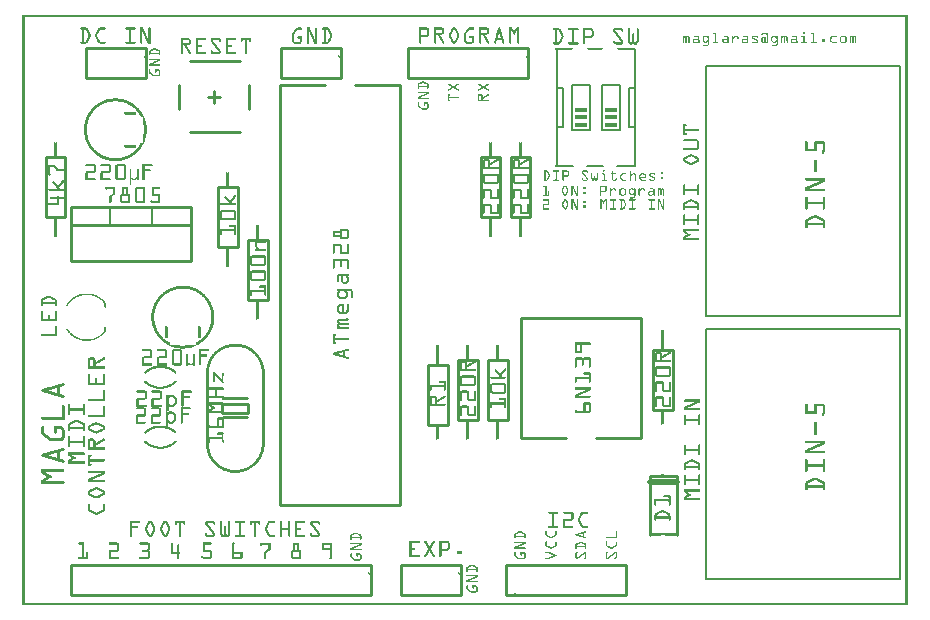
<source format=gto>
G04 MADE WITH FRITZING*
G04 WWW.FRITZING.ORG*
G04 DOUBLE SIDED*
G04 HOLES PLATED*
G04 CONTOUR ON CENTER OF CONTOUR VECTOR*
%ASAXBY*%
%FSLAX23Y23*%
%MOIN*%
%OFA0B0*%
%SFA1.0B1.0*%
%ADD10R,0.096457X0.038714X0.076772X0.019029*%
%ADD11C,0.009843*%
%ADD12R,0.040000X0.015000*%
%ADD13C,0.010000*%
%ADD14C,0.005000*%
%ADD15C,0.008000*%
%ADD16C,0.020000*%
%ADD17R,0.001000X0.001000*%
%LNSILK1*%
G90*
G70*
G54D11*
X667Y671D02*
X754Y671D01*
X754Y642D01*
X667Y642D01*
X667Y671D01*
D02*
G54D12*
X1961Y1653D03*
X1961Y1628D03*
X1961Y1603D03*
X1861Y1653D03*
X1861Y1628D03*
X1861Y1603D03*
G54D13*
X753Y1020D02*
X753Y1220D01*
D02*
X753Y1220D02*
X819Y1220D01*
D02*
X819Y1220D02*
X819Y1020D01*
D02*
X819Y1020D02*
X753Y1020D01*
D02*
X78Y1295D02*
X78Y1495D01*
D02*
X78Y1495D02*
X144Y1495D01*
D02*
X144Y1495D02*
X144Y1295D01*
D02*
X144Y1295D02*
X78Y1295D01*
D02*
X1061Y1860D02*
X861Y1860D01*
D02*
X861Y1860D02*
X861Y1760D01*
D02*
X861Y1760D02*
X1061Y1760D01*
D02*
X1061Y1760D02*
X1061Y1860D01*
D02*
X1611Y35D02*
X2011Y35D01*
D02*
X2011Y35D02*
X2011Y135D01*
D02*
X2011Y135D02*
X1611Y135D01*
D02*
X1611Y135D02*
X1611Y35D01*
D02*
X860Y1734D02*
X860Y334D01*
D02*
X860Y334D02*
X1260Y334D01*
D02*
X1260Y334D02*
X1260Y1734D01*
D02*
X860Y1734D02*
X1010Y1734D01*
D02*
X1110Y1734D02*
X1260Y1734D01*
D02*
X653Y1195D02*
X653Y1395D01*
D02*
X653Y1395D02*
X719Y1395D01*
D02*
X719Y1395D02*
X719Y1195D01*
D02*
X719Y1195D02*
X653Y1195D01*
D02*
X757Y1736D02*
X757Y1657D01*
D02*
X560Y1815D02*
X727Y1815D01*
D02*
X560Y1579D02*
X727Y1579D01*
D02*
X521Y1736D02*
X521Y1657D01*
D02*
X639Y1716D02*
X639Y1677D01*
D02*
X658Y1697D02*
X619Y1697D01*
D02*
X161Y1330D02*
X561Y1330D01*
D02*
X561Y1330D02*
X561Y1150D01*
D02*
X561Y1150D02*
X161Y1150D01*
D02*
X161Y1150D02*
X161Y1330D01*
D02*
X161Y1330D02*
X561Y1330D01*
D02*
X561Y1330D02*
X561Y1270D01*
D02*
X561Y1270D02*
X161Y1270D01*
D02*
X161Y1270D02*
X161Y1330D01*
G54D14*
D02*
X291Y1330D02*
X291Y1270D01*
D02*
X431Y1330D02*
X431Y1270D01*
G54D13*
D02*
X411Y1860D02*
X211Y1860D01*
D02*
X211Y1860D02*
X211Y1760D01*
D02*
X211Y1760D02*
X411Y1760D01*
D02*
X411Y1760D02*
X411Y1860D01*
D02*
X1686Y1860D02*
X1286Y1860D01*
D02*
X1286Y1860D02*
X1286Y1760D01*
D02*
X1286Y1760D02*
X1686Y1760D01*
D02*
X1686Y1760D02*
X1686Y1860D01*
D02*
X1461Y135D02*
X1261Y135D01*
D02*
X1261Y135D02*
X1261Y35D01*
D02*
X1261Y35D02*
X1461Y35D01*
D02*
X1461Y35D02*
X1461Y135D01*
D02*
X1419Y801D02*
X1419Y601D01*
D02*
X1419Y601D02*
X1353Y601D01*
D02*
X1353Y601D02*
X1353Y801D01*
D02*
X1353Y801D02*
X1419Y801D01*
D02*
X1161Y135D02*
X161Y135D01*
D02*
X161Y135D02*
X161Y35D01*
D02*
X161Y35D02*
X1161Y35D01*
D02*
X1161Y35D02*
X1161Y135D01*
G54D15*
D02*
X2927Y89D02*
X2927Y923D01*
D02*
X2927Y923D02*
X2278Y923D01*
D02*
X2278Y923D02*
X2278Y89D01*
D02*
X2278Y89D02*
X2927Y89D01*
D02*
X2927Y964D02*
X2927Y1798D01*
D02*
X2927Y1798D02*
X2278Y1798D01*
D02*
X2278Y1798D02*
X2278Y964D01*
D02*
X2278Y964D02*
X2927Y964D01*
D02*
X1781Y1855D02*
X1781Y1725D01*
D02*
X1781Y1595D02*
X1801Y1595D01*
D02*
X1801Y1595D02*
X1801Y1725D01*
D02*
X1801Y1725D02*
X1781Y1725D01*
D02*
X1781Y1595D02*
X1781Y1465D01*
D02*
X1781Y1725D02*
X1781Y1595D01*
D02*
X2041Y1465D02*
X2041Y1595D01*
D02*
X2041Y1725D02*
X2021Y1725D01*
D02*
X2021Y1725D02*
X2021Y1595D01*
D02*
X2021Y1595D02*
X2041Y1595D01*
D02*
X2041Y1725D02*
X2041Y1855D01*
D02*
X2041Y1595D02*
X2041Y1725D01*
D02*
X1931Y1735D02*
X1931Y1585D01*
D02*
X1931Y1735D02*
X1991Y1735D01*
D02*
X1991Y1585D02*
X1991Y1735D01*
D02*
X1991Y1585D02*
X1931Y1585D01*
D02*
X1831Y1735D02*
X1831Y1585D01*
D02*
X1831Y1735D02*
X1891Y1735D01*
D02*
X1891Y1585D02*
X1891Y1735D01*
D02*
X1891Y1585D02*
X1831Y1585D01*
G54D13*
D02*
X1528Y1295D02*
X1528Y1495D01*
D02*
X1528Y1495D02*
X1594Y1495D01*
D02*
X1594Y1495D02*
X1594Y1295D01*
D02*
X1594Y1295D02*
X1528Y1295D01*
D02*
X1628Y1295D02*
X1628Y1495D01*
D02*
X1628Y1495D02*
X1694Y1495D01*
D02*
X1694Y1495D02*
X1694Y1295D01*
D02*
X1694Y1295D02*
X1628Y1295D01*
D02*
X2061Y560D02*
X2061Y960D01*
D02*
X2061Y960D02*
X1661Y960D01*
D02*
X1661Y960D02*
X1661Y560D01*
D02*
X2061Y560D02*
X1911Y560D01*
D02*
X1811Y560D02*
X1661Y560D01*
D02*
X1553Y620D02*
X1553Y820D01*
D02*
X1553Y820D02*
X1619Y820D01*
D02*
X1619Y820D02*
X1619Y620D01*
D02*
X1619Y620D02*
X1553Y620D01*
D02*
X1453Y620D02*
X1453Y820D01*
D02*
X1453Y820D02*
X1519Y820D01*
D02*
X1519Y820D02*
X1519Y620D01*
D02*
X1519Y620D02*
X1453Y620D01*
D02*
X2181Y431D02*
X2181Y236D01*
D02*
X2091Y236D02*
X2091Y431D01*
D02*
X2091Y431D02*
X2181Y431D01*
G54D16*
D02*
X2091Y411D02*
X2181Y411D01*
G54D13*
D02*
X2169Y851D02*
X2169Y651D01*
D02*
X2169Y651D02*
X2103Y651D01*
D02*
X2103Y651D02*
X2103Y851D01*
D02*
X2103Y851D02*
X2169Y851D01*
G54D17*
X0Y1969D02*
X2951Y1969D01*
X0Y1968D02*
X2951Y1968D01*
X0Y1967D02*
X2951Y1967D01*
X0Y1966D02*
X2951Y1966D01*
X0Y1965D02*
X2951Y1965D01*
X0Y1964D02*
X2951Y1964D01*
X0Y1963D02*
X2951Y1963D01*
X0Y1962D02*
X2951Y1962D01*
X0Y1961D02*
X7Y1961D01*
X2944Y1961D02*
X2951Y1961D01*
X0Y1960D02*
X7Y1960D01*
X2944Y1960D02*
X2951Y1960D01*
X0Y1959D02*
X7Y1959D01*
X2944Y1959D02*
X2951Y1959D01*
X0Y1958D02*
X7Y1958D01*
X2944Y1958D02*
X2951Y1958D01*
X0Y1957D02*
X7Y1957D01*
X2944Y1957D02*
X2951Y1957D01*
X0Y1956D02*
X7Y1956D01*
X2944Y1956D02*
X2951Y1956D01*
X0Y1955D02*
X7Y1955D01*
X2944Y1955D02*
X2951Y1955D01*
X0Y1954D02*
X7Y1954D01*
X2944Y1954D02*
X2951Y1954D01*
X0Y1953D02*
X7Y1953D01*
X2944Y1953D02*
X2951Y1953D01*
X0Y1952D02*
X7Y1952D01*
X2944Y1952D02*
X2951Y1952D01*
X0Y1951D02*
X7Y1951D01*
X2944Y1951D02*
X2951Y1951D01*
X0Y1950D02*
X7Y1950D01*
X2944Y1950D02*
X2951Y1950D01*
X0Y1949D02*
X7Y1949D01*
X2944Y1949D02*
X2951Y1949D01*
X0Y1948D02*
X7Y1948D01*
X2944Y1948D02*
X2951Y1948D01*
X0Y1947D02*
X7Y1947D01*
X2944Y1947D02*
X2951Y1947D01*
X0Y1946D02*
X7Y1946D01*
X2944Y1946D02*
X2951Y1946D01*
X0Y1945D02*
X7Y1945D01*
X2944Y1945D02*
X2951Y1945D01*
X0Y1944D02*
X7Y1944D01*
X2944Y1944D02*
X2951Y1944D01*
X0Y1943D02*
X7Y1943D01*
X2944Y1943D02*
X2951Y1943D01*
X0Y1942D02*
X7Y1942D01*
X2944Y1942D02*
X2951Y1942D01*
X0Y1941D02*
X7Y1941D01*
X2944Y1941D02*
X2951Y1941D01*
X0Y1940D02*
X7Y1940D01*
X2944Y1940D02*
X2951Y1940D01*
X0Y1939D02*
X7Y1939D01*
X2944Y1939D02*
X2951Y1939D01*
X0Y1938D02*
X7Y1938D01*
X2944Y1938D02*
X2951Y1938D01*
X0Y1937D02*
X7Y1937D01*
X2944Y1937D02*
X2951Y1937D01*
X0Y1936D02*
X7Y1936D01*
X2944Y1936D02*
X2951Y1936D01*
X0Y1935D02*
X7Y1935D01*
X2944Y1935D02*
X2951Y1935D01*
X0Y1934D02*
X7Y1934D01*
X2944Y1934D02*
X2951Y1934D01*
X0Y1933D02*
X7Y1933D01*
X2944Y1933D02*
X2951Y1933D01*
X0Y1932D02*
X7Y1932D01*
X2944Y1932D02*
X2951Y1932D01*
X0Y1931D02*
X7Y1931D01*
X2944Y1931D02*
X2951Y1931D01*
X0Y1930D02*
X7Y1930D01*
X2944Y1930D02*
X2951Y1930D01*
X0Y1929D02*
X7Y1929D01*
X2944Y1929D02*
X2951Y1929D01*
X0Y1928D02*
X7Y1928D01*
X2944Y1928D02*
X2951Y1928D01*
X0Y1927D02*
X7Y1927D01*
X195Y1927D02*
X212Y1927D01*
X258Y1927D02*
X276Y1927D01*
X345Y1927D02*
X376Y1927D01*
X393Y1927D02*
X402Y1927D01*
X423Y1927D02*
X426Y1927D01*
X918Y1927D02*
X930Y1927D01*
X949Y1927D02*
X957Y1927D01*
X979Y1927D02*
X980Y1927D01*
X1002Y1927D02*
X1017Y1927D01*
X1323Y1927D02*
X1350Y1927D01*
X1373Y1927D02*
X1400Y1927D01*
X1436Y1927D02*
X1443Y1927D01*
X1489Y1927D02*
X1505Y1927D01*
X1523Y1927D02*
X1550Y1927D01*
X1588Y1927D02*
X1591Y1927D01*
X1623Y1927D02*
X1631Y1927D01*
X1648Y1927D02*
X1656Y1927D01*
X2944Y1927D02*
X2951Y1927D01*
X0Y1926D02*
X7Y1926D01*
X194Y1926D02*
X214Y1926D01*
X256Y1926D02*
X277Y1926D01*
X344Y1926D02*
X377Y1926D01*
X393Y1926D02*
X402Y1926D01*
X422Y1926D02*
X426Y1926D01*
X915Y1926D02*
X932Y1926D01*
X949Y1926D02*
X958Y1926D01*
X978Y1926D02*
X982Y1926D01*
X1000Y1926D02*
X1019Y1926D01*
X1323Y1926D02*
X1352Y1926D01*
X1373Y1926D02*
X1402Y1926D01*
X1435Y1926D02*
X1444Y1926D01*
X1488Y1926D02*
X1506Y1926D01*
X1523Y1926D02*
X1552Y1926D01*
X1587Y1926D02*
X1592Y1926D01*
X1623Y1926D02*
X1632Y1926D01*
X1647Y1926D02*
X1656Y1926D01*
X2944Y1926D02*
X2951Y1926D01*
X0Y1925D02*
X7Y1925D01*
X194Y1925D02*
X216Y1925D01*
X255Y1925D02*
X277Y1925D01*
X344Y1925D02*
X377Y1925D01*
X393Y1925D02*
X403Y1925D01*
X421Y1925D02*
X427Y1925D01*
X913Y1925D02*
X933Y1925D01*
X949Y1925D02*
X958Y1925D01*
X977Y1925D02*
X983Y1925D01*
X999Y1925D02*
X1021Y1925D01*
X1323Y1925D02*
X1353Y1925D01*
X1373Y1925D02*
X1403Y1925D01*
X1434Y1925D02*
X1446Y1925D01*
X1486Y1925D02*
X1506Y1925D01*
X1523Y1925D02*
X1553Y1925D01*
X1587Y1925D02*
X1593Y1925D01*
X1623Y1925D02*
X1632Y1925D01*
X1647Y1925D02*
X1656Y1925D01*
X1773Y1925D02*
X1787Y1925D01*
X1823Y1925D02*
X1851Y1925D01*
X1870Y1925D02*
X1894Y1925D01*
X1977Y1925D02*
X1995Y1925D01*
X2023Y1925D02*
X2023Y1925D01*
X2050Y1925D02*
X2051Y1925D01*
X2944Y1925D02*
X2951Y1925D01*
X0Y1924D02*
X7Y1924D01*
X194Y1924D02*
X217Y1924D01*
X254Y1924D02*
X277Y1924D01*
X344Y1924D02*
X377Y1924D01*
X393Y1924D02*
X403Y1924D01*
X421Y1924D02*
X427Y1924D01*
X912Y1924D02*
X933Y1924D01*
X949Y1924D02*
X959Y1924D01*
X977Y1924D02*
X983Y1924D01*
X999Y1924D02*
X1022Y1924D01*
X1323Y1924D02*
X1354Y1924D01*
X1373Y1924D02*
X1404Y1924D01*
X1433Y1924D02*
X1446Y1924D01*
X1485Y1924D02*
X1506Y1924D01*
X1523Y1924D02*
X1554Y1924D01*
X1586Y1924D02*
X1593Y1924D01*
X1623Y1924D02*
X1633Y1924D01*
X1646Y1924D02*
X1656Y1924D01*
X1771Y1924D02*
X1790Y1924D01*
X1821Y1924D02*
X1853Y1924D01*
X1870Y1924D02*
X1898Y1924D01*
X1974Y1924D02*
X1999Y1924D01*
X2021Y1924D02*
X2025Y1924D01*
X2049Y1924D02*
X2053Y1924D01*
X2944Y1924D02*
X2951Y1924D01*
X0Y1923D02*
X7Y1923D01*
X194Y1923D02*
X218Y1923D01*
X253Y1923D02*
X277Y1923D01*
X344Y1923D02*
X377Y1923D01*
X393Y1923D02*
X404Y1923D01*
X421Y1923D02*
X427Y1923D01*
X911Y1923D02*
X933Y1923D01*
X949Y1923D02*
X959Y1923D01*
X977Y1923D02*
X983Y1923D01*
X999Y1923D02*
X1023Y1923D01*
X1323Y1923D02*
X1355Y1923D01*
X1373Y1923D02*
X1405Y1923D01*
X1432Y1923D02*
X1447Y1923D01*
X1485Y1923D02*
X1506Y1923D01*
X1523Y1923D02*
X1555Y1923D01*
X1586Y1923D02*
X1593Y1923D01*
X1623Y1923D02*
X1634Y1923D01*
X1645Y1923D02*
X1656Y1923D01*
X1770Y1923D02*
X1792Y1923D01*
X1820Y1923D02*
X1853Y1923D01*
X1870Y1923D02*
X1899Y1923D01*
X1973Y1923D02*
X2000Y1923D01*
X2020Y1923D02*
X2026Y1923D01*
X2048Y1923D02*
X2053Y1923D01*
X2944Y1923D02*
X2951Y1923D01*
X0Y1922D02*
X7Y1922D01*
X194Y1922D02*
X218Y1922D01*
X252Y1922D02*
X276Y1922D01*
X344Y1922D02*
X376Y1922D01*
X393Y1922D02*
X404Y1922D01*
X421Y1922D02*
X427Y1922D01*
X911Y1922D02*
X932Y1922D01*
X949Y1922D02*
X960Y1922D01*
X977Y1922D02*
X983Y1922D01*
X1000Y1922D02*
X1024Y1922D01*
X1323Y1922D02*
X1355Y1922D01*
X1373Y1922D02*
X1405Y1922D01*
X1432Y1922D02*
X1448Y1922D01*
X1484Y1922D02*
X1506Y1922D01*
X1523Y1922D02*
X1555Y1922D01*
X1586Y1922D02*
X1593Y1922D01*
X1623Y1922D02*
X1635Y1922D01*
X1645Y1922D02*
X1656Y1922D01*
X1770Y1922D02*
X1793Y1922D01*
X1820Y1922D02*
X1854Y1922D01*
X1870Y1922D02*
X1900Y1922D01*
X1972Y1922D02*
X2001Y1922D01*
X2020Y1922D02*
X2026Y1922D01*
X2048Y1922D02*
X2054Y1922D01*
X2944Y1922D02*
X2951Y1922D01*
X0Y1921D02*
X7Y1921D01*
X195Y1921D02*
X219Y1921D01*
X252Y1921D02*
X275Y1921D01*
X345Y1921D02*
X375Y1921D01*
X393Y1921D02*
X405Y1921D01*
X421Y1921D02*
X427Y1921D01*
X910Y1921D02*
X932Y1921D01*
X949Y1921D02*
X960Y1921D01*
X977Y1921D02*
X983Y1921D01*
X1000Y1921D02*
X1024Y1921D01*
X1323Y1921D02*
X1356Y1921D01*
X1373Y1921D02*
X1406Y1921D01*
X1431Y1921D02*
X1448Y1921D01*
X1483Y1921D02*
X1504Y1921D01*
X1523Y1921D02*
X1556Y1921D01*
X1585Y1921D02*
X1594Y1921D01*
X1623Y1921D02*
X1635Y1921D01*
X1644Y1921D02*
X1656Y1921D01*
X1770Y1921D02*
X1794Y1921D01*
X1820Y1921D02*
X1854Y1921D01*
X1870Y1921D02*
X1901Y1921D01*
X1971Y1921D02*
X2002Y1921D01*
X2020Y1921D02*
X2026Y1921D01*
X2048Y1921D02*
X2054Y1921D01*
X2944Y1921D02*
X2951Y1921D01*
X0Y1920D02*
X7Y1920D01*
X200Y1920D02*
X206Y1920D01*
X212Y1920D02*
X219Y1920D01*
X251Y1920D02*
X259Y1920D01*
X357Y1920D02*
X363Y1920D01*
X393Y1920D02*
X405Y1920D01*
X421Y1920D02*
X427Y1920D01*
X909Y1920D02*
X918Y1920D01*
X949Y1920D02*
X961Y1920D01*
X977Y1920D02*
X983Y1920D01*
X1006Y1920D02*
X1012Y1920D01*
X1017Y1920D02*
X1025Y1920D01*
X1323Y1920D02*
X1329Y1920D01*
X1349Y1920D02*
X1356Y1920D01*
X1373Y1920D02*
X1379Y1920D01*
X1399Y1920D02*
X1406Y1920D01*
X1431Y1920D02*
X1438Y1920D01*
X1442Y1920D02*
X1449Y1920D01*
X1482Y1920D02*
X1490Y1920D01*
X1523Y1920D02*
X1529Y1920D01*
X1549Y1920D02*
X1556Y1920D01*
X1585Y1920D02*
X1594Y1920D01*
X1623Y1920D02*
X1636Y1920D01*
X1643Y1920D02*
X1656Y1920D01*
X1770Y1920D02*
X1794Y1920D01*
X1820Y1920D02*
X1853Y1920D01*
X1870Y1920D02*
X1902Y1920D01*
X1970Y1920D02*
X2003Y1920D01*
X2020Y1920D02*
X2026Y1920D01*
X2048Y1920D02*
X2054Y1920D01*
X2944Y1920D02*
X2951Y1920D01*
X0Y1919D02*
X7Y1919D01*
X200Y1919D02*
X206Y1919D01*
X213Y1919D02*
X220Y1919D01*
X251Y1919D02*
X258Y1919D01*
X357Y1919D02*
X363Y1919D01*
X393Y1919D02*
X406Y1919D01*
X421Y1919D02*
X427Y1919D01*
X908Y1919D02*
X916Y1919D01*
X949Y1919D02*
X961Y1919D01*
X977Y1919D02*
X983Y1919D01*
X1006Y1919D02*
X1012Y1919D01*
X1018Y1919D02*
X1025Y1919D01*
X1323Y1919D02*
X1329Y1919D01*
X1350Y1919D02*
X1356Y1919D01*
X1373Y1919D02*
X1379Y1919D01*
X1400Y1919D02*
X1406Y1919D01*
X1430Y1919D02*
X1437Y1919D01*
X1442Y1919D02*
X1449Y1919D01*
X1482Y1919D02*
X1489Y1919D01*
X1523Y1919D02*
X1529Y1919D01*
X1550Y1919D02*
X1556Y1919D01*
X1585Y1919D02*
X1594Y1919D01*
X1623Y1919D02*
X1637Y1919D01*
X1642Y1919D02*
X1656Y1919D01*
X1771Y1919D02*
X1795Y1919D01*
X1821Y1919D02*
X1852Y1919D01*
X1870Y1919D02*
X1903Y1919D01*
X1970Y1919D02*
X2003Y1919D01*
X2020Y1919D02*
X2026Y1919D01*
X2048Y1919D02*
X2054Y1919D01*
X2944Y1919D02*
X2951Y1919D01*
X0Y1918D02*
X7Y1918D01*
X200Y1918D02*
X206Y1918D01*
X213Y1918D02*
X220Y1918D01*
X250Y1918D02*
X257Y1918D01*
X357Y1918D02*
X363Y1918D01*
X393Y1918D02*
X406Y1918D01*
X421Y1918D02*
X427Y1918D01*
X908Y1918D02*
X916Y1918D01*
X949Y1918D02*
X962Y1918D01*
X977Y1918D02*
X983Y1918D01*
X1006Y1918D02*
X1012Y1918D01*
X1019Y1918D02*
X1026Y1918D01*
X1323Y1918D02*
X1329Y1918D01*
X1350Y1918D02*
X1356Y1918D01*
X1373Y1918D02*
X1379Y1918D01*
X1400Y1918D02*
X1406Y1918D01*
X1430Y1918D02*
X1437Y1918D01*
X1443Y1918D02*
X1450Y1918D01*
X1481Y1918D02*
X1489Y1918D01*
X1523Y1918D02*
X1529Y1918D01*
X1550Y1918D02*
X1556Y1918D01*
X1585Y1918D02*
X1595Y1918D01*
X1623Y1918D02*
X1637Y1918D01*
X1642Y1918D02*
X1656Y1918D01*
X1777Y1918D02*
X1783Y1918D01*
X1787Y1918D02*
X1795Y1918D01*
X1833Y1918D02*
X1840Y1918D01*
X1870Y1918D02*
X1876Y1918D01*
X1895Y1918D02*
X1903Y1918D01*
X1970Y1918D02*
X1977Y1918D01*
X1996Y1918D02*
X2003Y1918D01*
X2020Y1918D02*
X2026Y1918D01*
X2048Y1918D02*
X2054Y1918D01*
X2944Y1918D02*
X2951Y1918D01*
X0Y1917D02*
X7Y1917D01*
X200Y1917D02*
X206Y1917D01*
X214Y1917D02*
X221Y1917D01*
X250Y1917D02*
X257Y1917D01*
X357Y1917D02*
X363Y1917D01*
X393Y1917D02*
X406Y1917D01*
X421Y1917D02*
X427Y1917D01*
X907Y1917D02*
X915Y1917D01*
X949Y1917D02*
X962Y1917D01*
X977Y1917D02*
X983Y1917D01*
X1006Y1917D02*
X1012Y1917D01*
X1019Y1917D02*
X1026Y1917D01*
X1323Y1917D02*
X1329Y1917D01*
X1350Y1917D02*
X1356Y1917D01*
X1373Y1917D02*
X1379Y1917D01*
X1400Y1917D02*
X1406Y1917D01*
X1429Y1917D02*
X1436Y1917D01*
X1443Y1917D02*
X1450Y1917D01*
X1480Y1917D02*
X1488Y1917D01*
X1523Y1917D02*
X1529Y1917D01*
X1550Y1917D02*
X1556Y1917D01*
X1584Y1917D02*
X1595Y1917D01*
X1623Y1917D02*
X1638Y1917D01*
X1641Y1917D02*
X1656Y1917D01*
X1777Y1917D02*
X1783Y1917D01*
X1789Y1917D02*
X1796Y1917D01*
X1834Y1917D02*
X1840Y1917D01*
X1870Y1917D02*
X1876Y1917D01*
X1897Y1917D02*
X1903Y1917D01*
X1970Y1917D02*
X1976Y1917D01*
X1997Y1917D02*
X2003Y1917D01*
X2020Y1917D02*
X2026Y1917D01*
X2048Y1917D02*
X2054Y1917D01*
X2944Y1917D02*
X2951Y1917D01*
X0Y1916D02*
X7Y1916D01*
X200Y1916D02*
X206Y1916D01*
X214Y1916D02*
X221Y1916D01*
X249Y1916D02*
X256Y1916D01*
X357Y1916D02*
X363Y1916D01*
X393Y1916D02*
X407Y1916D01*
X421Y1916D02*
X427Y1916D01*
X906Y1916D02*
X914Y1916D01*
X949Y1916D02*
X962Y1916D01*
X977Y1916D02*
X983Y1916D01*
X1006Y1916D02*
X1012Y1916D01*
X1020Y1916D02*
X1027Y1916D01*
X1323Y1916D02*
X1329Y1916D01*
X1350Y1916D02*
X1356Y1916D01*
X1373Y1916D02*
X1379Y1916D01*
X1400Y1916D02*
X1406Y1916D01*
X1429Y1916D02*
X1435Y1916D01*
X1444Y1916D02*
X1451Y1916D01*
X1479Y1916D02*
X1487Y1916D01*
X1523Y1916D02*
X1529Y1916D01*
X1550Y1916D02*
X1556Y1916D01*
X1584Y1916D02*
X1595Y1916D01*
X1623Y1916D02*
X1629Y1916D01*
X1631Y1916D02*
X1648Y1916D01*
X1650Y1916D02*
X1656Y1916D01*
X1777Y1916D02*
X1783Y1916D01*
X1790Y1916D02*
X1796Y1916D01*
X1834Y1916D02*
X1840Y1916D01*
X1870Y1916D02*
X1876Y1916D01*
X1897Y1916D02*
X1904Y1916D01*
X1970Y1916D02*
X1977Y1916D01*
X1998Y1916D02*
X2004Y1916D01*
X2020Y1916D02*
X2026Y1916D01*
X2048Y1916D02*
X2054Y1916D01*
X2944Y1916D02*
X2951Y1916D01*
X0Y1915D02*
X7Y1915D01*
X200Y1915D02*
X206Y1915D01*
X215Y1915D02*
X222Y1915D01*
X249Y1915D02*
X256Y1915D01*
X357Y1915D02*
X363Y1915D01*
X393Y1915D02*
X407Y1915D01*
X421Y1915D02*
X427Y1915D01*
X905Y1915D02*
X913Y1915D01*
X949Y1915D02*
X963Y1915D01*
X977Y1915D02*
X983Y1915D01*
X1006Y1915D02*
X1012Y1915D01*
X1020Y1915D02*
X1027Y1915D01*
X1323Y1915D02*
X1329Y1915D01*
X1350Y1915D02*
X1356Y1915D01*
X1373Y1915D02*
X1379Y1915D01*
X1400Y1915D02*
X1406Y1915D01*
X1428Y1915D02*
X1435Y1915D01*
X1444Y1915D02*
X1451Y1915D01*
X1478Y1915D02*
X1486Y1915D01*
X1523Y1915D02*
X1529Y1915D01*
X1550Y1915D02*
X1556Y1915D01*
X1584Y1915D02*
X1595Y1915D01*
X1623Y1915D02*
X1629Y1915D01*
X1632Y1915D02*
X1647Y1915D01*
X1650Y1915D02*
X1656Y1915D01*
X1777Y1915D02*
X1783Y1915D01*
X1790Y1915D02*
X1797Y1915D01*
X1834Y1915D02*
X1840Y1915D01*
X1870Y1915D02*
X1876Y1915D01*
X1898Y1915D02*
X1904Y1915D01*
X1970Y1915D02*
X1977Y1915D01*
X1998Y1915D02*
X2003Y1915D01*
X2020Y1915D02*
X2026Y1915D01*
X2048Y1915D02*
X2054Y1915D01*
X2944Y1915D02*
X2951Y1915D01*
X0Y1914D02*
X7Y1914D01*
X200Y1914D02*
X206Y1914D01*
X215Y1914D02*
X222Y1914D01*
X248Y1914D02*
X255Y1914D01*
X357Y1914D02*
X363Y1914D01*
X393Y1914D02*
X408Y1914D01*
X421Y1914D02*
X427Y1914D01*
X905Y1914D02*
X912Y1914D01*
X949Y1914D02*
X963Y1914D01*
X977Y1914D02*
X983Y1914D01*
X1006Y1914D02*
X1012Y1914D01*
X1021Y1914D02*
X1028Y1914D01*
X1323Y1914D02*
X1329Y1914D01*
X1350Y1914D02*
X1356Y1914D01*
X1373Y1914D02*
X1379Y1914D01*
X1400Y1914D02*
X1406Y1914D01*
X1428Y1914D02*
X1434Y1914D01*
X1445Y1914D02*
X1452Y1914D01*
X1478Y1914D02*
X1486Y1914D01*
X1523Y1914D02*
X1529Y1914D01*
X1550Y1914D02*
X1556Y1914D01*
X1583Y1914D02*
X1596Y1914D01*
X1623Y1914D02*
X1629Y1914D01*
X1633Y1914D02*
X1646Y1914D01*
X1650Y1914D02*
X1656Y1914D01*
X1777Y1914D02*
X1783Y1914D01*
X1791Y1914D02*
X1797Y1914D01*
X1834Y1914D02*
X1840Y1914D01*
X1870Y1914D02*
X1876Y1914D01*
X1898Y1914D02*
X1904Y1914D01*
X1971Y1914D02*
X1978Y1914D01*
X1998Y1914D02*
X2003Y1914D01*
X2020Y1914D02*
X2026Y1914D01*
X2048Y1914D02*
X2054Y1914D01*
X2944Y1914D02*
X2951Y1914D01*
X0Y1913D02*
X7Y1913D01*
X200Y1913D02*
X206Y1913D01*
X216Y1913D02*
X223Y1913D01*
X248Y1913D02*
X255Y1913D01*
X357Y1913D02*
X363Y1913D01*
X393Y1913D02*
X408Y1913D01*
X421Y1913D02*
X427Y1913D01*
X904Y1913D02*
X912Y1913D01*
X949Y1913D02*
X955Y1913D01*
X957Y1913D02*
X964Y1913D01*
X977Y1913D02*
X983Y1913D01*
X1006Y1913D02*
X1012Y1913D01*
X1021Y1913D02*
X1028Y1913D01*
X1323Y1913D02*
X1329Y1913D01*
X1350Y1913D02*
X1356Y1913D01*
X1373Y1913D02*
X1379Y1913D01*
X1400Y1913D02*
X1406Y1913D01*
X1427Y1913D02*
X1434Y1913D01*
X1445Y1913D02*
X1452Y1913D01*
X1477Y1913D02*
X1485Y1913D01*
X1523Y1913D02*
X1529Y1913D01*
X1550Y1913D02*
X1556Y1913D01*
X1583Y1913D02*
X1596Y1913D01*
X1623Y1913D02*
X1629Y1913D01*
X1633Y1913D02*
X1646Y1913D01*
X1650Y1913D02*
X1656Y1913D01*
X1777Y1913D02*
X1783Y1913D01*
X1791Y1913D02*
X1798Y1913D01*
X1834Y1913D02*
X1840Y1913D01*
X1870Y1913D02*
X1876Y1913D01*
X1898Y1913D02*
X1904Y1913D01*
X1971Y1913D02*
X1979Y1913D01*
X1999Y1913D02*
X2002Y1913D01*
X2020Y1913D02*
X2026Y1913D01*
X2048Y1913D02*
X2054Y1913D01*
X2944Y1913D02*
X2951Y1913D01*
X0Y1912D02*
X7Y1912D01*
X200Y1912D02*
X206Y1912D01*
X216Y1912D02*
X223Y1912D01*
X247Y1912D02*
X254Y1912D01*
X357Y1912D02*
X363Y1912D01*
X393Y1912D02*
X400Y1912D01*
X402Y1912D02*
X409Y1912D01*
X421Y1912D02*
X427Y1912D01*
X903Y1912D02*
X911Y1912D01*
X949Y1912D02*
X955Y1912D01*
X957Y1912D02*
X964Y1912D01*
X977Y1912D02*
X983Y1912D01*
X1006Y1912D02*
X1012Y1912D01*
X1022Y1912D02*
X1029Y1912D01*
X1323Y1912D02*
X1329Y1912D01*
X1350Y1912D02*
X1356Y1912D01*
X1373Y1912D02*
X1379Y1912D01*
X1400Y1912D02*
X1406Y1912D01*
X1427Y1912D02*
X1433Y1912D01*
X1446Y1912D02*
X1453Y1912D01*
X1476Y1912D02*
X1484Y1912D01*
X1523Y1912D02*
X1529Y1912D01*
X1550Y1912D02*
X1556Y1912D01*
X1583Y1912D02*
X1596Y1912D01*
X1623Y1912D02*
X1629Y1912D01*
X1634Y1912D02*
X1645Y1912D01*
X1650Y1912D02*
X1656Y1912D01*
X1777Y1912D02*
X1783Y1912D01*
X1792Y1912D02*
X1798Y1912D01*
X1834Y1912D02*
X1840Y1912D01*
X1870Y1912D02*
X1876Y1912D01*
X1898Y1912D02*
X1904Y1912D01*
X1972Y1912D02*
X1980Y1912D01*
X2020Y1912D02*
X2026Y1912D01*
X2048Y1912D02*
X2054Y1912D01*
X2944Y1912D02*
X2951Y1912D01*
X0Y1911D02*
X7Y1911D01*
X200Y1911D02*
X206Y1911D01*
X217Y1911D02*
X224Y1911D01*
X247Y1911D02*
X254Y1911D01*
X357Y1911D02*
X363Y1911D01*
X393Y1911D02*
X400Y1911D01*
X402Y1911D02*
X409Y1911D01*
X421Y1911D02*
X427Y1911D01*
X902Y1911D02*
X910Y1911D01*
X949Y1911D02*
X955Y1911D01*
X958Y1911D02*
X965Y1911D01*
X977Y1911D02*
X983Y1911D01*
X1006Y1911D02*
X1012Y1911D01*
X1022Y1911D02*
X1029Y1911D01*
X1323Y1911D02*
X1329Y1911D01*
X1350Y1911D02*
X1356Y1911D01*
X1373Y1911D02*
X1379Y1911D01*
X1399Y1911D02*
X1406Y1911D01*
X1426Y1911D02*
X1433Y1911D01*
X1446Y1911D02*
X1453Y1911D01*
X1475Y1911D02*
X1483Y1911D01*
X1523Y1911D02*
X1529Y1911D01*
X1549Y1911D02*
X1556Y1911D01*
X1583Y1911D02*
X1597Y1911D01*
X1623Y1911D02*
X1629Y1911D01*
X1635Y1911D02*
X1644Y1911D01*
X1650Y1911D02*
X1656Y1911D01*
X1777Y1911D02*
X1783Y1911D01*
X1792Y1911D02*
X1799Y1911D01*
X1834Y1911D02*
X1840Y1911D01*
X1870Y1911D02*
X1876Y1911D01*
X1898Y1911D02*
X1904Y1911D01*
X1973Y1911D02*
X1981Y1911D01*
X2020Y1911D02*
X2026Y1911D01*
X2048Y1911D02*
X2054Y1911D01*
X2602Y1911D02*
X2607Y1911D01*
X2944Y1911D02*
X2951Y1911D01*
X0Y1910D02*
X7Y1910D01*
X200Y1910D02*
X206Y1910D01*
X217Y1910D02*
X224Y1910D01*
X246Y1910D02*
X253Y1910D01*
X357Y1910D02*
X363Y1910D01*
X393Y1910D02*
X400Y1910D01*
X403Y1910D02*
X409Y1910D01*
X421Y1910D02*
X427Y1910D01*
X901Y1910D02*
X909Y1910D01*
X949Y1910D02*
X955Y1910D01*
X958Y1910D02*
X965Y1910D01*
X977Y1910D02*
X983Y1910D01*
X1006Y1910D02*
X1012Y1910D01*
X1023Y1910D02*
X1030Y1910D01*
X1323Y1910D02*
X1329Y1910D01*
X1350Y1910D02*
X1356Y1910D01*
X1373Y1910D02*
X1406Y1910D01*
X1426Y1910D02*
X1432Y1910D01*
X1447Y1910D02*
X1454Y1910D01*
X1475Y1910D02*
X1482Y1910D01*
X1523Y1910D02*
X1556Y1910D01*
X1582Y1910D02*
X1589Y1910D01*
X1591Y1910D02*
X1597Y1910D01*
X1623Y1910D02*
X1629Y1910D01*
X1635Y1910D02*
X1644Y1910D01*
X1650Y1910D02*
X1656Y1910D01*
X1777Y1910D02*
X1783Y1910D01*
X1793Y1910D02*
X1799Y1910D01*
X1834Y1910D02*
X1840Y1910D01*
X1870Y1910D02*
X1876Y1910D01*
X1898Y1910D02*
X1904Y1910D01*
X1973Y1910D02*
X1981Y1910D01*
X2020Y1910D02*
X2026Y1910D01*
X2048Y1910D02*
X2054Y1910D01*
X2602Y1910D02*
X2607Y1910D01*
X2944Y1910D02*
X2951Y1910D01*
X0Y1909D02*
X7Y1909D01*
X200Y1909D02*
X206Y1909D01*
X218Y1909D02*
X225Y1909D01*
X246Y1909D02*
X253Y1909D01*
X357Y1909D02*
X363Y1909D01*
X393Y1909D02*
X400Y1909D01*
X403Y1909D02*
X410Y1909D01*
X421Y1909D02*
X427Y1909D01*
X901Y1909D02*
X908Y1909D01*
X949Y1909D02*
X955Y1909D01*
X959Y1909D02*
X965Y1909D01*
X977Y1909D02*
X983Y1909D01*
X1006Y1909D02*
X1012Y1909D01*
X1023Y1909D02*
X1030Y1909D01*
X1323Y1909D02*
X1329Y1909D01*
X1350Y1909D02*
X1356Y1909D01*
X1373Y1909D02*
X1405Y1909D01*
X1425Y1909D02*
X1432Y1909D01*
X1447Y1909D02*
X1454Y1909D01*
X1474Y1909D02*
X1482Y1909D01*
X1523Y1909D02*
X1555Y1909D01*
X1582Y1909D02*
X1588Y1909D01*
X1591Y1909D02*
X1597Y1909D01*
X1623Y1909D02*
X1629Y1909D01*
X1636Y1909D02*
X1643Y1909D01*
X1650Y1909D02*
X1656Y1909D01*
X1777Y1909D02*
X1783Y1909D01*
X1793Y1909D02*
X1800Y1909D01*
X1834Y1909D02*
X1840Y1909D01*
X1870Y1909D02*
X1876Y1909D01*
X1898Y1909D02*
X1904Y1909D01*
X1974Y1909D02*
X1982Y1909D01*
X2020Y1909D02*
X2026Y1909D01*
X2048Y1909D02*
X2054Y1909D01*
X2303Y1909D02*
X2312Y1909D01*
X2469Y1909D02*
X2481Y1909D01*
X2601Y1909D02*
X2607Y1909D01*
X2630Y1909D02*
X2639Y1909D01*
X2944Y1909D02*
X2951Y1909D01*
X0Y1908D02*
X7Y1908D01*
X200Y1908D02*
X206Y1908D01*
X218Y1908D02*
X225Y1908D01*
X245Y1908D02*
X252Y1908D01*
X357Y1908D02*
X363Y1908D01*
X393Y1908D02*
X400Y1908D01*
X404Y1908D02*
X410Y1908D01*
X421Y1908D02*
X427Y1908D01*
X900Y1908D02*
X908Y1908D01*
X949Y1908D02*
X955Y1908D01*
X959Y1908D02*
X966Y1908D01*
X977Y1908D02*
X983Y1908D01*
X1006Y1908D02*
X1012Y1908D01*
X1024Y1908D02*
X1031Y1908D01*
X1323Y1908D02*
X1329Y1908D01*
X1350Y1908D02*
X1356Y1908D01*
X1373Y1908D02*
X1405Y1908D01*
X1425Y1908D02*
X1431Y1908D01*
X1448Y1908D02*
X1455Y1908D01*
X1474Y1908D02*
X1481Y1908D01*
X1523Y1908D02*
X1555Y1908D01*
X1582Y1908D02*
X1588Y1908D01*
X1591Y1908D02*
X1597Y1908D01*
X1623Y1908D02*
X1629Y1908D01*
X1637Y1908D02*
X1643Y1908D01*
X1650Y1908D02*
X1656Y1908D01*
X1777Y1908D02*
X1783Y1908D01*
X1794Y1908D02*
X1800Y1908D01*
X1834Y1908D02*
X1840Y1908D01*
X1870Y1908D02*
X1876Y1908D01*
X1898Y1908D02*
X1904Y1908D01*
X1975Y1908D02*
X1983Y1908D01*
X2020Y1908D02*
X2026Y1908D01*
X2048Y1908D02*
X2054Y1908D01*
X2303Y1908D02*
X2313Y1908D01*
X2467Y1908D02*
X2482Y1908D01*
X2601Y1908D02*
X2607Y1908D01*
X2630Y1908D02*
X2640Y1908D01*
X2944Y1908D02*
X2951Y1908D01*
X0Y1907D02*
X7Y1907D01*
X200Y1907D02*
X206Y1907D01*
X219Y1907D02*
X226Y1907D01*
X245Y1907D02*
X252Y1907D01*
X357Y1907D02*
X363Y1907D01*
X393Y1907D02*
X400Y1907D01*
X404Y1907D02*
X411Y1907D01*
X421Y1907D02*
X427Y1907D01*
X900Y1907D02*
X907Y1907D01*
X949Y1907D02*
X955Y1907D01*
X960Y1907D02*
X966Y1907D01*
X977Y1907D02*
X983Y1907D01*
X1006Y1907D02*
X1012Y1907D01*
X1024Y1907D02*
X1031Y1907D01*
X1323Y1907D02*
X1329Y1907D01*
X1350Y1907D02*
X1356Y1907D01*
X1373Y1907D02*
X1404Y1907D01*
X1424Y1907D02*
X1431Y1907D01*
X1448Y1907D02*
X1455Y1907D01*
X1473Y1907D02*
X1480Y1907D01*
X1523Y1907D02*
X1554Y1907D01*
X1581Y1907D02*
X1588Y1907D01*
X1591Y1907D02*
X1598Y1907D01*
X1623Y1907D02*
X1629Y1907D01*
X1637Y1907D02*
X1643Y1907D01*
X1650Y1907D02*
X1656Y1907D01*
X1777Y1907D02*
X1783Y1907D01*
X1794Y1907D02*
X1801Y1907D01*
X1834Y1907D02*
X1840Y1907D01*
X1870Y1907D02*
X1876Y1907D01*
X1898Y1907D02*
X1904Y1907D01*
X1976Y1907D02*
X1984Y1907D01*
X2020Y1907D02*
X2026Y1907D01*
X2036Y1907D02*
X2038Y1907D01*
X2048Y1907D02*
X2054Y1907D01*
X2303Y1907D02*
X2313Y1907D01*
X2466Y1907D02*
X2484Y1907D01*
X2602Y1907D02*
X2607Y1907D01*
X2630Y1907D02*
X2640Y1907D01*
X2944Y1907D02*
X2951Y1907D01*
X0Y1906D02*
X7Y1906D01*
X200Y1906D02*
X206Y1906D01*
X219Y1906D02*
X226Y1906D01*
X244Y1906D02*
X251Y1906D01*
X357Y1906D02*
X363Y1906D01*
X393Y1906D02*
X400Y1906D01*
X405Y1906D02*
X411Y1906D01*
X421Y1906D02*
X427Y1906D01*
X900Y1906D02*
X906Y1906D01*
X949Y1906D02*
X955Y1906D01*
X960Y1906D02*
X967Y1906D01*
X977Y1906D02*
X983Y1906D01*
X1006Y1906D02*
X1012Y1906D01*
X1025Y1906D02*
X1032Y1906D01*
X1323Y1906D02*
X1329Y1906D01*
X1350Y1906D02*
X1356Y1906D01*
X1373Y1906D02*
X1403Y1906D01*
X1424Y1906D02*
X1430Y1906D01*
X1449Y1906D02*
X1455Y1906D01*
X1473Y1906D02*
X1480Y1906D01*
X1523Y1906D02*
X1553Y1906D01*
X1581Y1906D02*
X1587Y1906D01*
X1592Y1906D02*
X1598Y1906D01*
X1623Y1906D02*
X1629Y1906D01*
X1637Y1906D02*
X1643Y1906D01*
X1650Y1906D02*
X1656Y1906D01*
X1777Y1906D02*
X1783Y1906D01*
X1795Y1906D02*
X1801Y1906D01*
X1834Y1906D02*
X1840Y1906D01*
X1870Y1906D02*
X1876Y1906D01*
X1898Y1906D02*
X1904Y1906D01*
X1976Y1906D02*
X1984Y1906D01*
X2020Y1906D02*
X2026Y1906D01*
X2034Y1906D02*
X2039Y1906D01*
X2048Y1906D02*
X2054Y1906D01*
X2303Y1906D02*
X2313Y1906D01*
X2465Y1906D02*
X2484Y1906D01*
X2602Y1906D02*
X2607Y1906D01*
X2630Y1906D02*
X2640Y1906D01*
X2944Y1906D02*
X2951Y1906D01*
X0Y1905D02*
X7Y1905D01*
X200Y1905D02*
X206Y1905D01*
X220Y1905D02*
X226Y1905D01*
X244Y1905D02*
X251Y1905D01*
X357Y1905D02*
X363Y1905D01*
X393Y1905D02*
X400Y1905D01*
X405Y1905D02*
X412Y1905D01*
X421Y1905D02*
X427Y1905D01*
X899Y1905D02*
X906Y1905D01*
X949Y1905D02*
X955Y1905D01*
X960Y1905D02*
X967Y1905D01*
X977Y1905D02*
X983Y1905D01*
X1006Y1905D02*
X1012Y1905D01*
X1025Y1905D02*
X1032Y1905D01*
X1323Y1905D02*
X1329Y1905D01*
X1350Y1905D02*
X1356Y1905D01*
X1373Y1905D02*
X1402Y1905D01*
X1423Y1905D02*
X1430Y1905D01*
X1449Y1905D02*
X1456Y1905D01*
X1473Y1905D02*
X1479Y1905D01*
X1523Y1905D02*
X1552Y1905D01*
X1581Y1905D02*
X1587Y1905D01*
X1592Y1905D02*
X1598Y1905D01*
X1623Y1905D02*
X1629Y1905D01*
X1637Y1905D02*
X1642Y1905D01*
X1650Y1905D02*
X1656Y1905D01*
X1777Y1905D02*
X1783Y1905D01*
X1795Y1905D02*
X1802Y1905D01*
X1834Y1905D02*
X1840Y1905D01*
X1870Y1905D02*
X1876Y1905D01*
X1898Y1905D02*
X1904Y1905D01*
X1977Y1905D02*
X1985Y1905D01*
X2020Y1905D02*
X2026Y1905D01*
X2034Y1905D02*
X2040Y1905D01*
X2048Y1905D02*
X2054Y1905D01*
X2309Y1905D02*
X2313Y1905D01*
X2464Y1905D02*
X2470Y1905D01*
X2479Y1905D02*
X2485Y1905D01*
X2636Y1905D02*
X2640Y1905D01*
X2944Y1905D02*
X2951Y1905D01*
X0Y1904D02*
X7Y1904D01*
X200Y1904D02*
X206Y1904D01*
X220Y1904D02*
X227Y1904D01*
X244Y1904D02*
X250Y1904D01*
X357Y1904D02*
X363Y1904D01*
X393Y1904D02*
X400Y1904D01*
X405Y1904D02*
X412Y1904D01*
X421Y1904D02*
X427Y1904D01*
X899Y1904D02*
X905Y1904D01*
X949Y1904D02*
X955Y1904D01*
X961Y1904D02*
X968Y1904D01*
X977Y1904D02*
X983Y1904D01*
X1006Y1904D02*
X1012Y1904D01*
X1026Y1904D02*
X1032Y1904D01*
X1323Y1904D02*
X1329Y1904D01*
X1350Y1904D02*
X1356Y1904D01*
X1373Y1904D02*
X1400Y1904D01*
X1423Y1904D02*
X1429Y1904D01*
X1450Y1904D02*
X1456Y1904D01*
X1473Y1904D02*
X1479Y1904D01*
X1523Y1904D02*
X1550Y1904D01*
X1580Y1904D02*
X1587Y1904D01*
X1592Y1904D02*
X1599Y1904D01*
X1623Y1904D02*
X1629Y1904D01*
X1638Y1904D02*
X1641Y1904D01*
X1650Y1904D02*
X1656Y1904D01*
X1777Y1904D02*
X1783Y1904D01*
X1796Y1904D02*
X1802Y1904D01*
X1834Y1904D02*
X1840Y1904D01*
X1870Y1904D02*
X1876Y1904D01*
X1898Y1904D02*
X1904Y1904D01*
X1978Y1904D02*
X1986Y1904D01*
X2020Y1904D02*
X2026Y1904D01*
X2034Y1904D02*
X2040Y1904D01*
X2048Y1904D02*
X2054Y1904D01*
X2310Y1904D02*
X2313Y1904D01*
X2464Y1904D02*
X2468Y1904D01*
X2481Y1904D02*
X2485Y1904D01*
X2636Y1904D02*
X2640Y1904D01*
X2944Y1904D02*
X2951Y1904D01*
X0Y1903D02*
X7Y1903D01*
X200Y1903D02*
X206Y1903D01*
X221Y1903D02*
X227Y1903D01*
X244Y1903D02*
X250Y1903D01*
X357Y1903D02*
X363Y1903D01*
X393Y1903D02*
X400Y1903D01*
X406Y1903D02*
X413Y1903D01*
X421Y1903D02*
X427Y1903D01*
X899Y1903D02*
X905Y1903D01*
X949Y1903D02*
X955Y1903D01*
X961Y1903D02*
X968Y1903D01*
X977Y1903D02*
X983Y1903D01*
X1006Y1903D02*
X1012Y1903D01*
X1026Y1903D02*
X1033Y1903D01*
X1323Y1903D02*
X1329Y1903D01*
X1350Y1903D02*
X1356Y1903D01*
X1373Y1903D02*
X1379Y1903D01*
X1384Y1903D02*
X1392Y1903D01*
X1423Y1903D02*
X1429Y1903D01*
X1450Y1903D02*
X1456Y1903D01*
X1473Y1903D02*
X1479Y1903D01*
X1523Y1903D02*
X1529Y1903D01*
X1534Y1903D02*
X1542Y1903D01*
X1580Y1903D02*
X1586Y1903D01*
X1593Y1903D02*
X1599Y1903D01*
X1623Y1903D02*
X1629Y1903D01*
X1650Y1903D02*
X1656Y1903D01*
X1777Y1903D02*
X1783Y1903D01*
X1796Y1903D02*
X1803Y1903D01*
X1834Y1903D02*
X1840Y1903D01*
X1870Y1903D02*
X1876Y1903D01*
X1898Y1903D02*
X1904Y1903D01*
X1979Y1903D02*
X1987Y1903D01*
X2020Y1903D02*
X2026Y1903D01*
X2034Y1903D02*
X2040Y1903D01*
X2048Y1903D02*
X2054Y1903D01*
X2310Y1903D02*
X2313Y1903D01*
X2464Y1903D02*
X2468Y1903D01*
X2482Y1903D02*
X2485Y1903D01*
X2636Y1903D02*
X2640Y1903D01*
X2944Y1903D02*
X2951Y1903D01*
X0Y1902D02*
X7Y1902D01*
X200Y1902D02*
X206Y1902D01*
X221Y1902D02*
X227Y1902D01*
X244Y1902D02*
X250Y1902D01*
X357Y1902D02*
X363Y1902D01*
X393Y1902D02*
X400Y1902D01*
X406Y1902D02*
X413Y1902D01*
X421Y1902D02*
X427Y1902D01*
X899Y1902D02*
X905Y1902D01*
X949Y1902D02*
X955Y1902D01*
X962Y1902D02*
X969Y1902D01*
X977Y1902D02*
X983Y1902D01*
X1006Y1902D02*
X1012Y1902D01*
X1027Y1902D02*
X1033Y1902D01*
X1323Y1902D02*
X1329Y1902D01*
X1349Y1902D02*
X1356Y1902D01*
X1373Y1902D02*
X1379Y1902D01*
X1385Y1902D02*
X1392Y1902D01*
X1423Y1902D02*
X1429Y1902D01*
X1450Y1902D02*
X1456Y1902D01*
X1473Y1902D02*
X1479Y1902D01*
X1523Y1902D02*
X1529Y1902D01*
X1535Y1902D02*
X1542Y1902D01*
X1580Y1902D02*
X1586Y1902D01*
X1593Y1902D02*
X1599Y1902D01*
X1623Y1902D02*
X1629Y1902D01*
X1650Y1902D02*
X1656Y1902D01*
X1777Y1902D02*
X1783Y1902D01*
X1797Y1902D02*
X1803Y1902D01*
X1834Y1902D02*
X1840Y1902D01*
X1870Y1902D02*
X1876Y1902D01*
X1898Y1902D02*
X1904Y1902D01*
X1980Y1902D02*
X1988Y1902D01*
X2020Y1902D02*
X2026Y1902D01*
X2034Y1902D02*
X2040Y1902D01*
X2048Y1902D02*
X2054Y1902D01*
X2310Y1902D02*
X2313Y1902D01*
X2465Y1902D02*
X2467Y1902D01*
X2482Y1902D02*
X2486Y1902D01*
X2636Y1902D02*
X2640Y1902D01*
X2944Y1902D02*
X2951Y1902D01*
X0Y1901D02*
X7Y1901D01*
X200Y1901D02*
X206Y1901D01*
X221Y1901D02*
X227Y1901D01*
X244Y1901D02*
X250Y1901D01*
X357Y1901D02*
X363Y1901D01*
X393Y1901D02*
X400Y1901D01*
X407Y1901D02*
X413Y1901D01*
X421Y1901D02*
X427Y1901D01*
X899Y1901D02*
X905Y1901D01*
X949Y1901D02*
X955Y1901D01*
X962Y1901D02*
X969Y1901D01*
X977Y1901D02*
X983Y1901D01*
X1006Y1901D02*
X1012Y1901D01*
X1027Y1901D02*
X1033Y1901D01*
X1323Y1901D02*
X1356Y1901D01*
X1373Y1901D02*
X1379Y1901D01*
X1386Y1901D02*
X1393Y1901D01*
X1423Y1901D02*
X1429Y1901D01*
X1450Y1901D02*
X1456Y1901D01*
X1473Y1901D02*
X1479Y1901D01*
X1523Y1901D02*
X1529Y1901D01*
X1536Y1901D02*
X1543Y1901D01*
X1580Y1901D02*
X1586Y1901D01*
X1593Y1901D02*
X1600Y1901D01*
X1623Y1901D02*
X1629Y1901D01*
X1650Y1901D02*
X1656Y1901D01*
X1777Y1901D02*
X1783Y1901D01*
X1797Y1901D02*
X1803Y1901D01*
X1834Y1901D02*
X1840Y1901D01*
X1870Y1901D02*
X1876Y1901D01*
X1897Y1901D02*
X1904Y1901D01*
X1980Y1901D02*
X1988Y1901D01*
X2020Y1901D02*
X2026Y1901D01*
X2034Y1901D02*
X2040Y1901D01*
X2048Y1901D02*
X2054Y1901D01*
X2310Y1901D02*
X2313Y1901D01*
X2482Y1901D02*
X2486Y1901D01*
X2636Y1901D02*
X2640Y1901D01*
X2944Y1901D02*
X2951Y1901D01*
X0Y1900D02*
X7Y1900D01*
X200Y1900D02*
X206Y1900D01*
X221Y1900D02*
X227Y1900D01*
X244Y1900D02*
X250Y1900D01*
X357Y1900D02*
X363Y1900D01*
X393Y1900D02*
X400Y1900D01*
X407Y1900D02*
X414Y1900D01*
X421Y1900D02*
X427Y1900D01*
X899Y1900D02*
X905Y1900D01*
X949Y1900D02*
X955Y1900D01*
X963Y1900D02*
X969Y1900D01*
X977Y1900D02*
X983Y1900D01*
X1006Y1900D02*
X1012Y1900D01*
X1027Y1900D02*
X1033Y1900D01*
X1323Y1900D02*
X1355Y1900D01*
X1373Y1900D02*
X1379Y1900D01*
X1386Y1900D02*
X1394Y1900D01*
X1423Y1900D02*
X1429Y1900D01*
X1450Y1900D02*
X1456Y1900D01*
X1473Y1900D02*
X1479Y1900D01*
X1523Y1900D02*
X1529Y1900D01*
X1536Y1900D02*
X1544Y1900D01*
X1579Y1900D02*
X1586Y1900D01*
X1593Y1900D02*
X1600Y1900D01*
X1623Y1900D02*
X1629Y1900D01*
X1650Y1900D02*
X1656Y1900D01*
X1777Y1900D02*
X1783Y1900D01*
X1797Y1900D02*
X1803Y1900D01*
X1834Y1900D02*
X1840Y1900D01*
X1870Y1900D02*
X1876Y1900D01*
X1897Y1900D02*
X1903Y1900D01*
X1981Y1900D02*
X1989Y1900D01*
X2020Y1900D02*
X2026Y1900D01*
X2034Y1900D02*
X2040Y1900D01*
X2048Y1900D02*
X2054Y1900D01*
X2204Y1900D02*
X2204Y1900D01*
X2209Y1900D02*
X2211Y1900D01*
X2241Y1900D02*
X2251Y1900D01*
X2275Y1900D02*
X2280Y1900D01*
X2288Y1900D02*
X2288Y1900D01*
X2310Y1900D02*
X2313Y1900D01*
X2339Y1900D02*
X2349Y1900D01*
X2368Y1900D02*
X2368Y1900D01*
X2377Y1900D02*
X2382Y1900D01*
X2405Y1900D02*
X2414Y1900D01*
X2437Y1900D02*
X2448Y1900D01*
X2482Y1900D02*
X2486Y1900D01*
X2504Y1900D02*
X2509Y1900D01*
X2516Y1900D02*
X2517Y1900D01*
X2531Y1900D02*
X2531Y1900D01*
X2536Y1900D02*
X2537Y1900D01*
X2568Y1900D02*
X2577Y1900D01*
X2599Y1900D02*
X2606Y1900D01*
X2636Y1900D02*
X2640Y1900D01*
X2702Y1900D02*
X2713Y1900D01*
X2733Y1900D02*
X2740Y1900D01*
X2759Y1900D02*
X2760Y1900D01*
X2765Y1900D02*
X2766Y1900D01*
X2944Y1900D02*
X2951Y1900D01*
X0Y1899D02*
X7Y1899D01*
X200Y1899D02*
X206Y1899D01*
X221Y1899D02*
X227Y1899D01*
X244Y1899D02*
X250Y1899D01*
X357Y1899D02*
X363Y1899D01*
X393Y1899D02*
X400Y1899D01*
X408Y1899D02*
X414Y1899D01*
X421Y1899D02*
X427Y1899D01*
X899Y1899D02*
X905Y1899D01*
X949Y1899D02*
X955Y1899D01*
X963Y1899D02*
X970Y1899D01*
X977Y1899D02*
X983Y1899D01*
X1006Y1899D02*
X1012Y1899D01*
X1027Y1899D02*
X1033Y1899D01*
X1323Y1899D02*
X1355Y1899D01*
X1373Y1899D02*
X1379Y1899D01*
X1387Y1899D02*
X1394Y1899D01*
X1423Y1899D02*
X1429Y1899D01*
X1450Y1899D02*
X1456Y1899D01*
X1473Y1899D02*
X1479Y1899D01*
X1523Y1899D02*
X1529Y1899D01*
X1537Y1899D02*
X1544Y1899D01*
X1579Y1899D02*
X1585Y1899D01*
X1594Y1899D02*
X1600Y1899D01*
X1623Y1899D02*
X1629Y1899D01*
X1650Y1899D02*
X1656Y1899D01*
X1777Y1899D02*
X1783Y1899D01*
X1798Y1899D02*
X1804Y1899D01*
X1834Y1899D02*
X1840Y1899D01*
X1870Y1899D02*
X1876Y1899D01*
X1896Y1899D02*
X1903Y1899D01*
X1982Y1899D02*
X1990Y1899D01*
X2020Y1899D02*
X2026Y1899D01*
X2034Y1899D02*
X2040Y1899D01*
X2048Y1899D02*
X2054Y1899D01*
X2202Y1899D02*
X2205Y1899D01*
X2207Y1899D02*
X2213Y1899D01*
X2216Y1899D02*
X2221Y1899D01*
X2240Y1899D02*
X2253Y1899D01*
X2273Y1899D02*
X2282Y1899D01*
X2286Y1899D02*
X2289Y1899D01*
X2310Y1899D02*
X2313Y1899D01*
X2338Y1899D02*
X2351Y1899D01*
X2366Y1899D02*
X2369Y1899D01*
X2375Y1899D02*
X2384Y1899D01*
X2403Y1899D02*
X2417Y1899D01*
X2434Y1899D02*
X2450Y1899D01*
X2482Y1899D02*
X2486Y1899D01*
X2501Y1899D02*
X2511Y1899D01*
X2515Y1899D02*
X2518Y1899D01*
X2529Y1899D02*
X2532Y1899D01*
X2534Y1899D02*
X2540Y1899D01*
X2543Y1899D02*
X2548Y1899D01*
X2567Y1899D02*
X2580Y1899D01*
X2597Y1899D02*
X2607Y1899D01*
X2636Y1899D02*
X2640Y1899D01*
X2700Y1899D02*
X2714Y1899D01*
X2730Y1899D02*
X2742Y1899D01*
X2758Y1899D02*
X2761Y1899D01*
X2763Y1899D02*
X2769Y1899D01*
X2772Y1899D02*
X2777Y1899D01*
X2944Y1899D02*
X2951Y1899D01*
X0Y1898D02*
X7Y1898D01*
X200Y1898D02*
X206Y1898D01*
X221Y1898D02*
X227Y1898D01*
X244Y1898D02*
X250Y1898D01*
X357Y1898D02*
X363Y1898D01*
X393Y1898D02*
X400Y1898D01*
X408Y1898D02*
X415Y1898D01*
X421Y1898D02*
X427Y1898D01*
X899Y1898D02*
X905Y1898D01*
X949Y1898D02*
X955Y1898D01*
X964Y1898D02*
X970Y1898D01*
X977Y1898D02*
X983Y1898D01*
X1006Y1898D02*
X1012Y1898D01*
X1026Y1898D02*
X1033Y1898D01*
X1323Y1898D02*
X1354Y1898D01*
X1373Y1898D02*
X1379Y1898D01*
X1388Y1898D02*
X1395Y1898D01*
X1423Y1898D02*
X1429Y1898D01*
X1450Y1898D02*
X1456Y1898D01*
X1473Y1898D02*
X1479Y1898D01*
X1492Y1898D02*
X1506Y1898D01*
X1523Y1898D02*
X1529Y1898D01*
X1538Y1898D02*
X1545Y1898D01*
X1579Y1898D02*
X1585Y1898D01*
X1594Y1898D02*
X1600Y1898D01*
X1623Y1898D02*
X1629Y1898D01*
X1650Y1898D02*
X1656Y1898D01*
X1777Y1898D02*
X1783Y1898D01*
X1798Y1898D02*
X1804Y1898D01*
X1834Y1898D02*
X1840Y1898D01*
X1870Y1898D02*
X1903Y1898D01*
X1983Y1898D02*
X1991Y1898D01*
X2020Y1898D02*
X2026Y1898D01*
X2034Y1898D02*
X2040Y1898D01*
X2048Y1898D02*
X2054Y1898D01*
X2202Y1898D02*
X2222Y1898D01*
X2240Y1898D02*
X2254Y1898D01*
X2271Y1898D02*
X2284Y1898D01*
X2286Y1898D02*
X2289Y1898D01*
X2310Y1898D02*
X2313Y1898D01*
X2338Y1898D02*
X2352Y1898D01*
X2366Y1898D02*
X2369Y1898D01*
X2374Y1898D02*
X2386Y1898D01*
X2403Y1898D02*
X2418Y1898D01*
X2433Y1898D02*
X2451Y1898D01*
X2482Y1898D02*
X2486Y1898D01*
X2500Y1898D02*
X2513Y1898D01*
X2515Y1898D02*
X2518Y1898D01*
X2529Y1898D02*
X2549Y1898D01*
X2567Y1898D02*
X2581Y1898D01*
X2597Y1898D02*
X2607Y1898D01*
X2636Y1898D02*
X2640Y1898D01*
X2698Y1898D02*
X2714Y1898D01*
X2729Y1898D02*
X2744Y1898D01*
X2758Y1898D02*
X2778Y1898D01*
X2944Y1898D02*
X2951Y1898D01*
X0Y1897D02*
X7Y1897D01*
X200Y1897D02*
X206Y1897D01*
X220Y1897D02*
X227Y1897D01*
X244Y1897D02*
X250Y1897D01*
X357Y1897D02*
X363Y1897D01*
X393Y1897D02*
X400Y1897D01*
X408Y1897D02*
X415Y1897D01*
X421Y1897D02*
X427Y1897D01*
X899Y1897D02*
X905Y1897D01*
X918Y1897D02*
X933Y1897D01*
X949Y1897D02*
X955Y1897D01*
X964Y1897D02*
X971Y1897D01*
X977Y1897D02*
X983Y1897D01*
X1006Y1897D02*
X1012Y1897D01*
X1026Y1897D02*
X1032Y1897D01*
X1323Y1897D02*
X1353Y1897D01*
X1373Y1897D02*
X1379Y1897D01*
X1388Y1897D02*
X1395Y1897D01*
X1423Y1897D02*
X1430Y1897D01*
X1450Y1897D02*
X1456Y1897D01*
X1473Y1897D02*
X1479Y1897D01*
X1491Y1897D02*
X1506Y1897D01*
X1523Y1897D02*
X1529Y1897D01*
X1538Y1897D02*
X1545Y1897D01*
X1578Y1897D02*
X1585Y1897D01*
X1594Y1897D02*
X1601Y1897D01*
X1623Y1897D02*
X1629Y1897D01*
X1650Y1897D02*
X1656Y1897D01*
X1777Y1897D02*
X1783Y1897D01*
X1798Y1897D02*
X1804Y1897D01*
X1834Y1897D02*
X1840Y1897D01*
X1870Y1897D02*
X1902Y1897D01*
X1983Y1897D02*
X1991Y1897D01*
X2020Y1897D02*
X2026Y1897D01*
X2034Y1897D02*
X2040Y1897D01*
X2048Y1897D02*
X2054Y1897D01*
X2202Y1897D02*
X2223Y1897D01*
X2240Y1897D02*
X2255Y1897D01*
X2270Y1897D02*
X2289Y1897D01*
X2310Y1897D02*
X2313Y1897D01*
X2338Y1897D02*
X2353Y1897D01*
X2366Y1897D02*
X2370Y1897D01*
X2373Y1897D02*
X2386Y1897D01*
X2403Y1897D02*
X2419Y1897D01*
X2432Y1897D02*
X2452Y1897D01*
X2482Y1897D02*
X2486Y1897D01*
X2499Y1897D02*
X2518Y1897D01*
X2529Y1897D02*
X2550Y1897D01*
X2567Y1897D02*
X2582Y1897D01*
X2597Y1897D02*
X2607Y1897D01*
X2636Y1897D02*
X2640Y1897D01*
X2697Y1897D02*
X2714Y1897D01*
X2728Y1897D02*
X2745Y1897D01*
X2758Y1897D02*
X2779Y1897D01*
X2944Y1897D02*
X2951Y1897D01*
X0Y1896D02*
X7Y1896D01*
X200Y1896D02*
X206Y1896D01*
X220Y1896D02*
X226Y1896D01*
X244Y1896D02*
X251Y1896D01*
X357Y1896D02*
X363Y1896D01*
X393Y1896D02*
X400Y1896D01*
X409Y1896D02*
X416Y1896D01*
X421Y1896D02*
X427Y1896D01*
X899Y1896D02*
X905Y1896D01*
X917Y1896D02*
X933Y1896D01*
X949Y1896D02*
X955Y1896D01*
X964Y1896D02*
X971Y1896D01*
X977Y1896D02*
X983Y1896D01*
X1006Y1896D02*
X1012Y1896D01*
X1026Y1896D02*
X1032Y1896D01*
X1323Y1896D02*
X1352Y1896D01*
X1373Y1896D02*
X1379Y1896D01*
X1389Y1896D02*
X1396Y1896D01*
X1424Y1896D02*
X1430Y1896D01*
X1449Y1896D02*
X1456Y1896D01*
X1473Y1896D02*
X1479Y1896D01*
X1490Y1896D02*
X1506Y1896D01*
X1523Y1896D02*
X1529Y1896D01*
X1539Y1896D02*
X1546Y1896D01*
X1578Y1896D02*
X1584Y1896D01*
X1595Y1896D02*
X1601Y1896D01*
X1623Y1896D02*
X1629Y1896D01*
X1650Y1896D02*
X1656Y1896D01*
X1777Y1896D02*
X1783Y1896D01*
X1797Y1896D02*
X1803Y1896D01*
X1834Y1896D02*
X1840Y1896D01*
X1870Y1896D02*
X1902Y1896D01*
X1984Y1896D02*
X1992Y1896D01*
X2020Y1896D02*
X2026Y1896D01*
X2034Y1896D02*
X2040Y1896D01*
X2048Y1896D02*
X2054Y1896D01*
X2202Y1896D02*
X2224Y1896D01*
X2241Y1896D02*
X2256Y1896D01*
X2269Y1896D02*
X2289Y1896D01*
X2310Y1896D02*
X2313Y1896D01*
X2339Y1896D02*
X2354Y1896D01*
X2366Y1896D02*
X2370Y1896D01*
X2372Y1896D02*
X2387Y1896D01*
X2404Y1896D02*
X2419Y1896D01*
X2432Y1896D02*
X2452Y1896D01*
X2469Y1896D02*
X2475Y1896D01*
X2482Y1896D02*
X2486Y1896D01*
X2498Y1896D02*
X2518Y1896D01*
X2529Y1896D02*
X2550Y1896D01*
X2567Y1896D02*
X2583Y1896D01*
X2598Y1896D02*
X2607Y1896D01*
X2636Y1896D02*
X2640Y1896D01*
X2696Y1896D02*
X2713Y1896D01*
X2727Y1896D02*
X2746Y1896D01*
X2758Y1896D02*
X2779Y1896D01*
X2944Y1896D02*
X2951Y1896D01*
X0Y1895D02*
X7Y1895D01*
X200Y1895D02*
X206Y1895D01*
X219Y1895D02*
X226Y1895D01*
X245Y1895D02*
X251Y1895D01*
X357Y1895D02*
X363Y1895D01*
X393Y1895D02*
X400Y1895D01*
X409Y1895D02*
X416Y1895D01*
X421Y1895D02*
X427Y1895D01*
X899Y1895D02*
X905Y1895D01*
X917Y1895D02*
X933Y1895D01*
X949Y1895D02*
X955Y1895D01*
X965Y1895D02*
X972Y1895D01*
X977Y1895D02*
X983Y1895D01*
X1006Y1895D02*
X1012Y1895D01*
X1025Y1895D02*
X1032Y1895D01*
X1323Y1895D02*
X1350Y1895D01*
X1373Y1895D02*
X1379Y1895D01*
X1389Y1895D02*
X1397Y1895D01*
X1424Y1895D02*
X1431Y1895D01*
X1449Y1895D02*
X1455Y1895D01*
X1473Y1895D02*
X1479Y1895D01*
X1490Y1895D02*
X1506Y1895D01*
X1523Y1895D02*
X1529Y1895D01*
X1539Y1895D02*
X1547Y1895D01*
X1578Y1895D02*
X1584Y1895D01*
X1595Y1895D02*
X1601Y1895D01*
X1623Y1895D02*
X1629Y1895D01*
X1650Y1895D02*
X1656Y1895D01*
X1777Y1895D02*
X1783Y1895D01*
X1797Y1895D02*
X1803Y1895D01*
X1834Y1895D02*
X1840Y1895D01*
X1870Y1895D02*
X1901Y1895D01*
X1985Y1895D02*
X1993Y1895D01*
X2020Y1895D02*
X2026Y1895D01*
X2034Y1895D02*
X2040Y1895D01*
X2048Y1895D02*
X2054Y1895D01*
X2202Y1895D02*
X2209Y1895D01*
X2211Y1895D02*
X2218Y1895D01*
X2220Y1895D02*
X2224Y1895D01*
X2252Y1895D02*
X2256Y1895D01*
X2269Y1895D02*
X2274Y1895D01*
X2281Y1895D02*
X2289Y1895D01*
X2310Y1895D02*
X2313Y1895D01*
X2350Y1895D02*
X2354Y1895D01*
X2366Y1895D02*
X2376Y1895D01*
X2383Y1895D02*
X2387Y1895D01*
X2415Y1895D02*
X2419Y1895D01*
X2432Y1895D02*
X2436Y1895D01*
X2449Y1895D02*
X2452Y1895D01*
X2467Y1895D02*
X2476Y1895D01*
X2482Y1895D02*
X2486Y1895D01*
X2497Y1895D02*
X2503Y1895D01*
X2510Y1895D02*
X2518Y1895D01*
X2529Y1895D02*
X2535Y1895D01*
X2538Y1895D02*
X2544Y1895D01*
X2547Y1895D02*
X2551Y1895D01*
X2579Y1895D02*
X2583Y1895D01*
X2604Y1895D02*
X2607Y1895D01*
X2636Y1895D02*
X2640Y1895D01*
X2695Y1895D02*
X2701Y1895D01*
X2726Y1895D02*
X2731Y1895D01*
X2741Y1895D02*
X2746Y1895D01*
X2758Y1895D02*
X2764Y1895D01*
X2767Y1895D02*
X2773Y1895D01*
X2776Y1895D02*
X2779Y1895D01*
X2944Y1895D02*
X2951Y1895D01*
X0Y1894D02*
X7Y1894D01*
X200Y1894D02*
X206Y1894D01*
X219Y1894D02*
X226Y1894D01*
X245Y1894D02*
X252Y1894D01*
X357Y1894D02*
X363Y1894D01*
X393Y1894D02*
X400Y1894D01*
X410Y1894D02*
X416Y1894D01*
X421Y1894D02*
X427Y1894D01*
X899Y1894D02*
X905Y1894D01*
X916Y1894D02*
X933Y1894D01*
X949Y1894D02*
X955Y1894D01*
X965Y1894D02*
X972Y1894D01*
X977Y1894D02*
X983Y1894D01*
X1006Y1894D02*
X1012Y1894D01*
X1025Y1894D02*
X1032Y1894D01*
X1323Y1894D02*
X1329Y1894D01*
X1373Y1894D02*
X1379Y1894D01*
X1390Y1894D02*
X1397Y1894D01*
X1424Y1894D02*
X1431Y1894D01*
X1448Y1894D02*
X1455Y1894D01*
X1473Y1894D02*
X1479Y1894D01*
X1490Y1894D02*
X1506Y1894D01*
X1523Y1894D02*
X1529Y1894D01*
X1540Y1894D02*
X1547Y1894D01*
X1578Y1894D02*
X1584Y1894D01*
X1595Y1894D02*
X1602Y1894D01*
X1623Y1894D02*
X1629Y1894D01*
X1650Y1894D02*
X1656Y1894D01*
X1777Y1894D02*
X1783Y1894D01*
X1797Y1894D02*
X1803Y1894D01*
X1834Y1894D02*
X1840Y1894D01*
X1870Y1894D02*
X1900Y1894D01*
X1986Y1894D02*
X1994Y1894D01*
X2020Y1894D02*
X2026Y1894D01*
X2034Y1894D02*
X2040Y1894D01*
X2048Y1894D02*
X2054Y1894D01*
X2202Y1894D02*
X2207Y1894D01*
X2211Y1894D02*
X2216Y1894D01*
X2220Y1894D02*
X2224Y1894D01*
X2252Y1894D02*
X2256Y1894D01*
X2268Y1894D02*
X2273Y1894D01*
X2282Y1894D02*
X2289Y1894D01*
X2310Y1894D02*
X2313Y1894D01*
X2350Y1894D02*
X2354Y1894D01*
X2366Y1894D02*
X2375Y1894D01*
X2384Y1894D02*
X2388Y1894D01*
X2416Y1894D02*
X2420Y1894D01*
X2432Y1894D02*
X2435Y1894D01*
X2450Y1894D02*
X2451Y1894D01*
X2466Y1894D02*
X2477Y1894D01*
X2482Y1894D02*
X2486Y1894D01*
X2497Y1894D02*
X2501Y1894D01*
X2511Y1894D02*
X2518Y1894D01*
X2529Y1894D02*
X2534Y1894D01*
X2538Y1894D02*
X2543Y1894D01*
X2547Y1894D02*
X2551Y1894D01*
X2579Y1894D02*
X2583Y1894D01*
X2604Y1894D02*
X2607Y1894D01*
X2636Y1894D02*
X2640Y1894D01*
X2694Y1894D02*
X2700Y1894D01*
X2726Y1894D02*
X2730Y1894D01*
X2742Y1894D02*
X2747Y1894D01*
X2758Y1894D02*
X2763Y1894D01*
X2767Y1894D02*
X2772Y1894D01*
X2776Y1894D02*
X2779Y1894D01*
X2944Y1894D02*
X2951Y1894D01*
X0Y1893D02*
X7Y1893D01*
X200Y1893D02*
X206Y1893D01*
X218Y1893D02*
X225Y1893D01*
X245Y1893D02*
X252Y1893D01*
X357Y1893D02*
X363Y1893D01*
X393Y1893D02*
X400Y1893D01*
X410Y1893D02*
X417Y1893D01*
X421Y1893D02*
X427Y1893D01*
X899Y1893D02*
X905Y1893D01*
X917Y1893D02*
X933Y1893D01*
X949Y1893D02*
X955Y1893D01*
X966Y1893D02*
X972Y1893D01*
X977Y1893D02*
X983Y1893D01*
X1006Y1893D02*
X1012Y1893D01*
X1024Y1893D02*
X1031Y1893D01*
X1323Y1893D02*
X1329Y1893D01*
X1373Y1893D02*
X1379Y1893D01*
X1391Y1893D02*
X1398Y1893D01*
X1425Y1893D02*
X1432Y1893D01*
X1448Y1893D02*
X1454Y1893D01*
X1473Y1893D02*
X1479Y1893D01*
X1491Y1893D02*
X1506Y1893D01*
X1523Y1893D02*
X1529Y1893D01*
X1540Y1893D02*
X1548Y1893D01*
X1577Y1893D02*
X1584Y1893D01*
X1596Y1893D02*
X1602Y1893D01*
X1623Y1893D02*
X1629Y1893D01*
X1650Y1893D02*
X1656Y1893D01*
X1777Y1893D02*
X1783Y1893D01*
X1796Y1893D02*
X1803Y1893D01*
X1834Y1893D02*
X1840Y1893D01*
X1870Y1893D02*
X1898Y1893D01*
X1987Y1893D02*
X1995Y1893D01*
X2020Y1893D02*
X2026Y1893D01*
X2034Y1893D02*
X2040Y1893D01*
X2048Y1893D02*
X2054Y1893D01*
X2202Y1893D02*
X2206Y1893D01*
X2211Y1893D02*
X2215Y1893D01*
X2220Y1893D02*
X2224Y1893D01*
X2253Y1893D02*
X2256Y1893D01*
X2268Y1893D02*
X2272Y1893D01*
X2283Y1893D02*
X2289Y1893D01*
X2310Y1893D02*
X2313Y1893D01*
X2351Y1893D02*
X2354Y1893D01*
X2366Y1893D02*
X2374Y1893D01*
X2384Y1893D02*
X2388Y1893D01*
X2416Y1893D02*
X2420Y1893D01*
X2432Y1893D02*
X2436Y1893D01*
X2465Y1893D02*
X2477Y1893D01*
X2482Y1893D02*
X2486Y1893D01*
X2497Y1893D02*
X2501Y1893D01*
X2512Y1893D02*
X2518Y1893D01*
X2529Y1893D02*
X2533Y1893D01*
X2538Y1893D02*
X2542Y1893D01*
X2547Y1893D02*
X2551Y1893D01*
X2579Y1893D02*
X2583Y1893D01*
X2604Y1893D02*
X2607Y1893D01*
X2636Y1893D02*
X2640Y1893D01*
X2693Y1893D02*
X2699Y1893D01*
X2726Y1893D02*
X2729Y1893D01*
X2743Y1893D02*
X2747Y1893D01*
X2758Y1893D02*
X2762Y1893D01*
X2767Y1893D02*
X2771Y1893D01*
X2776Y1893D02*
X2779Y1893D01*
X2944Y1893D02*
X2951Y1893D01*
X0Y1892D02*
X7Y1892D01*
X200Y1892D02*
X206Y1892D01*
X218Y1892D02*
X225Y1892D01*
X246Y1892D02*
X253Y1892D01*
X357Y1892D02*
X363Y1892D01*
X393Y1892D02*
X400Y1892D01*
X411Y1892D02*
X417Y1892D01*
X421Y1892D02*
X427Y1892D01*
X528Y1892D02*
X554Y1892D01*
X578Y1892D02*
X610Y1892D01*
X633Y1892D02*
X655Y1892D01*
X678Y1892D02*
X710Y1892D01*
X728Y1892D02*
X761Y1892D01*
X899Y1892D02*
X905Y1892D01*
X917Y1892D02*
X933Y1892D01*
X949Y1892D02*
X955Y1892D01*
X966Y1892D02*
X973Y1892D01*
X977Y1892D02*
X983Y1892D01*
X1006Y1892D02*
X1012Y1892D01*
X1024Y1892D02*
X1031Y1892D01*
X1323Y1892D02*
X1329Y1892D01*
X1373Y1892D02*
X1379Y1892D01*
X1391Y1892D02*
X1398Y1892D01*
X1425Y1892D02*
X1432Y1892D01*
X1447Y1892D02*
X1454Y1892D01*
X1473Y1892D02*
X1479Y1892D01*
X1491Y1892D02*
X1506Y1892D01*
X1523Y1892D02*
X1529Y1892D01*
X1541Y1892D02*
X1548Y1892D01*
X1577Y1892D02*
X1602Y1892D01*
X1623Y1892D02*
X1629Y1892D01*
X1650Y1892D02*
X1656Y1892D01*
X1777Y1892D02*
X1783Y1892D01*
X1796Y1892D02*
X1802Y1892D01*
X1834Y1892D02*
X1840Y1892D01*
X1870Y1892D02*
X1896Y1892D01*
X1987Y1892D02*
X1995Y1892D01*
X2020Y1892D02*
X2026Y1892D01*
X2034Y1892D02*
X2040Y1892D01*
X2048Y1892D02*
X2054Y1892D01*
X2202Y1892D02*
X2206Y1892D01*
X2211Y1892D02*
X2215Y1892D01*
X2220Y1892D02*
X2224Y1892D01*
X2253Y1892D02*
X2256Y1892D01*
X2268Y1892D02*
X2271Y1892D01*
X2285Y1892D02*
X2289Y1892D01*
X2310Y1892D02*
X2313Y1892D01*
X2351Y1892D02*
X2354Y1892D01*
X2366Y1892D02*
X2373Y1892D01*
X2384Y1892D02*
X2388Y1892D01*
X2416Y1892D02*
X2420Y1892D01*
X2432Y1892D02*
X2439Y1892D01*
X2464Y1892D02*
X2477Y1892D01*
X2482Y1892D02*
X2486Y1892D01*
X2497Y1892D02*
X2500Y1892D01*
X2513Y1892D02*
X2518Y1892D01*
X2529Y1892D02*
X2533Y1892D01*
X2538Y1892D02*
X2542Y1892D01*
X2547Y1892D02*
X2551Y1892D01*
X2580Y1892D02*
X2583Y1892D01*
X2604Y1892D02*
X2607Y1892D01*
X2636Y1892D02*
X2640Y1892D01*
X2693Y1892D02*
X2698Y1892D01*
X2725Y1892D02*
X2729Y1892D01*
X2743Y1892D02*
X2747Y1892D01*
X2758Y1892D02*
X2761Y1892D01*
X2767Y1892D02*
X2771Y1892D01*
X2776Y1892D02*
X2780Y1892D01*
X2944Y1892D02*
X2951Y1892D01*
X0Y1891D02*
X7Y1891D01*
X200Y1891D02*
X206Y1891D01*
X217Y1891D02*
X224Y1891D01*
X246Y1891D02*
X253Y1891D01*
X357Y1891D02*
X363Y1891D01*
X393Y1891D02*
X400Y1891D01*
X411Y1891D02*
X418Y1891D01*
X421Y1891D02*
X427Y1891D01*
X528Y1891D02*
X556Y1891D01*
X578Y1891D02*
X611Y1891D01*
X631Y1891D02*
X657Y1891D01*
X678Y1891D02*
X711Y1891D01*
X728Y1891D02*
X761Y1891D01*
X899Y1891D02*
X905Y1891D01*
X919Y1891D02*
X933Y1891D01*
X949Y1891D02*
X955Y1891D01*
X967Y1891D02*
X973Y1891D01*
X977Y1891D02*
X983Y1891D01*
X1006Y1891D02*
X1012Y1891D01*
X1023Y1891D02*
X1030Y1891D01*
X1323Y1891D02*
X1329Y1891D01*
X1373Y1891D02*
X1379Y1891D01*
X1392Y1891D02*
X1399Y1891D01*
X1426Y1891D02*
X1433Y1891D01*
X1447Y1891D02*
X1453Y1891D01*
X1473Y1891D02*
X1479Y1891D01*
X1500Y1891D02*
X1506Y1891D01*
X1523Y1891D02*
X1529Y1891D01*
X1542Y1891D02*
X1549Y1891D01*
X1577Y1891D02*
X1602Y1891D01*
X1623Y1891D02*
X1629Y1891D01*
X1650Y1891D02*
X1656Y1891D01*
X1777Y1891D02*
X1783Y1891D01*
X1795Y1891D02*
X1802Y1891D01*
X1834Y1891D02*
X1840Y1891D01*
X1870Y1891D02*
X1876Y1891D01*
X1988Y1891D02*
X1996Y1891D01*
X2020Y1891D02*
X2026Y1891D01*
X2034Y1891D02*
X2040Y1891D01*
X2048Y1891D02*
X2054Y1891D01*
X2202Y1891D02*
X2206Y1891D01*
X2211Y1891D02*
X2215Y1891D01*
X2220Y1891D02*
X2224Y1891D01*
X2253Y1891D02*
X2256Y1891D01*
X2268Y1891D02*
X2271Y1891D01*
X2286Y1891D02*
X2289Y1891D01*
X2310Y1891D02*
X2313Y1891D01*
X2351Y1891D02*
X2354Y1891D01*
X2366Y1891D02*
X2372Y1891D01*
X2384Y1891D02*
X2387Y1891D01*
X2416Y1891D02*
X2420Y1891D01*
X2433Y1891D02*
X2441Y1891D01*
X2464Y1891D02*
X2468Y1891D01*
X2473Y1891D02*
X2477Y1891D01*
X2482Y1891D02*
X2486Y1891D01*
X2497Y1891D02*
X2500Y1891D01*
X2514Y1891D02*
X2518Y1891D01*
X2529Y1891D02*
X2533Y1891D01*
X2538Y1891D02*
X2542Y1891D01*
X2547Y1891D02*
X2551Y1891D01*
X2580Y1891D02*
X2583Y1891D01*
X2604Y1891D02*
X2607Y1891D01*
X2636Y1891D02*
X2640Y1891D01*
X2693Y1891D02*
X2697Y1891D01*
X2725Y1891D02*
X2729Y1891D01*
X2744Y1891D02*
X2747Y1891D01*
X2758Y1891D02*
X2761Y1891D01*
X2767Y1891D02*
X2771Y1891D01*
X2776Y1891D02*
X2780Y1891D01*
X2944Y1891D02*
X2951Y1891D01*
X0Y1890D02*
X7Y1890D01*
X200Y1890D02*
X206Y1890D01*
X217Y1890D02*
X224Y1890D01*
X247Y1890D02*
X254Y1890D01*
X357Y1890D02*
X363Y1890D01*
X393Y1890D02*
X400Y1890D01*
X412Y1890D02*
X418Y1890D01*
X421Y1890D02*
X427Y1890D01*
X528Y1890D02*
X558Y1890D01*
X578Y1890D02*
X611Y1890D01*
X630Y1890D02*
X658Y1890D01*
X678Y1890D02*
X711Y1890D01*
X728Y1890D02*
X761Y1890D01*
X899Y1890D02*
X905Y1890D01*
X927Y1890D02*
X933Y1890D01*
X949Y1890D02*
X955Y1890D01*
X967Y1890D02*
X974Y1890D01*
X977Y1890D02*
X983Y1890D01*
X1006Y1890D02*
X1012Y1890D01*
X1023Y1890D02*
X1030Y1890D01*
X1323Y1890D02*
X1329Y1890D01*
X1373Y1890D02*
X1379Y1890D01*
X1392Y1890D02*
X1399Y1890D01*
X1426Y1890D02*
X1433Y1890D01*
X1446Y1890D02*
X1453Y1890D01*
X1473Y1890D02*
X1479Y1890D01*
X1500Y1890D02*
X1506Y1890D01*
X1523Y1890D02*
X1529Y1890D01*
X1542Y1890D02*
X1549Y1890D01*
X1576Y1890D02*
X1603Y1890D01*
X1623Y1890D02*
X1629Y1890D01*
X1650Y1890D02*
X1656Y1890D01*
X1777Y1890D02*
X1783Y1890D01*
X1795Y1890D02*
X1801Y1890D01*
X1834Y1890D02*
X1840Y1890D01*
X1870Y1890D02*
X1876Y1890D01*
X1989Y1890D02*
X1997Y1890D01*
X2020Y1890D02*
X2026Y1890D01*
X2034Y1890D02*
X2040Y1890D01*
X2048Y1890D02*
X2054Y1890D01*
X2202Y1890D02*
X2206Y1890D01*
X2211Y1890D02*
X2215Y1890D01*
X2220Y1890D02*
X2224Y1890D01*
X2239Y1890D02*
X2256Y1890D01*
X2268Y1890D02*
X2271Y1890D01*
X2286Y1890D02*
X2289Y1890D01*
X2310Y1890D02*
X2313Y1890D01*
X2338Y1890D02*
X2354Y1890D01*
X2366Y1890D02*
X2371Y1890D01*
X2385Y1890D02*
X2386Y1890D01*
X2403Y1890D02*
X2420Y1890D01*
X2434Y1890D02*
X2443Y1890D01*
X2464Y1890D02*
X2468Y1890D01*
X2473Y1890D02*
X2477Y1890D01*
X2482Y1890D02*
X2486Y1890D01*
X2497Y1890D02*
X2500Y1890D01*
X2515Y1890D02*
X2518Y1890D01*
X2529Y1890D02*
X2533Y1890D01*
X2538Y1890D02*
X2542Y1890D01*
X2547Y1890D02*
X2551Y1890D01*
X2566Y1890D02*
X2583Y1890D01*
X2604Y1890D02*
X2607Y1890D01*
X2636Y1890D02*
X2640Y1890D01*
X2693Y1890D02*
X2696Y1890D01*
X2725Y1890D02*
X2729Y1890D01*
X2744Y1890D02*
X2747Y1890D01*
X2758Y1890D02*
X2761Y1890D01*
X2767Y1890D02*
X2771Y1890D01*
X2776Y1890D02*
X2780Y1890D01*
X2944Y1890D02*
X2951Y1890D01*
X0Y1889D02*
X7Y1889D01*
X200Y1889D02*
X206Y1889D01*
X216Y1889D02*
X223Y1889D01*
X247Y1889D02*
X254Y1889D01*
X357Y1889D02*
X363Y1889D01*
X393Y1889D02*
X400Y1889D01*
X412Y1889D02*
X419Y1889D01*
X421Y1889D02*
X427Y1889D01*
X528Y1889D02*
X559Y1889D01*
X578Y1889D02*
X611Y1889D01*
X629Y1889D02*
X659Y1889D01*
X678Y1889D02*
X711Y1889D01*
X728Y1889D02*
X761Y1889D01*
X899Y1889D02*
X905Y1889D01*
X927Y1889D02*
X933Y1889D01*
X949Y1889D02*
X955Y1889D01*
X968Y1889D02*
X974Y1889D01*
X977Y1889D02*
X983Y1889D01*
X1006Y1889D02*
X1012Y1889D01*
X1022Y1889D02*
X1029Y1889D01*
X1323Y1889D02*
X1329Y1889D01*
X1373Y1889D02*
X1379Y1889D01*
X1393Y1889D02*
X1400Y1889D01*
X1427Y1889D02*
X1434Y1889D01*
X1446Y1889D02*
X1452Y1889D01*
X1473Y1889D02*
X1479Y1889D01*
X1500Y1889D02*
X1506Y1889D01*
X1523Y1889D02*
X1529Y1889D01*
X1543Y1889D02*
X1550Y1889D01*
X1576Y1889D02*
X1603Y1889D01*
X1623Y1889D02*
X1629Y1889D01*
X1650Y1889D02*
X1656Y1889D01*
X1777Y1889D02*
X1783Y1889D01*
X1794Y1889D02*
X1801Y1889D01*
X1834Y1889D02*
X1840Y1889D01*
X1870Y1889D02*
X1876Y1889D01*
X1990Y1889D02*
X1998Y1889D01*
X2020Y1889D02*
X2026Y1889D01*
X2034Y1889D02*
X2040Y1889D01*
X2048Y1889D02*
X2054Y1889D01*
X2202Y1889D02*
X2206Y1889D01*
X2211Y1889D02*
X2215Y1889D01*
X2220Y1889D02*
X2224Y1889D01*
X2238Y1889D02*
X2256Y1889D01*
X2268Y1889D02*
X2271Y1889D01*
X2286Y1889D02*
X2289Y1889D01*
X2310Y1889D02*
X2313Y1889D01*
X2336Y1889D02*
X2354Y1889D01*
X2366Y1889D02*
X2370Y1889D01*
X2401Y1889D02*
X2420Y1889D01*
X2435Y1889D02*
X2446Y1889D01*
X2464Y1889D02*
X2468Y1889D01*
X2473Y1889D02*
X2477Y1889D01*
X2482Y1889D02*
X2486Y1889D01*
X2497Y1889D02*
X2500Y1889D01*
X2515Y1889D02*
X2518Y1889D01*
X2529Y1889D02*
X2533Y1889D01*
X2538Y1889D02*
X2542Y1889D01*
X2547Y1889D02*
X2551Y1889D01*
X2565Y1889D02*
X2583Y1889D01*
X2604Y1889D02*
X2607Y1889D01*
X2636Y1889D02*
X2640Y1889D01*
X2693Y1889D02*
X2696Y1889D01*
X2725Y1889D02*
X2729Y1889D01*
X2744Y1889D02*
X2747Y1889D01*
X2758Y1889D02*
X2761Y1889D01*
X2767Y1889D02*
X2771Y1889D01*
X2776Y1889D02*
X2780Y1889D01*
X2944Y1889D02*
X2951Y1889D01*
X0Y1888D02*
X7Y1888D01*
X200Y1888D02*
X206Y1888D01*
X216Y1888D02*
X223Y1888D01*
X248Y1888D02*
X255Y1888D01*
X357Y1888D02*
X363Y1888D01*
X393Y1888D02*
X400Y1888D01*
X412Y1888D02*
X419Y1888D01*
X421Y1888D02*
X427Y1888D01*
X528Y1888D02*
X560Y1888D01*
X578Y1888D02*
X611Y1888D01*
X629Y1888D02*
X660Y1888D01*
X678Y1888D02*
X711Y1888D01*
X728Y1888D02*
X761Y1888D01*
X899Y1888D02*
X905Y1888D01*
X927Y1888D02*
X933Y1888D01*
X949Y1888D02*
X955Y1888D01*
X968Y1888D02*
X975Y1888D01*
X977Y1888D02*
X983Y1888D01*
X1006Y1888D02*
X1012Y1888D01*
X1022Y1888D02*
X1029Y1888D01*
X1323Y1888D02*
X1329Y1888D01*
X1373Y1888D02*
X1379Y1888D01*
X1393Y1888D02*
X1401Y1888D01*
X1427Y1888D02*
X1434Y1888D01*
X1445Y1888D02*
X1452Y1888D01*
X1473Y1888D02*
X1479Y1888D01*
X1500Y1888D02*
X1506Y1888D01*
X1523Y1888D02*
X1529Y1888D01*
X1543Y1888D02*
X1551Y1888D01*
X1576Y1888D02*
X1603Y1888D01*
X1623Y1888D02*
X1629Y1888D01*
X1650Y1888D02*
X1656Y1888D01*
X1777Y1888D02*
X1783Y1888D01*
X1794Y1888D02*
X1800Y1888D01*
X1834Y1888D02*
X1840Y1888D01*
X1870Y1888D02*
X1876Y1888D01*
X1990Y1888D02*
X1999Y1888D01*
X2020Y1888D02*
X2026Y1888D01*
X2034Y1888D02*
X2040Y1888D01*
X2048Y1888D02*
X2054Y1888D01*
X2202Y1888D02*
X2206Y1888D01*
X2211Y1888D02*
X2215Y1888D01*
X2220Y1888D02*
X2224Y1888D01*
X2237Y1888D02*
X2256Y1888D01*
X2268Y1888D02*
X2271Y1888D01*
X2286Y1888D02*
X2289Y1888D01*
X2310Y1888D02*
X2313Y1888D01*
X2335Y1888D02*
X2354Y1888D01*
X2366Y1888D02*
X2370Y1888D01*
X2400Y1888D02*
X2420Y1888D01*
X2437Y1888D02*
X2448Y1888D01*
X2464Y1888D02*
X2468Y1888D01*
X2473Y1888D02*
X2477Y1888D01*
X2482Y1888D02*
X2486Y1888D01*
X2497Y1888D02*
X2500Y1888D01*
X2515Y1888D02*
X2518Y1888D01*
X2529Y1888D02*
X2533Y1888D01*
X2538Y1888D02*
X2542Y1888D01*
X2547Y1888D02*
X2551Y1888D01*
X2564Y1888D02*
X2583Y1888D01*
X2604Y1888D02*
X2607Y1888D01*
X2636Y1888D02*
X2640Y1888D01*
X2668Y1888D02*
X2674Y1888D01*
X2693Y1888D02*
X2696Y1888D01*
X2725Y1888D02*
X2729Y1888D01*
X2744Y1888D02*
X2747Y1888D01*
X2758Y1888D02*
X2761Y1888D01*
X2767Y1888D02*
X2771Y1888D01*
X2776Y1888D02*
X2780Y1888D01*
X2944Y1888D02*
X2951Y1888D01*
X0Y1887D02*
X7Y1887D01*
X200Y1887D02*
X206Y1887D01*
X215Y1887D02*
X222Y1887D01*
X248Y1887D02*
X255Y1887D01*
X357Y1887D02*
X363Y1887D01*
X393Y1887D02*
X400Y1887D01*
X413Y1887D02*
X427Y1887D01*
X528Y1887D02*
X560Y1887D01*
X578Y1887D02*
X611Y1887D01*
X628Y1887D02*
X661Y1887D01*
X678Y1887D02*
X711Y1887D01*
X728Y1887D02*
X761Y1887D01*
X899Y1887D02*
X905Y1887D01*
X927Y1887D02*
X933Y1887D01*
X949Y1887D02*
X955Y1887D01*
X968Y1887D02*
X975Y1887D01*
X977Y1887D02*
X983Y1887D01*
X1006Y1887D02*
X1012Y1887D01*
X1021Y1887D02*
X1028Y1887D01*
X1323Y1887D02*
X1329Y1887D01*
X1373Y1887D02*
X1379Y1887D01*
X1394Y1887D02*
X1401Y1887D01*
X1428Y1887D02*
X1435Y1887D01*
X1445Y1887D02*
X1451Y1887D01*
X1473Y1887D02*
X1479Y1887D01*
X1500Y1887D02*
X1506Y1887D01*
X1523Y1887D02*
X1529Y1887D01*
X1544Y1887D02*
X1551Y1887D01*
X1575Y1887D02*
X1604Y1887D01*
X1623Y1887D02*
X1629Y1887D01*
X1650Y1887D02*
X1656Y1887D01*
X1777Y1887D02*
X1783Y1887D01*
X1793Y1887D02*
X1800Y1887D01*
X1834Y1887D02*
X1840Y1887D01*
X1870Y1887D02*
X1876Y1887D01*
X1991Y1887D02*
X1999Y1887D01*
X2020Y1887D02*
X2026Y1887D01*
X2034Y1887D02*
X2040Y1887D01*
X2048Y1887D02*
X2054Y1887D01*
X2202Y1887D02*
X2206Y1887D01*
X2211Y1887D02*
X2215Y1887D01*
X2220Y1887D02*
X2224Y1887D01*
X2236Y1887D02*
X2256Y1887D01*
X2268Y1887D02*
X2271Y1887D01*
X2286Y1887D02*
X2289Y1887D01*
X2310Y1887D02*
X2313Y1887D01*
X2334Y1887D02*
X2354Y1887D01*
X2366Y1887D02*
X2370Y1887D01*
X2399Y1887D02*
X2420Y1887D01*
X2440Y1887D02*
X2450Y1887D01*
X2464Y1887D02*
X2468Y1887D01*
X2473Y1887D02*
X2477Y1887D01*
X2482Y1887D02*
X2486Y1887D01*
X2497Y1887D02*
X2500Y1887D01*
X2515Y1887D02*
X2518Y1887D01*
X2529Y1887D02*
X2533Y1887D01*
X2538Y1887D02*
X2542Y1887D01*
X2547Y1887D02*
X2551Y1887D01*
X2563Y1887D02*
X2583Y1887D01*
X2604Y1887D02*
X2607Y1887D01*
X2636Y1887D02*
X2640Y1887D01*
X2667Y1887D02*
X2675Y1887D01*
X2693Y1887D02*
X2696Y1887D01*
X2725Y1887D02*
X2729Y1887D01*
X2744Y1887D02*
X2747Y1887D01*
X2758Y1887D02*
X2761Y1887D01*
X2767Y1887D02*
X2771Y1887D01*
X2776Y1887D02*
X2780Y1887D01*
X2944Y1887D02*
X2951Y1887D01*
X0Y1886D02*
X7Y1886D01*
X200Y1886D02*
X206Y1886D01*
X215Y1886D02*
X222Y1886D01*
X249Y1886D02*
X256Y1886D01*
X357Y1886D02*
X363Y1886D01*
X393Y1886D02*
X400Y1886D01*
X413Y1886D02*
X427Y1886D01*
X528Y1886D02*
X561Y1886D01*
X578Y1886D02*
X610Y1886D01*
X628Y1886D02*
X661Y1886D01*
X678Y1886D02*
X710Y1886D01*
X728Y1886D02*
X761Y1886D01*
X899Y1886D02*
X905Y1886D01*
X927Y1886D02*
X933Y1886D01*
X949Y1886D02*
X955Y1886D01*
X969Y1886D02*
X983Y1886D01*
X1006Y1886D02*
X1012Y1886D01*
X1021Y1886D02*
X1028Y1886D01*
X1323Y1886D02*
X1329Y1886D01*
X1373Y1886D02*
X1379Y1886D01*
X1395Y1886D02*
X1402Y1886D01*
X1428Y1886D02*
X1435Y1886D01*
X1444Y1886D02*
X1451Y1886D01*
X1473Y1886D02*
X1479Y1886D01*
X1500Y1886D02*
X1506Y1886D01*
X1523Y1886D02*
X1529Y1886D01*
X1545Y1886D02*
X1552Y1886D01*
X1575Y1886D02*
X1604Y1886D01*
X1623Y1886D02*
X1629Y1886D01*
X1650Y1886D02*
X1656Y1886D01*
X1777Y1886D02*
X1783Y1886D01*
X1793Y1886D02*
X1799Y1886D01*
X1834Y1886D02*
X1840Y1886D01*
X1870Y1886D02*
X1876Y1886D01*
X1992Y1886D02*
X2000Y1886D01*
X2020Y1886D02*
X2026Y1886D01*
X2034Y1886D02*
X2040Y1886D01*
X2048Y1886D02*
X2054Y1886D01*
X2202Y1886D02*
X2206Y1886D01*
X2211Y1886D02*
X2215Y1886D01*
X2221Y1886D02*
X2224Y1886D01*
X2236Y1886D02*
X2256Y1886D01*
X2268Y1886D02*
X2271Y1886D01*
X2286Y1886D02*
X2289Y1886D01*
X2310Y1886D02*
X2313Y1886D01*
X2334Y1886D02*
X2355Y1886D01*
X2366Y1886D02*
X2370Y1886D01*
X2399Y1886D02*
X2420Y1886D01*
X2442Y1886D02*
X2451Y1886D01*
X2464Y1886D02*
X2468Y1886D01*
X2473Y1886D02*
X2477Y1886D01*
X2482Y1886D02*
X2486Y1886D01*
X2497Y1886D02*
X2500Y1886D01*
X2515Y1886D02*
X2518Y1886D01*
X2529Y1886D02*
X2533Y1886D01*
X2538Y1886D02*
X2542Y1886D01*
X2547Y1886D02*
X2551Y1886D01*
X2562Y1886D02*
X2583Y1886D01*
X2604Y1886D02*
X2607Y1886D01*
X2636Y1886D02*
X2640Y1886D01*
X2667Y1886D02*
X2675Y1886D01*
X2693Y1886D02*
X2696Y1886D01*
X2725Y1886D02*
X2729Y1886D01*
X2744Y1886D02*
X2747Y1886D01*
X2758Y1886D02*
X2761Y1886D01*
X2767Y1886D02*
X2771Y1886D01*
X2776Y1886D02*
X2780Y1886D01*
X2944Y1886D02*
X2951Y1886D01*
X0Y1885D02*
X7Y1885D01*
X200Y1885D02*
X206Y1885D01*
X214Y1885D02*
X221Y1885D01*
X249Y1885D02*
X256Y1885D01*
X357Y1885D02*
X363Y1885D01*
X393Y1885D02*
X400Y1885D01*
X414Y1885D02*
X427Y1885D01*
X528Y1885D02*
X534Y1885D01*
X554Y1885D02*
X561Y1885D01*
X578Y1885D02*
X584Y1885D01*
X628Y1885D02*
X634Y1885D01*
X654Y1885D02*
X661Y1885D01*
X678Y1885D02*
X684Y1885D01*
X728Y1885D02*
X734Y1885D01*
X742Y1885D02*
X748Y1885D01*
X755Y1885D02*
X761Y1885D01*
X899Y1885D02*
X905Y1885D01*
X927Y1885D02*
X933Y1885D01*
X949Y1885D02*
X955Y1885D01*
X969Y1885D02*
X983Y1885D01*
X1006Y1885D02*
X1012Y1885D01*
X1020Y1885D02*
X1027Y1885D01*
X1323Y1885D02*
X1329Y1885D01*
X1373Y1885D02*
X1379Y1885D01*
X1395Y1885D02*
X1402Y1885D01*
X1429Y1885D02*
X1436Y1885D01*
X1444Y1885D02*
X1450Y1885D01*
X1473Y1885D02*
X1479Y1885D01*
X1500Y1885D02*
X1506Y1885D01*
X1523Y1885D02*
X1529Y1885D01*
X1545Y1885D02*
X1552Y1885D01*
X1575Y1885D02*
X1581Y1885D01*
X1598Y1885D02*
X1604Y1885D01*
X1623Y1885D02*
X1629Y1885D01*
X1650Y1885D02*
X1656Y1885D01*
X1777Y1885D02*
X1783Y1885D01*
X1792Y1885D02*
X1799Y1885D01*
X1834Y1885D02*
X1840Y1885D01*
X1870Y1885D02*
X1876Y1885D01*
X1993Y1885D02*
X2001Y1885D01*
X2020Y1885D02*
X2026Y1885D01*
X2034Y1885D02*
X2040Y1885D01*
X2048Y1885D02*
X2054Y1885D01*
X2202Y1885D02*
X2206Y1885D01*
X2211Y1885D02*
X2215Y1885D01*
X2221Y1885D02*
X2224Y1885D01*
X2235Y1885D02*
X2239Y1885D01*
X2252Y1885D02*
X2257Y1885D01*
X2268Y1885D02*
X2271Y1885D01*
X2285Y1885D02*
X2289Y1885D01*
X2310Y1885D02*
X2313Y1885D01*
X2333Y1885D02*
X2337Y1885D01*
X2350Y1885D02*
X2355Y1885D01*
X2366Y1885D02*
X2370Y1885D01*
X2399Y1885D02*
X2403Y1885D01*
X2416Y1885D02*
X2420Y1885D01*
X2444Y1885D02*
X2452Y1885D01*
X2464Y1885D02*
X2468Y1885D01*
X2473Y1885D02*
X2477Y1885D01*
X2482Y1885D02*
X2486Y1885D01*
X2497Y1885D02*
X2500Y1885D01*
X2514Y1885D02*
X2518Y1885D01*
X2529Y1885D02*
X2533Y1885D01*
X2538Y1885D02*
X2542Y1885D01*
X2547Y1885D02*
X2551Y1885D01*
X2562Y1885D02*
X2566Y1885D01*
X2579Y1885D02*
X2583Y1885D01*
X2604Y1885D02*
X2607Y1885D01*
X2636Y1885D02*
X2640Y1885D01*
X2667Y1885D02*
X2675Y1885D01*
X2693Y1885D02*
X2696Y1885D01*
X2725Y1885D02*
X2729Y1885D01*
X2744Y1885D02*
X2747Y1885D01*
X2758Y1885D02*
X2761Y1885D01*
X2767Y1885D02*
X2771Y1885D01*
X2776Y1885D02*
X2780Y1885D01*
X2944Y1885D02*
X2951Y1885D01*
X0Y1884D02*
X7Y1884D01*
X200Y1884D02*
X206Y1884D01*
X214Y1884D02*
X221Y1884D01*
X250Y1884D02*
X257Y1884D01*
X357Y1884D02*
X363Y1884D01*
X393Y1884D02*
X400Y1884D01*
X414Y1884D02*
X427Y1884D01*
X528Y1884D02*
X534Y1884D01*
X555Y1884D02*
X561Y1884D01*
X578Y1884D02*
X584Y1884D01*
X628Y1884D02*
X634Y1884D01*
X655Y1884D02*
X661Y1884D01*
X678Y1884D02*
X684Y1884D01*
X728Y1884D02*
X734Y1884D01*
X742Y1884D02*
X748Y1884D01*
X755Y1884D02*
X761Y1884D01*
X899Y1884D02*
X905Y1884D01*
X927Y1884D02*
X933Y1884D01*
X949Y1884D02*
X955Y1884D01*
X970Y1884D02*
X983Y1884D01*
X1006Y1884D02*
X1012Y1884D01*
X1020Y1884D02*
X1027Y1884D01*
X1323Y1884D02*
X1329Y1884D01*
X1373Y1884D02*
X1379Y1884D01*
X1396Y1884D02*
X1403Y1884D01*
X1429Y1884D02*
X1436Y1884D01*
X1443Y1884D02*
X1450Y1884D01*
X1473Y1884D02*
X1479Y1884D01*
X1500Y1884D02*
X1506Y1884D01*
X1523Y1884D02*
X1529Y1884D01*
X1546Y1884D02*
X1553Y1884D01*
X1575Y1884D02*
X1581Y1884D01*
X1598Y1884D02*
X1604Y1884D01*
X1623Y1884D02*
X1629Y1884D01*
X1650Y1884D02*
X1656Y1884D01*
X1777Y1884D02*
X1783Y1884D01*
X1792Y1884D02*
X1799Y1884D01*
X1834Y1884D02*
X1840Y1884D01*
X1870Y1884D02*
X1876Y1884D01*
X1994Y1884D02*
X2002Y1884D01*
X2020Y1884D02*
X2026Y1884D01*
X2034Y1884D02*
X2040Y1884D01*
X2048Y1884D02*
X2054Y1884D01*
X2202Y1884D02*
X2206Y1884D01*
X2211Y1884D02*
X2215Y1884D01*
X2221Y1884D02*
X2224Y1884D01*
X2235Y1884D02*
X2239Y1884D01*
X2253Y1884D02*
X2257Y1884D01*
X2268Y1884D02*
X2271Y1884D01*
X2284Y1884D02*
X2289Y1884D01*
X2310Y1884D02*
X2313Y1884D01*
X2333Y1884D02*
X2337Y1884D01*
X2351Y1884D02*
X2355Y1884D01*
X2366Y1884D02*
X2370Y1884D01*
X2399Y1884D02*
X2402Y1884D01*
X2416Y1884D02*
X2420Y1884D01*
X2447Y1884D02*
X2452Y1884D01*
X2464Y1884D02*
X2468Y1884D01*
X2473Y1884D02*
X2477Y1884D01*
X2482Y1884D02*
X2486Y1884D01*
X2497Y1884D02*
X2500Y1884D01*
X2513Y1884D02*
X2518Y1884D01*
X2529Y1884D02*
X2533Y1884D01*
X2538Y1884D02*
X2542Y1884D01*
X2547Y1884D02*
X2551Y1884D01*
X2562Y1884D02*
X2566Y1884D01*
X2580Y1884D02*
X2583Y1884D01*
X2604Y1884D02*
X2607Y1884D01*
X2636Y1884D02*
X2640Y1884D01*
X2667Y1884D02*
X2675Y1884D01*
X2693Y1884D02*
X2696Y1884D01*
X2725Y1884D02*
X2729Y1884D01*
X2744Y1884D02*
X2747Y1884D01*
X2758Y1884D02*
X2761Y1884D01*
X2767Y1884D02*
X2771Y1884D01*
X2776Y1884D02*
X2780Y1884D01*
X2944Y1884D02*
X2951Y1884D01*
X0Y1883D02*
X7Y1883D01*
X200Y1883D02*
X206Y1883D01*
X213Y1883D02*
X220Y1883D01*
X250Y1883D02*
X257Y1883D01*
X357Y1883D02*
X363Y1883D01*
X393Y1883D02*
X400Y1883D01*
X415Y1883D02*
X427Y1883D01*
X528Y1883D02*
X534Y1883D01*
X555Y1883D02*
X561Y1883D01*
X578Y1883D02*
X584Y1883D01*
X628Y1883D02*
X635Y1883D01*
X655Y1883D02*
X661Y1883D01*
X678Y1883D02*
X684Y1883D01*
X728Y1883D02*
X734Y1883D01*
X742Y1883D02*
X748Y1883D01*
X755Y1883D02*
X761Y1883D01*
X899Y1883D02*
X905Y1883D01*
X927Y1883D02*
X933Y1883D01*
X949Y1883D02*
X955Y1883D01*
X970Y1883D02*
X983Y1883D01*
X1006Y1883D02*
X1012Y1883D01*
X1019Y1883D02*
X1026Y1883D01*
X1323Y1883D02*
X1329Y1883D01*
X1373Y1883D02*
X1379Y1883D01*
X1396Y1883D02*
X1404Y1883D01*
X1430Y1883D02*
X1437Y1883D01*
X1443Y1883D02*
X1449Y1883D01*
X1473Y1883D02*
X1479Y1883D01*
X1500Y1883D02*
X1506Y1883D01*
X1523Y1883D02*
X1529Y1883D01*
X1546Y1883D02*
X1554Y1883D01*
X1574Y1883D02*
X1581Y1883D01*
X1599Y1883D02*
X1605Y1883D01*
X1623Y1883D02*
X1629Y1883D01*
X1650Y1883D02*
X1656Y1883D01*
X1777Y1883D02*
X1783Y1883D01*
X1791Y1883D02*
X1798Y1883D01*
X1834Y1883D02*
X1840Y1883D01*
X1870Y1883D02*
X1876Y1883D01*
X1971Y1883D02*
X1975Y1883D01*
X1994Y1883D02*
X2002Y1883D01*
X2020Y1883D02*
X2026Y1883D01*
X2034Y1883D02*
X2040Y1883D01*
X2048Y1883D02*
X2054Y1883D01*
X2202Y1883D02*
X2206Y1883D01*
X2211Y1883D02*
X2215Y1883D01*
X2221Y1883D02*
X2224Y1883D01*
X2235Y1883D02*
X2239Y1883D01*
X2253Y1883D02*
X2257Y1883D01*
X2268Y1883D02*
X2272Y1883D01*
X2283Y1883D02*
X2289Y1883D01*
X2310Y1883D02*
X2313Y1883D01*
X2333Y1883D02*
X2337Y1883D01*
X2351Y1883D02*
X2355Y1883D01*
X2366Y1883D02*
X2370Y1883D01*
X2399Y1883D02*
X2402Y1883D01*
X2416Y1883D02*
X2420Y1883D01*
X2449Y1883D02*
X2453Y1883D01*
X2464Y1883D02*
X2468Y1883D01*
X2473Y1883D02*
X2477Y1883D01*
X2482Y1883D02*
X2486Y1883D01*
X2497Y1883D02*
X2501Y1883D01*
X2512Y1883D02*
X2518Y1883D01*
X2529Y1883D02*
X2533Y1883D01*
X2538Y1883D02*
X2542Y1883D01*
X2547Y1883D02*
X2551Y1883D01*
X2562Y1883D02*
X2566Y1883D01*
X2580Y1883D02*
X2583Y1883D01*
X2604Y1883D02*
X2607Y1883D01*
X2636Y1883D02*
X2640Y1883D01*
X2667Y1883D02*
X2675Y1883D01*
X2693Y1883D02*
X2697Y1883D01*
X2725Y1883D02*
X2729Y1883D01*
X2744Y1883D02*
X2747Y1883D01*
X2758Y1883D02*
X2761Y1883D01*
X2767Y1883D02*
X2771Y1883D01*
X2776Y1883D02*
X2780Y1883D01*
X2944Y1883D02*
X2951Y1883D01*
X0Y1882D02*
X7Y1882D01*
X200Y1882D02*
X206Y1882D01*
X213Y1882D02*
X220Y1882D01*
X251Y1882D02*
X258Y1882D01*
X357Y1882D02*
X363Y1882D01*
X393Y1882D02*
X400Y1882D01*
X415Y1882D02*
X427Y1882D01*
X528Y1882D02*
X534Y1882D01*
X555Y1882D02*
X561Y1882D01*
X578Y1882D02*
X584Y1882D01*
X628Y1882D02*
X636Y1882D01*
X656Y1882D02*
X661Y1882D01*
X678Y1882D02*
X684Y1882D01*
X728Y1882D02*
X734Y1882D01*
X742Y1882D02*
X748Y1882D01*
X756Y1882D02*
X761Y1882D01*
X899Y1882D02*
X906Y1882D01*
X926Y1882D02*
X933Y1882D01*
X949Y1882D02*
X955Y1882D01*
X971Y1882D02*
X983Y1882D01*
X1006Y1882D02*
X1012Y1882D01*
X1019Y1882D02*
X1026Y1882D01*
X1323Y1882D02*
X1329Y1882D01*
X1373Y1882D02*
X1379Y1882D01*
X1397Y1882D02*
X1404Y1882D01*
X1430Y1882D02*
X1437Y1882D01*
X1442Y1882D02*
X1449Y1882D01*
X1473Y1882D02*
X1480Y1882D01*
X1500Y1882D02*
X1506Y1882D01*
X1523Y1882D02*
X1529Y1882D01*
X1547Y1882D02*
X1554Y1882D01*
X1574Y1882D02*
X1580Y1882D01*
X1599Y1882D02*
X1605Y1882D01*
X1623Y1882D02*
X1629Y1882D01*
X1650Y1882D02*
X1656Y1882D01*
X1777Y1882D02*
X1783Y1882D01*
X1791Y1882D02*
X1798Y1882D01*
X1834Y1882D02*
X1840Y1882D01*
X1870Y1882D02*
X1876Y1882D01*
X1970Y1882D02*
X1976Y1882D01*
X1995Y1882D02*
X2003Y1882D01*
X2020Y1882D02*
X2026Y1882D01*
X2034Y1882D02*
X2040Y1882D01*
X2048Y1882D02*
X2054Y1882D01*
X2202Y1882D02*
X2206Y1882D01*
X2211Y1882D02*
X2215Y1882D01*
X2221Y1882D02*
X2224Y1882D01*
X2235Y1882D02*
X2239Y1882D01*
X2253Y1882D02*
X2257Y1882D01*
X2268Y1882D02*
X2273Y1882D01*
X2282Y1882D02*
X2289Y1882D01*
X2310Y1882D02*
X2313Y1882D01*
X2333Y1882D02*
X2337Y1882D01*
X2351Y1882D02*
X2355Y1882D01*
X2366Y1882D02*
X2370Y1882D01*
X2399Y1882D02*
X2402Y1882D01*
X2416Y1882D02*
X2420Y1882D01*
X2449Y1882D02*
X2453Y1882D01*
X2464Y1882D02*
X2468Y1882D01*
X2473Y1882D02*
X2477Y1882D01*
X2482Y1882D02*
X2486Y1882D01*
X2497Y1882D02*
X2502Y1882D01*
X2511Y1882D02*
X2518Y1882D01*
X2529Y1882D02*
X2533Y1882D01*
X2538Y1882D02*
X2542Y1882D01*
X2548Y1882D02*
X2551Y1882D01*
X2562Y1882D02*
X2566Y1882D01*
X2580Y1882D02*
X2583Y1882D01*
X2604Y1882D02*
X2607Y1882D01*
X2636Y1882D02*
X2640Y1882D01*
X2667Y1882D02*
X2675Y1882D01*
X2693Y1882D02*
X2698Y1882D01*
X2725Y1882D02*
X2729Y1882D01*
X2743Y1882D02*
X2747Y1882D01*
X2758Y1882D02*
X2761Y1882D01*
X2767Y1882D02*
X2771Y1882D01*
X2776Y1882D02*
X2780Y1882D01*
X2944Y1882D02*
X2951Y1882D01*
X0Y1881D02*
X7Y1881D01*
X200Y1881D02*
X206Y1881D01*
X212Y1881D02*
X219Y1881D01*
X251Y1881D02*
X259Y1881D01*
X357Y1881D02*
X363Y1881D01*
X393Y1881D02*
X400Y1881D01*
X415Y1881D02*
X427Y1881D01*
X528Y1881D02*
X534Y1881D01*
X555Y1881D02*
X561Y1881D01*
X578Y1881D02*
X584Y1881D01*
X629Y1881D02*
X636Y1881D01*
X656Y1881D02*
X661Y1881D01*
X678Y1881D02*
X684Y1881D01*
X729Y1881D02*
X733Y1881D01*
X742Y1881D02*
X748Y1881D01*
X756Y1881D02*
X761Y1881D01*
X900Y1881D02*
X906Y1881D01*
X926Y1881D02*
X932Y1881D01*
X949Y1881D02*
X955Y1881D01*
X971Y1881D02*
X983Y1881D01*
X1006Y1881D02*
X1012Y1881D01*
X1018Y1881D02*
X1025Y1881D01*
X1323Y1881D02*
X1329Y1881D01*
X1373Y1881D02*
X1379Y1881D01*
X1398Y1881D02*
X1405Y1881D01*
X1431Y1881D02*
X1438Y1881D01*
X1441Y1881D02*
X1448Y1881D01*
X1473Y1881D02*
X1481Y1881D01*
X1498Y1881D02*
X1506Y1881D01*
X1523Y1881D02*
X1529Y1881D01*
X1547Y1881D02*
X1555Y1881D01*
X1574Y1881D02*
X1580Y1881D01*
X1599Y1881D02*
X1605Y1881D01*
X1623Y1881D02*
X1629Y1881D01*
X1650Y1881D02*
X1656Y1881D01*
X1777Y1881D02*
X1783Y1881D01*
X1790Y1881D02*
X1797Y1881D01*
X1834Y1881D02*
X1840Y1881D01*
X1870Y1881D02*
X1876Y1881D01*
X1970Y1881D02*
X1976Y1881D01*
X1996Y1881D02*
X2003Y1881D01*
X2020Y1881D02*
X2026Y1881D01*
X2033Y1881D02*
X2040Y1881D01*
X2047Y1881D02*
X2054Y1881D01*
X2202Y1881D02*
X2206Y1881D01*
X2211Y1881D02*
X2215Y1881D01*
X2221Y1881D02*
X2224Y1881D01*
X2235Y1881D02*
X2239Y1881D01*
X2252Y1881D02*
X2257Y1881D01*
X2269Y1881D02*
X2274Y1881D01*
X2281Y1881D02*
X2289Y1881D01*
X2310Y1881D02*
X2313Y1881D01*
X2333Y1881D02*
X2337Y1881D01*
X2350Y1881D02*
X2355Y1881D01*
X2366Y1881D02*
X2370Y1881D01*
X2399Y1881D02*
X2402Y1881D01*
X2415Y1881D02*
X2420Y1881D01*
X2449Y1881D02*
X2453Y1881D01*
X2464Y1881D02*
X2468Y1881D01*
X2473Y1881D02*
X2477Y1881D01*
X2482Y1881D02*
X2486Y1881D01*
X2498Y1881D02*
X2503Y1881D01*
X2509Y1881D02*
X2518Y1881D01*
X2529Y1881D02*
X2533Y1881D01*
X2538Y1881D02*
X2542Y1881D01*
X2548Y1881D02*
X2551Y1881D01*
X2562Y1881D02*
X2566Y1881D01*
X2579Y1881D02*
X2584Y1881D01*
X2604Y1881D02*
X2607Y1881D01*
X2636Y1881D02*
X2640Y1881D01*
X2667Y1881D02*
X2674Y1881D01*
X2694Y1881D02*
X2699Y1881D01*
X2726Y1881D02*
X2730Y1881D01*
X2743Y1881D02*
X2747Y1881D01*
X2758Y1881D02*
X2761Y1881D01*
X2767Y1881D02*
X2771Y1881D01*
X2776Y1881D02*
X2780Y1881D01*
X2944Y1881D02*
X2951Y1881D01*
X0Y1880D02*
X7Y1880D01*
X195Y1880D02*
X219Y1880D01*
X252Y1880D02*
X275Y1880D01*
X345Y1880D02*
X375Y1880D01*
X393Y1880D02*
X400Y1880D01*
X416Y1880D02*
X427Y1880D01*
X528Y1880D02*
X534Y1880D01*
X555Y1880D02*
X561Y1880D01*
X578Y1880D02*
X584Y1880D01*
X629Y1880D02*
X637Y1880D01*
X657Y1880D02*
X660Y1880D01*
X678Y1880D02*
X684Y1880D01*
X730Y1880D02*
X732Y1880D01*
X742Y1880D02*
X748Y1880D01*
X757Y1880D02*
X759Y1880D01*
X900Y1880D02*
X932Y1880D01*
X949Y1880D02*
X955Y1880D01*
X971Y1880D02*
X983Y1880D01*
X1002Y1880D02*
X1025Y1880D01*
X1323Y1880D02*
X1329Y1880D01*
X1373Y1880D02*
X1379Y1880D01*
X1398Y1880D02*
X1405Y1880D01*
X1431Y1880D02*
X1448Y1880D01*
X1474Y1880D02*
X1506Y1880D01*
X1523Y1880D02*
X1529Y1880D01*
X1548Y1880D02*
X1555Y1880D01*
X1573Y1880D02*
X1580Y1880D01*
X1599Y1880D02*
X1606Y1880D01*
X1623Y1880D02*
X1629Y1880D01*
X1650Y1880D02*
X1656Y1880D01*
X1777Y1880D02*
X1783Y1880D01*
X1790Y1880D02*
X1797Y1880D01*
X1834Y1880D02*
X1840Y1880D01*
X1870Y1880D02*
X1876Y1880D01*
X1970Y1880D02*
X1976Y1880D01*
X1997Y1880D02*
X2003Y1880D01*
X2020Y1880D02*
X2027Y1880D01*
X2033Y1880D02*
X2041Y1880D01*
X2047Y1880D02*
X2054Y1880D01*
X2202Y1880D02*
X2206Y1880D01*
X2211Y1880D02*
X2215Y1880D01*
X2221Y1880D02*
X2224Y1880D01*
X2235Y1880D02*
X2239Y1880D01*
X2250Y1880D02*
X2257Y1880D01*
X2270Y1880D02*
X2289Y1880D01*
X2310Y1880D02*
X2313Y1880D01*
X2333Y1880D02*
X2337Y1880D01*
X2348Y1880D02*
X2355Y1880D01*
X2366Y1880D02*
X2370Y1880D01*
X2399Y1880D02*
X2403Y1880D01*
X2413Y1880D02*
X2420Y1880D01*
X2432Y1880D02*
X2434Y1880D01*
X2449Y1880D02*
X2453Y1880D01*
X2464Y1880D02*
X2468Y1880D01*
X2473Y1880D02*
X2477Y1880D01*
X2482Y1880D02*
X2486Y1880D01*
X2498Y1880D02*
X2518Y1880D01*
X2529Y1880D02*
X2533Y1880D01*
X2538Y1880D02*
X2542Y1880D01*
X2548Y1880D02*
X2551Y1880D01*
X2562Y1880D02*
X2566Y1880D01*
X2577Y1880D02*
X2584Y1880D01*
X2604Y1880D02*
X2607Y1880D01*
X2636Y1880D02*
X2640Y1880D01*
X2694Y1880D02*
X2700Y1880D01*
X2726Y1880D02*
X2731Y1880D01*
X2742Y1880D02*
X2747Y1880D01*
X2758Y1880D02*
X2761Y1880D01*
X2767Y1880D02*
X2771Y1880D01*
X2776Y1880D02*
X2780Y1880D01*
X2944Y1880D02*
X2951Y1880D01*
X0Y1879D02*
X7Y1879D01*
X194Y1879D02*
X218Y1879D01*
X252Y1879D02*
X276Y1879D01*
X344Y1879D02*
X376Y1879D01*
X393Y1879D02*
X400Y1879D01*
X416Y1879D02*
X427Y1879D01*
X528Y1879D02*
X534Y1879D01*
X555Y1879D02*
X561Y1879D01*
X578Y1879D02*
X584Y1879D01*
X630Y1879D02*
X638Y1879D01*
X678Y1879D02*
X684Y1879D01*
X742Y1879D02*
X748Y1879D01*
X900Y1879D02*
X932Y1879D01*
X949Y1879D02*
X955Y1879D01*
X972Y1879D02*
X983Y1879D01*
X1000Y1879D02*
X1024Y1879D01*
X1323Y1879D02*
X1329Y1879D01*
X1373Y1879D02*
X1379Y1879D01*
X1399Y1879D02*
X1406Y1879D01*
X1432Y1879D02*
X1447Y1879D01*
X1474Y1879D02*
X1505Y1879D01*
X1523Y1879D02*
X1529Y1879D01*
X1549Y1879D02*
X1556Y1879D01*
X1573Y1879D02*
X1579Y1879D01*
X1600Y1879D02*
X1606Y1879D01*
X1623Y1879D02*
X1629Y1879D01*
X1650Y1879D02*
X1656Y1879D01*
X1777Y1879D02*
X1783Y1879D01*
X1789Y1879D02*
X1796Y1879D01*
X1834Y1879D02*
X1840Y1879D01*
X1870Y1879D02*
X1876Y1879D01*
X1970Y1879D02*
X1976Y1879D01*
X1997Y1879D02*
X2004Y1879D01*
X2020Y1879D02*
X2027Y1879D01*
X2032Y1879D02*
X2041Y1879D01*
X2046Y1879D02*
X2053Y1879D01*
X2202Y1879D02*
X2206Y1879D01*
X2211Y1879D02*
X2215Y1879D01*
X2221Y1879D02*
X2224Y1879D01*
X2236Y1879D02*
X2240Y1879D01*
X2248Y1879D02*
X2257Y1879D01*
X2271Y1879D02*
X2289Y1879D01*
X2309Y1879D02*
X2313Y1879D01*
X2334Y1879D02*
X2338Y1879D01*
X2346Y1879D02*
X2355Y1879D01*
X2366Y1879D02*
X2370Y1879D01*
X2399Y1879D02*
X2404Y1879D01*
X2412Y1879D02*
X2420Y1879D01*
X2431Y1879D02*
X2436Y1879D01*
X2448Y1879D02*
X2452Y1879D01*
X2464Y1879D02*
X2469Y1879D01*
X2471Y1879D02*
X2478Y1879D01*
X2480Y1879D02*
X2485Y1879D01*
X2499Y1879D02*
X2518Y1879D01*
X2529Y1879D02*
X2533Y1879D01*
X2538Y1879D02*
X2542Y1879D01*
X2548Y1879D02*
X2551Y1879D01*
X2562Y1879D02*
X2567Y1879D01*
X2575Y1879D02*
X2584Y1879D01*
X2603Y1879D02*
X2608Y1879D01*
X2636Y1879D02*
X2640Y1879D01*
X2695Y1879D02*
X2702Y1879D01*
X2726Y1879D02*
X2732Y1879D01*
X2740Y1879D02*
X2746Y1879D01*
X2758Y1879D02*
X2761Y1879D01*
X2767Y1879D02*
X2771Y1879D01*
X2776Y1879D02*
X2780Y1879D01*
X2944Y1879D02*
X2951Y1879D01*
X0Y1878D02*
X7Y1878D01*
X194Y1878D02*
X218Y1878D01*
X253Y1878D02*
X277Y1878D01*
X344Y1878D02*
X377Y1878D01*
X393Y1878D02*
X400Y1878D01*
X417Y1878D02*
X427Y1878D01*
X528Y1878D02*
X534Y1878D01*
X555Y1878D02*
X561Y1878D01*
X578Y1878D02*
X584Y1878D01*
X631Y1878D02*
X639Y1878D01*
X678Y1878D02*
X684Y1878D01*
X742Y1878D02*
X748Y1878D01*
X901Y1878D02*
X931Y1878D01*
X949Y1878D02*
X955Y1878D01*
X972Y1878D02*
X983Y1878D01*
X1000Y1878D02*
X1024Y1878D01*
X1323Y1878D02*
X1329Y1878D01*
X1373Y1878D02*
X1379Y1878D01*
X1399Y1878D02*
X1406Y1878D01*
X1432Y1878D02*
X1447Y1878D01*
X1475Y1878D02*
X1504Y1878D01*
X1523Y1878D02*
X1529Y1878D01*
X1549Y1878D02*
X1556Y1878D01*
X1573Y1878D02*
X1579Y1878D01*
X1600Y1878D02*
X1606Y1878D01*
X1623Y1878D02*
X1629Y1878D01*
X1650Y1878D02*
X1656Y1878D01*
X1777Y1878D02*
X1783Y1878D01*
X1787Y1878D02*
X1796Y1878D01*
X1833Y1878D02*
X1840Y1878D01*
X1870Y1878D02*
X1876Y1878D01*
X1970Y1878D02*
X1978Y1878D01*
X1997Y1878D02*
X2003Y1878D01*
X2021Y1878D02*
X2028Y1878D01*
X2032Y1878D02*
X2042Y1878D01*
X2045Y1878D02*
X2053Y1878D01*
X2202Y1878D02*
X2206Y1878D01*
X2211Y1878D02*
X2215Y1878D01*
X2221Y1878D02*
X2224Y1878D01*
X2236Y1878D02*
X2257Y1878D01*
X2272Y1878D02*
X2283Y1878D01*
X2286Y1878D02*
X2289Y1878D01*
X2303Y1878D02*
X2319Y1878D01*
X2334Y1878D02*
X2355Y1878D01*
X2366Y1878D02*
X2370Y1878D01*
X2399Y1878D02*
X2420Y1878D01*
X2431Y1878D02*
X2452Y1878D01*
X2465Y1878D02*
X2485Y1878D01*
X2501Y1878D02*
X2512Y1878D01*
X2515Y1878D02*
X2518Y1878D01*
X2529Y1878D02*
X2533Y1878D01*
X2538Y1878D02*
X2542Y1878D01*
X2548Y1878D02*
X2551Y1878D01*
X2563Y1878D02*
X2584Y1878D01*
X2597Y1878D02*
X2614Y1878D01*
X2630Y1878D02*
X2646Y1878D01*
X2697Y1878D02*
X2714Y1878D01*
X2727Y1878D02*
X2745Y1878D01*
X2758Y1878D02*
X2761Y1878D01*
X2767Y1878D02*
X2771Y1878D01*
X2776Y1878D02*
X2780Y1878D01*
X2944Y1878D02*
X2951Y1878D01*
X0Y1877D02*
X7Y1877D01*
X194Y1877D02*
X217Y1877D01*
X254Y1877D02*
X277Y1877D01*
X344Y1877D02*
X377Y1877D01*
X393Y1877D02*
X400Y1877D01*
X417Y1877D02*
X427Y1877D01*
X528Y1877D02*
X534Y1877D01*
X555Y1877D02*
X561Y1877D01*
X578Y1877D02*
X584Y1877D01*
X632Y1877D02*
X640Y1877D01*
X678Y1877D02*
X684Y1877D01*
X742Y1877D02*
X748Y1877D01*
X902Y1877D02*
X930Y1877D01*
X949Y1877D02*
X955Y1877D01*
X973Y1877D02*
X983Y1877D01*
X999Y1877D02*
X1023Y1877D01*
X1323Y1877D02*
X1329Y1877D01*
X1373Y1877D02*
X1379Y1877D01*
X1400Y1877D02*
X1406Y1877D01*
X1433Y1877D02*
X1446Y1877D01*
X1476Y1877D02*
X1504Y1877D01*
X1523Y1877D02*
X1529Y1877D01*
X1550Y1877D02*
X1556Y1877D01*
X1573Y1877D02*
X1579Y1877D01*
X1600Y1877D02*
X1606Y1877D01*
X1623Y1877D02*
X1629Y1877D01*
X1650Y1877D02*
X1656Y1877D01*
X1771Y1877D02*
X1795Y1877D01*
X1821Y1877D02*
X1852Y1877D01*
X1870Y1877D02*
X1876Y1877D01*
X1971Y1877D02*
X2003Y1877D01*
X2021Y1877D02*
X2052Y1877D01*
X2202Y1877D02*
X2206Y1877D01*
X2211Y1877D02*
X2215Y1877D01*
X2221Y1877D02*
X2224Y1877D01*
X2237Y1877D02*
X2257Y1877D01*
X2273Y1877D02*
X2282Y1877D01*
X2286Y1877D02*
X2289Y1877D01*
X2303Y1877D02*
X2320Y1877D01*
X2335Y1877D02*
X2355Y1877D01*
X2366Y1877D02*
X2370Y1877D01*
X2400Y1877D02*
X2420Y1877D01*
X2432Y1877D02*
X2451Y1877D01*
X2465Y1877D02*
X2484Y1877D01*
X2502Y1877D02*
X2511Y1877D01*
X2515Y1877D02*
X2518Y1877D01*
X2529Y1877D02*
X2533Y1877D01*
X2538Y1877D02*
X2542Y1877D01*
X2548Y1877D02*
X2551Y1877D01*
X2563Y1877D02*
X2584Y1877D01*
X2597Y1877D02*
X2614Y1877D01*
X2630Y1877D02*
X2647Y1877D01*
X2698Y1877D02*
X2714Y1877D01*
X2728Y1877D02*
X2744Y1877D01*
X2758Y1877D02*
X2761Y1877D01*
X2767Y1877D02*
X2771Y1877D01*
X2776Y1877D02*
X2780Y1877D01*
X2944Y1877D02*
X2951Y1877D01*
X0Y1876D02*
X7Y1876D01*
X194Y1876D02*
X216Y1876D01*
X255Y1876D02*
X277Y1876D01*
X344Y1876D02*
X377Y1876D01*
X394Y1876D02*
X399Y1876D01*
X418Y1876D02*
X427Y1876D01*
X528Y1876D02*
X534Y1876D01*
X554Y1876D02*
X561Y1876D01*
X578Y1876D02*
X584Y1876D01*
X632Y1876D02*
X640Y1876D01*
X678Y1876D02*
X684Y1876D01*
X742Y1876D02*
X748Y1876D01*
X902Y1876D02*
X930Y1876D01*
X949Y1876D02*
X955Y1876D01*
X973Y1876D02*
X983Y1876D01*
X999Y1876D02*
X1022Y1876D01*
X1323Y1876D02*
X1329Y1876D01*
X1373Y1876D02*
X1379Y1876D01*
X1400Y1876D02*
X1406Y1876D01*
X1434Y1876D02*
X1445Y1876D01*
X1477Y1876D02*
X1502Y1876D01*
X1523Y1876D02*
X1529Y1876D01*
X1550Y1876D02*
X1556Y1876D01*
X1573Y1876D02*
X1579Y1876D01*
X1601Y1876D02*
X1606Y1876D01*
X1623Y1876D02*
X1629Y1876D01*
X1651Y1876D02*
X1656Y1876D01*
X1770Y1876D02*
X1795Y1876D01*
X1820Y1876D02*
X1853Y1876D01*
X1870Y1876D02*
X1876Y1876D01*
X1971Y1876D02*
X2003Y1876D01*
X2022Y1876D02*
X2052Y1876D01*
X2202Y1876D02*
X2206Y1876D01*
X2212Y1876D02*
X2215Y1876D01*
X2221Y1876D02*
X2224Y1876D01*
X2238Y1876D02*
X2251Y1876D01*
X2253Y1876D02*
X2257Y1876D01*
X2286Y1876D02*
X2289Y1876D01*
X2303Y1876D02*
X2320Y1876D01*
X2336Y1876D02*
X2349Y1876D01*
X2351Y1876D02*
X2355Y1876D01*
X2366Y1876D02*
X2369Y1876D01*
X2401Y1876D02*
X2415Y1876D01*
X2417Y1876D02*
X2420Y1876D01*
X2433Y1876D02*
X2450Y1876D01*
X2466Y1876D02*
X2483Y1876D01*
X2515Y1876D02*
X2518Y1876D01*
X2529Y1876D02*
X2532Y1876D01*
X2538Y1876D02*
X2542Y1876D01*
X2548Y1876D02*
X2551Y1876D01*
X2564Y1876D02*
X2578Y1876D01*
X2580Y1876D02*
X2584Y1876D01*
X2597Y1876D02*
X2614Y1876D01*
X2630Y1876D02*
X2647Y1876D01*
X2699Y1876D02*
X2714Y1876D01*
X2729Y1876D02*
X2743Y1876D01*
X2758Y1876D02*
X2761Y1876D01*
X2767Y1876D02*
X2771Y1876D01*
X2777Y1876D02*
X2780Y1876D01*
X2944Y1876D02*
X2951Y1876D01*
X0Y1875D02*
X7Y1875D01*
X194Y1875D02*
X215Y1875D01*
X256Y1875D02*
X276Y1875D01*
X344Y1875D02*
X376Y1875D01*
X394Y1875D02*
X399Y1875D01*
X418Y1875D02*
X427Y1875D01*
X528Y1875D02*
X534Y1875D01*
X553Y1875D02*
X561Y1875D01*
X578Y1875D02*
X584Y1875D01*
X633Y1875D02*
X641Y1875D01*
X678Y1875D02*
X684Y1875D01*
X742Y1875D02*
X748Y1875D01*
X904Y1875D02*
X928Y1875D01*
X950Y1875D02*
X955Y1875D01*
X974Y1875D02*
X983Y1875D01*
X1000Y1875D02*
X1021Y1875D01*
X1324Y1875D02*
X1328Y1875D01*
X1374Y1875D02*
X1378Y1875D01*
X1401Y1875D02*
X1406Y1875D01*
X1435Y1875D02*
X1444Y1875D01*
X1478Y1875D02*
X1501Y1875D01*
X1524Y1875D02*
X1528Y1875D01*
X1551Y1875D02*
X1556Y1875D01*
X1573Y1875D02*
X1578Y1875D01*
X1601Y1875D02*
X1606Y1875D01*
X1624Y1875D02*
X1628Y1875D01*
X1651Y1875D02*
X1656Y1875D01*
X1770Y1875D02*
X1794Y1875D01*
X1820Y1875D02*
X1854Y1875D01*
X1870Y1875D02*
X1876Y1875D01*
X1972Y1875D02*
X2002Y1875D01*
X2023Y1875D02*
X2051Y1875D01*
X2203Y1875D02*
X2205Y1875D01*
X2212Y1875D02*
X2214Y1875D01*
X2222Y1875D02*
X2224Y1875D01*
X2239Y1875D02*
X2250Y1875D01*
X2254Y1875D02*
X2256Y1875D01*
X2286Y1875D02*
X2289Y1875D01*
X2303Y1875D02*
X2319Y1875D01*
X2337Y1875D02*
X2348Y1875D01*
X2352Y1875D02*
X2354Y1875D01*
X2367Y1875D02*
X2369Y1875D01*
X2402Y1875D02*
X2413Y1875D01*
X2417Y1875D02*
X2420Y1875D01*
X2435Y1875D02*
X2449Y1875D01*
X2468Y1875D02*
X2473Y1875D01*
X2477Y1875D02*
X2482Y1875D01*
X2515Y1875D02*
X2518Y1875D01*
X2530Y1875D02*
X2532Y1875D01*
X2539Y1875D02*
X2541Y1875D01*
X2548Y1875D02*
X2551Y1875D01*
X2566Y1875D02*
X2576Y1875D01*
X2581Y1875D02*
X2583Y1875D01*
X2598Y1875D02*
X2613Y1875D01*
X2630Y1875D02*
X2646Y1875D01*
X2700Y1875D02*
X2714Y1875D01*
X2731Y1875D02*
X2742Y1875D01*
X2758Y1875D02*
X2761Y1875D01*
X2768Y1875D02*
X2770Y1875D01*
X2777Y1875D02*
X2779Y1875D01*
X2944Y1875D02*
X2951Y1875D01*
X0Y1874D02*
X7Y1874D01*
X195Y1874D02*
X212Y1874D01*
X258Y1874D02*
X275Y1874D01*
X345Y1874D02*
X375Y1874D01*
X395Y1874D02*
X398Y1874D01*
X419Y1874D02*
X427Y1874D01*
X528Y1874D02*
X561Y1874D01*
X578Y1874D02*
X584Y1874D01*
X634Y1874D02*
X642Y1874D01*
X678Y1874D02*
X684Y1874D01*
X742Y1874D02*
X748Y1874D01*
X905Y1874D02*
X927Y1874D01*
X950Y1874D02*
X954Y1874D01*
X974Y1874D02*
X983Y1874D01*
X1000Y1874D02*
X1019Y1874D01*
X1325Y1874D02*
X1327Y1874D01*
X1375Y1874D02*
X1377Y1874D01*
X1402Y1874D02*
X1405Y1874D01*
X1437Y1874D02*
X1442Y1874D01*
X1480Y1874D02*
X1499Y1874D01*
X1525Y1874D02*
X1527Y1874D01*
X1552Y1874D02*
X1554Y1874D01*
X1575Y1874D02*
X1577Y1874D01*
X1602Y1874D02*
X1604Y1874D01*
X1625Y1874D02*
X1627Y1874D01*
X1652Y1874D02*
X1654Y1874D01*
X1770Y1874D02*
X1793Y1874D01*
X1820Y1874D02*
X1854Y1874D01*
X1870Y1874D02*
X1876Y1874D01*
X1973Y1874D02*
X2002Y1874D01*
X2023Y1874D02*
X2050Y1874D01*
X2286Y1874D02*
X2289Y1874D01*
X2515Y1874D02*
X2518Y1874D01*
X2944Y1874D02*
X2951Y1874D01*
X0Y1873D02*
X7Y1873D01*
X528Y1873D02*
X560Y1873D01*
X578Y1873D02*
X584Y1873D01*
X635Y1873D02*
X643Y1873D01*
X678Y1873D02*
X684Y1873D01*
X742Y1873D02*
X748Y1873D01*
X1770Y1873D02*
X1792Y1873D01*
X1820Y1873D02*
X1853Y1873D01*
X1870Y1873D02*
X1876Y1873D01*
X1974Y1873D02*
X2001Y1873D01*
X2024Y1873D02*
X2050Y1873D01*
X2286Y1873D02*
X2289Y1873D01*
X2515Y1873D02*
X2518Y1873D01*
X2944Y1873D02*
X2951Y1873D01*
X0Y1872D02*
X7Y1872D01*
X528Y1872D02*
X559Y1872D01*
X578Y1872D02*
X584Y1872D01*
X635Y1872D02*
X644Y1872D01*
X678Y1872D02*
X684Y1872D01*
X742Y1872D02*
X748Y1872D01*
X1771Y1872D02*
X1790Y1872D01*
X1821Y1872D02*
X1853Y1872D01*
X1871Y1872D02*
X1875Y1872D01*
X1975Y1872D02*
X2000Y1872D01*
X2024Y1872D02*
X2035Y1872D01*
X2038Y1872D02*
X2049Y1872D01*
X2286Y1872D02*
X2289Y1872D01*
X2514Y1872D02*
X2518Y1872D01*
X2944Y1872D02*
X2951Y1872D01*
X0Y1871D02*
X7Y1871D01*
X528Y1871D02*
X558Y1871D01*
X578Y1871D02*
X584Y1871D01*
X636Y1871D02*
X644Y1871D01*
X678Y1871D02*
X684Y1871D01*
X742Y1871D02*
X748Y1871D01*
X1773Y1871D02*
X1787Y1871D01*
X1823Y1871D02*
X1851Y1871D01*
X1873Y1871D02*
X1873Y1871D01*
X1978Y1871D02*
X1997Y1871D01*
X2026Y1871D02*
X2033Y1871D01*
X2040Y1871D02*
X2047Y1871D01*
X2285Y1871D02*
X2289Y1871D01*
X2514Y1871D02*
X2518Y1871D01*
X2944Y1871D02*
X2951Y1871D01*
X0Y1870D02*
X7Y1870D01*
X528Y1870D02*
X557Y1870D01*
X578Y1870D02*
X584Y1870D01*
X637Y1870D02*
X645Y1870D01*
X678Y1870D02*
X684Y1870D01*
X742Y1870D02*
X748Y1870D01*
X2284Y1870D02*
X2289Y1870D01*
X2513Y1870D02*
X2518Y1870D01*
X2944Y1870D02*
X2951Y1870D01*
X0Y1869D02*
X7Y1869D01*
X528Y1869D02*
X556Y1869D01*
X578Y1869D02*
X584Y1869D01*
X638Y1869D02*
X646Y1869D01*
X678Y1869D02*
X684Y1869D01*
X742Y1869D02*
X748Y1869D01*
X2271Y1869D02*
X2288Y1869D01*
X2500Y1869D02*
X2517Y1869D01*
X2944Y1869D02*
X2951Y1869D01*
X0Y1868D02*
X7Y1868D01*
X528Y1868D02*
X553Y1868D01*
X578Y1868D02*
X597Y1868D01*
X639Y1868D02*
X647Y1868D01*
X678Y1868D02*
X697Y1868D01*
X742Y1868D02*
X748Y1868D01*
X2270Y1868D02*
X2287Y1868D01*
X2499Y1868D02*
X2516Y1868D01*
X2944Y1868D02*
X2951Y1868D01*
X0Y1867D02*
X7Y1867D01*
X528Y1867D02*
X534Y1867D01*
X540Y1867D02*
X547Y1867D01*
X578Y1867D02*
X597Y1867D01*
X639Y1867D02*
X647Y1867D01*
X678Y1867D02*
X697Y1867D01*
X742Y1867D02*
X748Y1867D01*
X2270Y1867D02*
X2286Y1867D01*
X2499Y1867D02*
X2515Y1867D01*
X2944Y1867D02*
X2951Y1867D01*
X0Y1866D02*
X7Y1866D01*
X528Y1866D02*
X534Y1866D01*
X541Y1866D02*
X548Y1866D01*
X578Y1866D02*
X598Y1866D01*
X640Y1866D02*
X648Y1866D01*
X678Y1866D02*
X698Y1866D01*
X742Y1866D02*
X748Y1866D01*
X2270Y1866D02*
X2285Y1866D01*
X2499Y1866D02*
X2514Y1866D01*
X2944Y1866D02*
X2951Y1866D01*
X0Y1865D02*
X7Y1865D01*
X528Y1865D02*
X534Y1865D01*
X541Y1865D02*
X549Y1865D01*
X578Y1865D02*
X598Y1865D01*
X641Y1865D02*
X649Y1865D01*
X678Y1865D02*
X698Y1865D01*
X742Y1865D02*
X748Y1865D01*
X2271Y1865D02*
X2283Y1865D01*
X2500Y1865D02*
X2512Y1865D01*
X2944Y1865D02*
X2951Y1865D01*
X0Y1864D02*
X7Y1864D01*
X528Y1864D02*
X534Y1864D01*
X542Y1864D02*
X549Y1864D01*
X578Y1864D02*
X597Y1864D01*
X642Y1864D02*
X650Y1864D01*
X678Y1864D02*
X697Y1864D01*
X742Y1864D02*
X748Y1864D01*
X2944Y1864D02*
X2951Y1864D01*
X0Y1863D02*
X7Y1863D01*
X528Y1863D02*
X534Y1863D01*
X543Y1863D02*
X550Y1863D01*
X578Y1863D02*
X597Y1863D01*
X642Y1863D02*
X651Y1863D01*
X678Y1863D02*
X697Y1863D01*
X742Y1863D02*
X748Y1863D01*
X2944Y1863D02*
X2951Y1863D01*
X0Y1862D02*
X7Y1862D01*
X376Y1862D02*
X378Y1862D01*
X528Y1862D02*
X534Y1862D01*
X543Y1862D02*
X550Y1862D01*
X578Y1862D02*
X595Y1862D01*
X643Y1862D02*
X651Y1862D01*
X678Y1862D02*
X695Y1862D01*
X742Y1862D02*
X748Y1862D01*
X1026Y1862D02*
X1027Y1862D01*
X1651Y1862D02*
X1652Y1862D01*
X2944Y1862D02*
X2951Y1862D01*
X0Y1861D02*
X7Y1861D01*
X375Y1861D02*
X379Y1861D01*
X528Y1861D02*
X534Y1861D01*
X544Y1861D02*
X551Y1861D01*
X578Y1861D02*
X584Y1861D01*
X644Y1861D02*
X652Y1861D01*
X678Y1861D02*
X684Y1861D01*
X742Y1861D02*
X748Y1861D01*
X1025Y1861D02*
X1028Y1861D01*
X1650Y1861D02*
X1653Y1861D01*
X2944Y1861D02*
X2951Y1861D01*
X0Y1860D02*
X7Y1860D01*
X374Y1860D02*
X380Y1860D01*
X528Y1860D02*
X534Y1860D01*
X544Y1860D02*
X551Y1860D01*
X578Y1860D02*
X584Y1860D01*
X645Y1860D02*
X653Y1860D01*
X678Y1860D02*
X684Y1860D01*
X742Y1860D02*
X748Y1860D01*
X1024Y1860D02*
X1029Y1860D01*
X1649Y1860D02*
X1654Y1860D01*
X1779Y1860D02*
X1838Y1860D01*
X1881Y1860D02*
X1938Y1860D01*
X1981Y1860D02*
X2041Y1860D01*
X2944Y1860D02*
X2951Y1860D01*
X0Y1859D02*
X7Y1859D01*
X374Y1859D02*
X381Y1859D01*
X528Y1859D02*
X534Y1859D01*
X545Y1859D02*
X552Y1859D01*
X578Y1859D02*
X584Y1859D01*
X646Y1859D02*
X654Y1859D01*
X678Y1859D02*
X684Y1859D01*
X742Y1859D02*
X748Y1859D01*
X1024Y1859D02*
X1030Y1859D01*
X1649Y1859D02*
X1655Y1859D01*
X1777Y1859D02*
X1837Y1859D01*
X1882Y1859D02*
X1937Y1859D01*
X1982Y1859D02*
X2042Y1859D01*
X2944Y1859D02*
X2951Y1859D01*
X0Y1858D02*
X7Y1858D01*
X375Y1858D02*
X382Y1858D01*
X440Y1858D02*
X442Y1858D01*
X528Y1858D02*
X534Y1858D01*
X545Y1858D02*
X553Y1858D01*
X578Y1858D02*
X584Y1858D01*
X646Y1858D02*
X654Y1858D01*
X678Y1858D02*
X684Y1858D01*
X742Y1858D02*
X748Y1858D01*
X1025Y1858D02*
X1031Y1858D01*
X1650Y1858D02*
X1656Y1858D01*
X1777Y1858D02*
X1836Y1858D01*
X1883Y1858D02*
X1936Y1858D01*
X1983Y1858D02*
X2043Y1858D01*
X2944Y1858D02*
X2951Y1858D01*
X0Y1857D02*
X7Y1857D01*
X376Y1857D02*
X383Y1857D01*
X437Y1857D02*
X445Y1857D01*
X528Y1857D02*
X534Y1857D01*
X546Y1857D02*
X553Y1857D01*
X578Y1857D02*
X584Y1857D01*
X647Y1857D02*
X655Y1857D01*
X678Y1857D02*
X684Y1857D01*
X742Y1857D02*
X748Y1857D01*
X1026Y1857D02*
X1032Y1857D01*
X1651Y1857D02*
X1657Y1857D01*
X1776Y1857D02*
X1835Y1857D01*
X1884Y1857D02*
X1935Y1857D01*
X1984Y1857D02*
X2043Y1857D01*
X2944Y1857D02*
X2951Y1857D01*
X0Y1856D02*
X7Y1856D01*
X377Y1856D02*
X384Y1856D01*
X435Y1856D02*
X447Y1856D01*
X528Y1856D02*
X534Y1856D01*
X547Y1856D02*
X554Y1856D01*
X578Y1856D02*
X584Y1856D01*
X648Y1856D02*
X656Y1856D01*
X678Y1856D02*
X684Y1856D01*
X742Y1856D02*
X748Y1856D01*
X1027Y1856D02*
X1033Y1856D01*
X1652Y1856D02*
X1658Y1856D01*
X1776Y1856D02*
X1834Y1856D01*
X1885Y1856D02*
X1934Y1856D01*
X1984Y1856D02*
X2043Y1856D01*
X2944Y1856D02*
X2951Y1856D01*
X0Y1855D02*
X7Y1855D01*
X433Y1855D02*
X449Y1855D01*
X528Y1855D02*
X534Y1855D01*
X547Y1855D02*
X554Y1855D01*
X578Y1855D02*
X584Y1855D01*
X649Y1855D02*
X657Y1855D01*
X678Y1855D02*
X684Y1855D01*
X742Y1855D02*
X748Y1855D01*
X1776Y1855D02*
X1833Y1855D01*
X1885Y1855D02*
X1933Y1855D01*
X1985Y1855D02*
X2043Y1855D01*
X2944Y1855D02*
X2951Y1855D01*
X0Y1854D02*
X7Y1854D01*
X431Y1854D02*
X451Y1854D01*
X528Y1854D02*
X534Y1854D01*
X548Y1854D02*
X555Y1854D01*
X578Y1854D02*
X584Y1854D01*
X649Y1854D02*
X658Y1854D01*
X678Y1854D02*
X684Y1854D01*
X742Y1854D02*
X748Y1854D01*
X1777Y1854D02*
X1833Y1854D01*
X1886Y1854D02*
X1932Y1854D01*
X1986Y1854D02*
X2042Y1854D01*
X2944Y1854D02*
X2951Y1854D01*
X0Y1853D02*
X7Y1853D01*
X429Y1853D02*
X439Y1853D01*
X443Y1853D02*
X453Y1853D01*
X528Y1853D02*
X534Y1853D01*
X548Y1853D02*
X556Y1853D01*
X578Y1853D02*
X584Y1853D01*
X650Y1853D02*
X658Y1853D01*
X678Y1853D02*
X684Y1853D01*
X742Y1853D02*
X748Y1853D01*
X1778Y1853D02*
X1832Y1853D01*
X1887Y1853D02*
X1932Y1853D01*
X1986Y1853D02*
X2041Y1853D01*
X2944Y1853D02*
X2951Y1853D01*
X0Y1852D02*
X7Y1852D01*
X427Y1852D02*
X436Y1852D01*
X445Y1852D02*
X455Y1852D01*
X528Y1852D02*
X534Y1852D01*
X549Y1852D02*
X556Y1852D01*
X578Y1852D02*
X584Y1852D01*
X651Y1852D02*
X659Y1852D01*
X678Y1852D02*
X684Y1852D01*
X742Y1852D02*
X748Y1852D01*
X2944Y1852D02*
X2951Y1852D01*
X0Y1851D02*
X7Y1851D01*
X425Y1851D02*
X434Y1851D01*
X447Y1851D02*
X457Y1851D01*
X528Y1851D02*
X534Y1851D01*
X550Y1851D02*
X557Y1851D01*
X578Y1851D02*
X584Y1851D01*
X630Y1851D02*
X632Y1851D01*
X652Y1851D02*
X660Y1851D01*
X678Y1851D02*
X684Y1851D01*
X742Y1851D02*
X748Y1851D01*
X2944Y1851D02*
X2951Y1851D01*
X0Y1850D02*
X7Y1850D01*
X424Y1850D02*
X432Y1850D01*
X449Y1850D02*
X458Y1850D01*
X528Y1850D02*
X534Y1850D01*
X550Y1850D02*
X557Y1850D01*
X578Y1850D02*
X584Y1850D01*
X629Y1850D02*
X633Y1850D01*
X653Y1850D02*
X661Y1850D01*
X678Y1850D02*
X684Y1850D01*
X742Y1850D02*
X748Y1850D01*
X2944Y1850D02*
X2951Y1850D01*
X0Y1849D02*
X7Y1849D01*
X423Y1849D02*
X431Y1849D01*
X451Y1849D02*
X458Y1849D01*
X528Y1849D02*
X534Y1849D01*
X551Y1849D02*
X558Y1849D01*
X578Y1849D02*
X584Y1849D01*
X628Y1849D02*
X634Y1849D01*
X653Y1849D02*
X661Y1849D01*
X678Y1849D02*
X684Y1849D01*
X742Y1849D02*
X748Y1849D01*
X2944Y1849D02*
X2951Y1849D01*
X0Y1848D02*
X7Y1848D01*
X423Y1848D02*
X429Y1848D01*
X453Y1848D02*
X459Y1848D01*
X528Y1848D02*
X534Y1848D01*
X551Y1848D02*
X558Y1848D01*
X578Y1848D02*
X584Y1848D01*
X628Y1848D02*
X634Y1848D01*
X654Y1848D02*
X661Y1848D01*
X678Y1848D02*
X684Y1848D01*
X742Y1848D02*
X748Y1848D01*
X2944Y1848D02*
X2951Y1848D01*
X0Y1847D02*
X7Y1847D01*
X423Y1847D02*
X427Y1847D01*
X455Y1847D02*
X459Y1847D01*
X528Y1847D02*
X534Y1847D01*
X552Y1847D02*
X559Y1847D01*
X578Y1847D02*
X584Y1847D01*
X628Y1847D02*
X634Y1847D01*
X655Y1847D02*
X661Y1847D01*
X678Y1847D02*
X684Y1847D01*
X742Y1847D02*
X748Y1847D01*
X2944Y1847D02*
X2951Y1847D01*
X0Y1846D02*
X7Y1846D01*
X423Y1846D02*
X426Y1846D01*
X455Y1846D02*
X459Y1846D01*
X528Y1846D02*
X534Y1846D01*
X552Y1846D02*
X560Y1846D01*
X578Y1846D02*
X584Y1846D01*
X628Y1846D02*
X635Y1846D01*
X655Y1846D02*
X661Y1846D01*
X678Y1846D02*
X684Y1846D01*
X742Y1846D02*
X748Y1846D01*
X2944Y1846D02*
X2951Y1846D01*
X0Y1845D02*
X7Y1845D01*
X423Y1845D02*
X426Y1845D01*
X455Y1845D02*
X459Y1845D01*
X528Y1845D02*
X534Y1845D01*
X553Y1845D02*
X560Y1845D01*
X578Y1845D02*
X610Y1845D01*
X628Y1845D02*
X661Y1845D01*
X678Y1845D02*
X709Y1845D01*
X742Y1845D02*
X748Y1845D01*
X2944Y1845D02*
X2951Y1845D01*
X0Y1844D02*
X7Y1844D01*
X423Y1844D02*
X427Y1844D01*
X455Y1844D02*
X459Y1844D01*
X528Y1844D02*
X534Y1844D01*
X554Y1844D02*
X561Y1844D01*
X578Y1844D02*
X611Y1844D01*
X629Y1844D02*
X661Y1844D01*
X678Y1844D02*
X711Y1844D01*
X742Y1844D02*
X748Y1844D01*
X2944Y1844D02*
X2951Y1844D01*
X0Y1843D02*
X7Y1843D01*
X423Y1843D02*
X459Y1843D01*
X528Y1843D02*
X534Y1843D01*
X554Y1843D02*
X561Y1843D01*
X578Y1843D02*
X611Y1843D01*
X629Y1843D02*
X661Y1843D01*
X678Y1843D02*
X711Y1843D01*
X742Y1843D02*
X748Y1843D01*
X2944Y1843D02*
X2951Y1843D01*
X0Y1842D02*
X7Y1842D01*
X423Y1842D02*
X459Y1842D01*
X528Y1842D02*
X534Y1842D01*
X555Y1842D02*
X561Y1842D01*
X578Y1842D02*
X611Y1842D01*
X630Y1842D02*
X660Y1842D01*
X678Y1842D02*
X711Y1842D01*
X742Y1842D02*
X748Y1842D01*
X2944Y1842D02*
X2951Y1842D01*
X0Y1841D02*
X7Y1841D01*
X423Y1841D02*
X459Y1841D01*
X528Y1841D02*
X534Y1841D01*
X555Y1841D02*
X561Y1841D01*
X578Y1841D02*
X611Y1841D01*
X631Y1841D02*
X659Y1841D01*
X678Y1841D02*
X711Y1841D01*
X742Y1841D02*
X747Y1841D01*
X2944Y1841D02*
X2951Y1841D01*
X0Y1840D02*
X7Y1840D01*
X423Y1840D02*
X459Y1840D01*
X528Y1840D02*
X533Y1840D01*
X556Y1840D02*
X561Y1840D01*
X578Y1840D02*
X611Y1840D01*
X632Y1840D02*
X658Y1840D01*
X678Y1840D02*
X711Y1840D01*
X742Y1840D02*
X747Y1840D01*
X2944Y1840D02*
X2951Y1840D01*
X0Y1839D02*
X7Y1839D01*
X423Y1839D02*
X459Y1839D01*
X529Y1839D02*
X532Y1839D01*
X557Y1839D02*
X560Y1839D01*
X578Y1839D02*
X610Y1839D01*
X634Y1839D02*
X657Y1839D01*
X678Y1839D02*
X710Y1839D01*
X743Y1839D02*
X746Y1839D01*
X2944Y1839D02*
X2951Y1839D01*
X0Y1838D02*
X7Y1838D01*
X423Y1838D02*
X426Y1838D01*
X455Y1838D02*
X459Y1838D01*
X2944Y1838D02*
X2951Y1838D01*
X0Y1837D02*
X7Y1837D01*
X423Y1837D02*
X426Y1837D01*
X455Y1837D02*
X459Y1837D01*
X2944Y1837D02*
X2951Y1837D01*
X0Y1836D02*
X7Y1836D01*
X423Y1836D02*
X426Y1836D01*
X455Y1836D02*
X459Y1836D01*
X2944Y1836D02*
X2951Y1836D01*
X0Y1835D02*
X7Y1835D01*
X423Y1835D02*
X426Y1835D01*
X456Y1835D02*
X459Y1835D01*
X1054Y1835D02*
X1054Y1835D01*
X1679Y1835D02*
X1679Y1835D01*
X2944Y1835D02*
X2951Y1835D01*
X0Y1834D02*
X7Y1834D01*
X405Y1834D02*
X405Y1834D01*
X1054Y1834D02*
X1055Y1834D01*
X1679Y1834D02*
X1680Y1834D01*
X2944Y1834D02*
X2951Y1834D01*
X0Y1833D02*
X7Y1833D01*
X405Y1833D02*
X406Y1833D01*
X1054Y1833D02*
X1056Y1833D01*
X1679Y1833D02*
X1681Y1833D01*
X2944Y1833D02*
X2951Y1833D01*
X0Y1832D02*
X7Y1832D01*
X405Y1832D02*
X407Y1832D01*
X1054Y1832D02*
X1057Y1832D01*
X1679Y1832D02*
X1682Y1832D01*
X2944Y1832D02*
X2951Y1832D01*
X0Y1831D02*
X7Y1831D01*
X405Y1831D02*
X408Y1831D01*
X1054Y1831D02*
X1058Y1831D01*
X1679Y1831D02*
X1683Y1831D01*
X2944Y1831D02*
X2951Y1831D01*
X0Y1830D02*
X7Y1830D01*
X405Y1830D02*
X409Y1830D01*
X1054Y1830D02*
X1059Y1830D01*
X1679Y1830D02*
X1684Y1830D01*
X2944Y1830D02*
X2951Y1830D01*
X0Y1829D02*
X7Y1829D01*
X405Y1829D02*
X410Y1829D01*
X1054Y1829D02*
X1060Y1829D01*
X1679Y1829D02*
X1685Y1829D01*
X2944Y1829D02*
X2951Y1829D01*
X0Y1828D02*
X7Y1828D01*
X405Y1828D02*
X411Y1828D01*
X1055Y1828D02*
X1061Y1828D01*
X1680Y1828D02*
X1686Y1828D01*
X2944Y1828D02*
X2951Y1828D01*
X0Y1827D02*
X7Y1827D01*
X406Y1827D02*
X410Y1827D01*
X1056Y1827D02*
X1060Y1827D01*
X1681Y1827D02*
X1685Y1827D01*
X2944Y1827D02*
X2951Y1827D01*
X0Y1826D02*
X7Y1826D01*
X407Y1826D02*
X409Y1826D01*
X1057Y1826D02*
X1059Y1826D01*
X1682Y1826D02*
X1684Y1826D01*
X2944Y1826D02*
X2951Y1826D01*
X0Y1825D02*
X7Y1825D01*
X408Y1825D02*
X408Y1825D01*
X1058Y1825D02*
X1058Y1825D01*
X1683Y1825D02*
X1683Y1825D01*
X2944Y1825D02*
X2951Y1825D01*
X0Y1824D02*
X7Y1824D01*
X2944Y1824D02*
X2951Y1824D01*
X0Y1823D02*
X7Y1823D01*
X424Y1823D02*
X459Y1823D01*
X2944Y1823D02*
X2951Y1823D01*
X0Y1822D02*
X7Y1822D01*
X423Y1822D02*
X459Y1822D01*
X2944Y1822D02*
X2951Y1822D01*
X0Y1821D02*
X7Y1821D01*
X423Y1821D02*
X459Y1821D01*
X2944Y1821D02*
X2951Y1821D01*
X0Y1820D02*
X7Y1820D01*
X423Y1820D02*
X459Y1820D01*
X2944Y1820D02*
X2951Y1820D01*
X0Y1819D02*
X7Y1819D01*
X423Y1819D02*
X459Y1819D01*
X2944Y1819D02*
X2951Y1819D01*
X0Y1818D02*
X7Y1818D01*
X450Y1818D02*
X459Y1818D01*
X2944Y1818D02*
X2951Y1818D01*
X0Y1817D02*
X7Y1817D01*
X448Y1817D02*
X459Y1817D01*
X2944Y1817D02*
X2951Y1817D01*
X0Y1816D02*
X7Y1816D01*
X446Y1816D02*
X457Y1816D01*
X2944Y1816D02*
X2951Y1816D01*
X0Y1815D02*
X7Y1815D01*
X444Y1815D02*
X455Y1815D01*
X2944Y1815D02*
X2951Y1815D01*
X0Y1814D02*
X7Y1814D01*
X441Y1814D02*
X453Y1814D01*
X2944Y1814D02*
X2951Y1814D01*
X0Y1813D02*
X7Y1813D01*
X439Y1813D02*
X450Y1813D01*
X2944Y1813D02*
X2951Y1813D01*
X0Y1812D02*
X7Y1812D01*
X437Y1812D02*
X448Y1812D01*
X2944Y1812D02*
X2951Y1812D01*
X0Y1811D02*
X7Y1811D01*
X435Y1811D02*
X446Y1811D01*
X2944Y1811D02*
X2951Y1811D01*
X0Y1810D02*
X7Y1810D01*
X432Y1810D02*
X444Y1810D01*
X2944Y1810D02*
X2951Y1810D01*
X0Y1809D02*
X7Y1809D01*
X430Y1809D02*
X441Y1809D01*
X2944Y1809D02*
X2951Y1809D01*
X0Y1808D02*
X7Y1808D01*
X428Y1808D02*
X439Y1808D01*
X2944Y1808D02*
X2951Y1808D01*
X0Y1807D02*
X7Y1807D01*
X425Y1807D02*
X437Y1807D01*
X2944Y1807D02*
X2951Y1807D01*
X0Y1806D02*
X7Y1806D01*
X423Y1806D02*
X434Y1806D01*
X2944Y1806D02*
X2951Y1806D01*
X0Y1805D02*
X7Y1805D01*
X423Y1805D02*
X432Y1805D01*
X2944Y1805D02*
X2951Y1805D01*
X0Y1804D02*
X7Y1804D01*
X423Y1804D02*
X458Y1804D01*
X2944Y1804D02*
X2951Y1804D01*
X0Y1803D02*
X7Y1803D01*
X423Y1803D02*
X459Y1803D01*
X2944Y1803D02*
X2951Y1803D01*
X0Y1802D02*
X7Y1802D01*
X423Y1802D02*
X459Y1802D01*
X2944Y1802D02*
X2951Y1802D01*
X0Y1801D02*
X7Y1801D01*
X423Y1801D02*
X459Y1801D01*
X2944Y1801D02*
X2951Y1801D01*
X0Y1800D02*
X7Y1800D01*
X423Y1800D02*
X458Y1800D01*
X2944Y1800D02*
X2951Y1800D01*
X0Y1799D02*
X7Y1799D01*
X2944Y1799D02*
X2951Y1799D01*
X0Y1798D02*
X7Y1798D01*
X2944Y1798D02*
X2951Y1798D01*
X0Y1797D02*
X7Y1797D01*
X2944Y1797D02*
X2951Y1797D01*
X0Y1796D02*
X7Y1796D01*
X2944Y1796D02*
X2951Y1796D01*
X0Y1795D02*
X7Y1795D01*
X2944Y1795D02*
X2951Y1795D01*
X0Y1794D02*
X7Y1794D01*
X2944Y1794D02*
X2951Y1794D01*
X0Y1793D02*
X7Y1793D01*
X2944Y1793D02*
X2951Y1793D01*
X0Y1792D02*
X7Y1792D01*
X2944Y1792D02*
X2951Y1792D01*
X0Y1791D02*
X7Y1791D01*
X2944Y1791D02*
X2951Y1791D01*
X0Y1790D02*
X7Y1790D01*
X2944Y1790D02*
X2951Y1790D01*
X0Y1789D02*
X7Y1789D01*
X2944Y1789D02*
X2951Y1789D01*
X0Y1788D02*
X7Y1788D01*
X423Y1788D02*
X425Y1788D01*
X443Y1788D02*
X455Y1788D01*
X2944Y1788D02*
X2951Y1788D01*
X0Y1787D02*
X7Y1787D01*
X423Y1787D02*
X426Y1787D01*
X443Y1787D02*
X456Y1787D01*
X2944Y1787D02*
X2951Y1787D01*
X0Y1786D02*
X7Y1786D01*
X423Y1786D02*
X426Y1786D01*
X443Y1786D02*
X457Y1786D01*
X2944Y1786D02*
X2951Y1786D01*
X0Y1785D02*
X7Y1785D01*
X423Y1785D02*
X426Y1785D01*
X443Y1785D02*
X458Y1785D01*
X2944Y1785D02*
X2951Y1785D01*
X0Y1784D02*
X7Y1784D01*
X423Y1784D02*
X426Y1784D01*
X443Y1784D02*
X459Y1784D01*
X2944Y1784D02*
X2951Y1784D01*
X0Y1783D02*
X7Y1783D01*
X423Y1783D02*
X426Y1783D01*
X443Y1783D02*
X447Y1783D01*
X455Y1783D02*
X459Y1783D01*
X2944Y1783D02*
X2951Y1783D01*
X0Y1782D02*
X7Y1782D01*
X423Y1782D02*
X426Y1782D01*
X443Y1782D02*
X447Y1782D01*
X455Y1782D02*
X459Y1782D01*
X2944Y1782D02*
X2951Y1782D01*
X0Y1781D02*
X7Y1781D01*
X423Y1781D02*
X426Y1781D01*
X443Y1781D02*
X447Y1781D01*
X455Y1781D02*
X459Y1781D01*
X2944Y1781D02*
X2951Y1781D01*
X0Y1780D02*
X7Y1780D01*
X423Y1780D02*
X426Y1780D01*
X443Y1780D02*
X447Y1780D01*
X455Y1780D02*
X459Y1780D01*
X2944Y1780D02*
X2951Y1780D01*
X0Y1779D02*
X7Y1779D01*
X423Y1779D02*
X426Y1779D01*
X443Y1779D02*
X447Y1779D01*
X455Y1779D02*
X459Y1779D01*
X2944Y1779D02*
X2951Y1779D01*
X0Y1778D02*
X7Y1778D01*
X423Y1778D02*
X427Y1778D01*
X443Y1778D02*
X447Y1778D01*
X455Y1778D02*
X459Y1778D01*
X2944Y1778D02*
X2951Y1778D01*
X0Y1777D02*
X7Y1777D01*
X423Y1777D02*
X427Y1777D01*
X444Y1777D02*
X446Y1777D01*
X455Y1777D02*
X459Y1777D01*
X2944Y1777D02*
X2951Y1777D01*
X0Y1776D02*
X7Y1776D01*
X423Y1776D02*
X429Y1776D01*
X455Y1776D02*
X459Y1776D01*
X2944Y1776D02*
X2951Y1776D01*
X0Y1775D02*
X7Y1775D01*
X424Y1775D02*
X430Y1775D01*
X455Y1775D02*
X459Y1775D01*
X2944Y1775D02*
X2951Y1775D01*
X0Y1774D02*
X7Y1774D01*
X424Y1774D02*
X431Y1774D01*
X455Y1774D02*
X459Y1774D01*
X2944Y1774D02*
X2951Y1774D01*
X0Y1773D02*
X7Y1773D01*
X425Y1773D02*
X432Y1773D01*
X455Y1773D02*
X459Y1773D01*
X2944Y1773D02*
X2951Y1773D01*
X0Y1772D02*
X7Y1772D01*
X427Y1772D02*
X434Y1772D01*
X455Y1772D02*
X459Y1772D01*
X2944Y1772D02*
X2951Y1772D01*
X0Y1771D02*
X7Y1771D01*
X428Y1771D02*
X435Y1771D01*
X455Y1771D02*
X459Y1771D01*
X2944Y1771D02*
X2951Y1771D01*
X0Y1770D02*
X7Y1770D01*
X429Y1770D02*
X436Y1770D01*
X454Y1770D02*
X459Y1770D01*
X2944Y1770D02*
X2951Y1770D01*
X0Y1769D02*
X7Y1769D01*
X431Y1769D02*
X459Y1769D01*
X2944Y1769D02*
X2951Y1769D01*
X0Y1768D02*
X7Y1768D01*
X432Y1768D02*
X458Y1768D01*
X2944Y1768D02*
X2951Y1768D01*
X0Y1767D02*
X7Y1767D01*
X433Y1767D02*
X457Y1767D01*
X2944Y1767D02*
X2951Y1767D01*
X0Y1766D02*
X7Y1766D01*
X435Y1766D02*
X456Y1766D01*
X2944Y1766D02*
X2951Y1766D01*
X0Y1765D02*
X7Y1765D01*
X437Y1765D02*
X455Y1765D01*
X2944Y1765D02*
X2951Y1765D01*
X0Y1764D02*
X7Y1764D01*
X2944Y1764D02*
X2951Y1764D01*
X0Y1763D02*
X7Y1763D01*
X2944Y1763D02*
X2951Y1763D01*
X0Y1762D02*
X7Y1762D01*
X2944Y1762D02*
X2951Y1762D01*
X0Y1761D02*
X7Y1761D01*
X2944Y1761D02*
X2951Y1761D01*
X0Y1760D02*
X7Y1760D01*
X2944Y1760D02*
X2951Y1760D01*
X0Y1759D02*
X7Y1759D01*
X2944Y1759D02*
X2951Y1759D01*
X0Y1758D02*
X7Y1758D01*
X2944Y1758D02*
X2951Y1758D01*
X0Y1757D02*
X7Y1757D01*
X2944Y1757D02*
X2951Y1757D01*
X0Y1756D02*
X7Y1756D01*
X2944Y1756D02*
X2951Y1756D01*
X0Y1755D02*
X7Y1755D01*
X2944Y1755D02*
X2951Y1755D01*
X0Y1754D02*
X7Y1754D01*
X2944Y1754D02*
X2951Y1754D01*
X0Y1753D02*
X7Y1753D01*
X2944Y1753D02*
X2951Y1753D01*
X0Y1752D02*
X7Y1752D01*
X2944Y1752D02*
X2951Y1752D01*
X0Y1751D02*
X7Y1751D01*
X2944Y1751D02*
X2951Y1751D01*
X0Y1750D02*
X7Y1750D01*
X2944Y1750D02*
X2951Y1750D01*
X0Y1749D02*
X7Y1749D01*
X2944Y1749D02*
X2951Y1749D01*
X0Y1748D02*
X7Y1748D01*
X2944Y1748D02*
X2951Y1748D01*
X0Y1747D02*
X7Y1747D01*
X1333Y1747D02*
X1339Y1747D01*
X2944Y1747D02*
X2951Y1747D01*
X0Y1746D02*
X7Y1746D01*
X1331Y1746D02*
X1341Y1746D01*
X2944Y1746D02*
X2951Y1746D01*
X0Y1745D02*
X7Y1745D01*
X1329Y1745D02*
X1343Y1745D01*
X2944Y1745D02*
X2951Y1745D01*
X0Y1744D02*
X7Y1744D01*
X1327Y1744D02*
X1345Y1744D01*
X2944Y1744D02*
X2951Y1744D01*
X0Y1743D02*
X7Y1743D01*
X1325Y1743D02*
X1347Y1743D01*
X2944Y1743D02*
X2951Y1743D01*
X0Y1742D02*
X7Y1742D01*
X1323Y1742D02*
X1333Y1742D01*
X1339Y1742D02*
X1349Y1742D01*
X2944Y1742D02*
X2951Y1742D01*
X0Y1741D02*
X7Y1741D01*
X1321Y1741D02*
X1331Y1741D01*
X1341Y1741D02*
X1351Y1741D01*
X2944Y1741D02*
X2951Y1741D01*
X0Y1740D02*
X7Y1740D01*
X1320Y1740D02*
X1329Y1740D01*
X1343Y1740D02*
X1352Y1740D01*
X1419Y1740D02*
X1422Y1740D01*
X1452Y1740D02*
X1454Y1740D01*
X1520Y1740D02*
X1522Y1740D01*
X1552Y1740D02*
X1555Y1740D01*
X2944Y1740D02*
X2951Y1740D01*
X0Y1739D02*
X7Y1739D01*
X1319Y1739D02*
X1327Y1739D01*
X1345Y1739D02*
X1353Y1739D01*
X1419Y1739D02*
X1423Y1739D01*
X1450Y1739D02*
X1455Y1739D01*
X1519Y1739D02*
X1524Y1739D01*
X1551Y1739D02*
X1555Y1739D01*
X2944Y1739D02*
X2951Y1739D01*
X0Y1738D02*
X7Y1738D01*
X1318Y1738D02*
X1325Y1738D01*
X1347Y1738D02*
X1354Y1738D01*
X1418Y1738D02*
X1425Y1738D01*
X1449Y1738D02*
X1455Y1738D01*
X1519Y1738D02*
X1525Y1738D01*
X1549Y1738D02*
X1556Y1738D01*
X2944Y1738D02*
X2951Y1738D01*
X0Y1737D02*
X7Y1737D01*
X1318Y1737D02*
X1323Y1737D01*
X1349Y1737D02*
X1354Y1737D01*
X1419Y1737D02*
X1427Y1737D01*
X1447Y1737D02*
X1455Y1737D01*
X1519Y1737D02*
X1527Y1737D01*
X1547Y1737D02*
X1555Y1737D01*
X2944Y1737D02*
X2951Y1737D01*
X0Y1736D02*
X7Y1736D01*
X1318Y1736D02*
X1322Y1736D01*
X1350Y1736D02*
X1354Y1736D01*
X1420Y1736D02*
X1428Y1736D01*
X1445Y1736D02*
X1454Y1736D01*
X1520Y1736D02*
X1529Y1736D01*
X1546Y1736D02*
X1554Y1736D01*
X2944Y1736D02*
X2951Y1736D01*
X0Y1735D02*
X7Y1735D01*
X1318Y1735D02*
X1322Y1735D01*
X1350Y1735D02*
X1354Y1735D01*
X1421Y1735D02*
X1430Y1735D01*
X1443Y1735D02*
X1452Y1735D01*
X1522Y1735D02*
X1531Y1735D01*
X1544Y1735D02*
X1553Y1735D01*
X2944Y1735D02*
X2951Y1735D01*
X0Y1734D02*
X7Y1734D01*
X1318Y1734D02*
X1322Y1734D01*
X1350Y1734D02*
X1354Y1734D01*
X1423Y1734D02*
X1432Y1734D01*
X1442Y1734D02*
X1450Y1734D01*
X1524Y1734D02*
X1532Y1734D01*
X1542Y1734D02*
X1551Y1734D01*
X2944Y1734D02*
X2951Y1734D01*
X0Y1733D02*
X7Y1733D01*
X1318Y1733D02*
X1354Y1733D01*
X1425Y1733D02*
X1434Y1733D01*
X1440Y1733D02*
X1449Y1733D01*
X1525Y1733D02*
X1534Y1733D01*
X1540Y1733D02*
X1549Y1733D01*
X2944Y1733D02*
X2951Y1733D01*
X0Y1732D02*
X7Y1732D01*
X1318Y1732D02*
X1354Y1732D01*
X1427Y1732D02*
X1435Y1732D01*
X1438Y1732D02*
X1447Y1732D01*
X1527Y1732D02*
X1536Y1732D01*
X1539Y1732D02*
X1547Y1732D01*
X2944Y1732D02*
X2951Y1732D01*
X0Y1731D02*
X7Y1731D01*
X1318Y1731D02*
X1354Y1731D01*
X1428Y1731D02*
X1445Y1731D01*
X1529Y1731D02*
X1546Y1731D01*
X2944Y1731D02*
X2951Y1731D01*
X0Y1730D02*
X7Y1730D01*
X1318Y1730D02*
X1354Y1730D01*
X1430Y1730D02*
X1444Y1730D01*
X1530Y1730D02*
X1544Y1730D01*
X2944Y1730D02*
X2951Y1730D01*
X0Y1729D02*
X7Y1729D01*
X1318Y1729D02*
X1354Y1729D01*
X1432Y1729D02*
X1442Y1729D01*
X1532Y1729D02*
X1542Y1729D01*
X2944Y1729D02*
X2951Y1729D01*
X0Y1728D02*
X7Y1728D01*
X1318Y1728D02*
X1322Y1728D01*
X1350Y1728D02*
X1354Y1728D01*
X1431Y1728D02*
X1442Y1728D01*
X1532Y1728D02*
X1543Y1728D01*
X2944Y1728D02*
X2951Y1728D01*
X0Y1727D02*
X7Y1727D01*
X1318Y1727D02*
X1322Y1727D01*
X1350Y1727D02*
X1354Y1727D01*
X1430Y1727D02*
X1444Y1727D01*
X1530Y1727D02*
X1544Y1727D01*
X2944Y1727D02*
X2951Y1727D01*
X0Y1726D02*
X7Y1726D01*
X1318Y1726D02*
X1322Y1726D01*
X1350Y1726D02*
X1354Y1726D01*
X1428Y1726D02*
X1446Y1726D01*
X1528Y1726D02*
X1546Y1726D01*
X2944Y1726D02*
X2951Y1726D01*
X0Y1725D02*
X7Y1725D01*
X1318Y1725D02*
X1321Y1725D01*
X1351Y1725D02*
X1354Y1725D01*
X1426Y1725D02*
X1435Y1725D01*
X1439Y1725D02*
X1447Y1725D01*
X1527Y1725D02*
X1535Y1725D01*
X1539Y1725D02*
X1548Y1725D01*
X2944Y1725D02*
X2951Y1725D01*
X0Y1724D02*
X7Y1724D01*
X1319Y1724D02*
X1321Y1724D01*
X1351Y1724D02*
X1353Y1724D01*
X1425Y1724D02*
X1433Y1724D01*
X1440Y1724D02*
X1449Y1724D01*
X1525Y1724D02*
X1534Y1724D01*
X1541Y1724D02*
X1549Y1724D01*
X2944Y1724D02*
X2951Y1724D01*
X0Y1723D02*
X7Y1723D01*
X1423Y1723D02*
X1432Y1723D01*
X1442Y1723D02*
X1451Y1723D01*
X1523Y1723D02*
X1532Y1723D01*
X1542Y1723D02*
X1551Y1723D01*
X2944Y1723D02*
X2951Y1723D01*
X0Y1722D02*
X7Y1722D01*
X1421Y1722D02*
X1430Y1722D01*
X1444Y1722D02*
X1452Y1722D01*
X1522Y1722D02*
X1530Y1722D01*
X1544Y1722D02*
X1553Y1722D01*
X2944Y1722D02*
X2951Y1722D01*
X0Y1721D02*
X7Y1721D01*
X1419Y1721D02*
X1428Y1721D01*
X1445Y1721D02*
X1454Y1721D01*
X1520Y1721D02*
X1529Y1721D01*
X1546Y1721D02*
X1555Y1721D01*
X2944Y1721D02*
X2951Y1721D01*
X0Y1720D02*
X7Y1720D01*
X1419Y1720D02*
X1426Y1720D01*
X1447Y1720D02*
X1455Y1720D01*
X1519Y1720D02*
X1527Y1720D01*
X1548Y1720D02*
X1555Y1720D01*
X2944Y1720D02*
X2951Y1720D01*
X0Y1719D02*
X7Y1719D01*
X1418Y1719D02*
X1425Y1719D01*
X1449Y1719D02*
X1455Y1719D01*
X1519Y1719D02*
X1525Y1719D01*
X1549Y1719D02*
X1556Y1719D01*
X2944Y1719D02*
X2951Y1719D01*
X0Y1718D02*
X7Y1718D01*
X1419Y1718D02*
X1423Y1718D01*
X1450Y1718D02*
X1455Y1718D01*
X1519Y1718D02*
X1524Y1718D01*
X1551Y1718D02*
X1555Y1718D01*
X2944Y1718D02*
X2951Y1718D01*
X0Y1717D02*
X7Y1717D01*
X1419Y1717D02*
X1421Y1717D01*
X1452Y1717D02*
X1454Y1717D01*
X1520Y1717D02*
X1522Y1717D01*
X1553Y1717D02*
X1554Y1717D01*
X2944Y1717D02*
X2951Y1717D01*
X0Y1716D02*
X7Y1716D01*
X2944Y1716D02*
X2951Y1716D01*
X0Y1715D02*
X7Y1715D01*
X2944Y1715D02*
X2951Y1715D01*
X0Y1714D02*
X7Y1714D01*
X2944Y1714D02*
X2951Y1714D01*
X0Y1713D02*
X7Y1713D01*
X2944Y1713D02*
X2951Y1713D01*
X0Y1712D02*
X7Y1712D01*
X1318Y1712D02*
X1354Y1712D01*
X2944Y1712D02*
X2951Y1712D01*
X0Y1711D02*
X7Y1711D01*
X1318Y1711D02*
X1354Y1711D01*
X2944Y1711D02*
X2951Y1711D01*
X0Y1710D02*
X7Y1710D01*
X1318Y1710D02*
X1354Y1710D01*
X2944Y1710D02*
X2951Y1710D01*
X0Y1709D02*
X7Y1709D01*
X1318Y1709D02*
X1354Y1709D01*
X2944Y1709D02*
X2951Y1709D01*
X0Y1708D02*
X7Y1708D01*
X1319Y1708D02*
X1354Y1708D01*
X2944Y1708D02*
X2951Y1708D01*
X0Y1707D02*
X7Y1707D01*
X1345Y1707D02*
X1354Y1707D01*
X2944Y1707D02*
X2951Y1707D01*
X0Y1706D02*
X7Y1706D01*
X1343Y1706D02*
X1354Y1706D01*
X2944Y1706D02*
X2951Y1706D01*
X0Y1705D02*
X7Y1705D01*
X1340Y1705D02*
X1351Y1705D01*
X1418Y1705D02*
X1426Y1705D01*
X1523Y1705D02*
X1531Y1705D01*
X1552Y1705D02*
X1555Y1705D01*
X2944Y1705D02*
X2951Y1705D01*
X0Y1704D02*
X7Y1704D01*
X1338Y1704D02*
X1349Y1704D01*
X1418Y1704D02*
X1426Y1704D01*
X1521Y1704D02*
X1533Y1704D01*
X1550Y1704D02*
X1555Y1704D01*
X2944Y1704D02*
X2951Y1704D01*
X0Y1703D02*
X7Y1703D01*
X1336Y1703D02*
X1347Y1703D01*
X1418Y1703D02*
X1426Y1703D01*
X1520Y1703D02*
X1533Y1703D01*
X1549Y1703D02*
X1556Y1703D01*
X2944Y1703D02*
X2951Y1703D01*
X0Y1702D02*
X7Y1702D01*
X1333Y1702D02*
X1345Y1702D01*
X1418Y1702D02*
X1426Y1702D01*
X1520Y1702D02*
X1534Y1702D01*
X1547Y1702D02*
X1555Y1702D01*
X2944Y1702D02*
X2951Y1702D01*
X0Y1701D02*
X7Y1701D01*
X1331Y1701D02*
X1342Y1701D01*
X1418Y1701D02*
X1424Y1701D01*
X1519Y1701D02*
X1535Y1701D01*
X1545Y1701D02*
X1554Y1701D01*
X2944Y1701D02*
X2951Y1701D01*
X0Y1700D02*
X7Y1700D01*
X1329Y1700D02*
X1340Y1700D01*
X1418Y1700D02*
X1422Y1700D01*
X1519Y1700D02*
X1523Y1700D01*
X1531Y1700D02*
X1535Y1700D01*
X1543Y1700D02*
X1552Y1700D01*
X2944Y1700D02*
X2951Y1700D01*
X0Y1699D02*
X7Y1699D01*
X1327Y1699D02*
X1338Y1699D01*
X1418Y1699D02*
X1422Y1699D01*
X1519Y1699D02*
X1523Y1699D01*
X1531Y1699D02*
X1535Y1699D01*
X1542Y1699D02*
X1551Y1699D01*
X2944Y1699D02*
X2951Y1699D01*
X0Y1698D02*
X7Y1698D01*
X1324Y1698D02*
X1336Y1698D01*
X1418Y1698D02*
X1422Y1698D01*
X1519Y1698D02*
X1523Y1698D01*
X1531Y1698D02*
X1535Y1698D01*
X1540Y1698D02*
X1549Y1698D01*
X2944Y1698D02*
X2951Y1698D01*
X0Y1697D02*
X7Y1697D01*
X1322Y1697D02*
X1333Y1697D01*
X1418Y1697D02*
X1422Y1697D01*
X1519Y1697D02*
X1523Y1697D01*
X1531Y1697D02*
X1535Y1697D01*
X1538Y1697D02*
X1547Y1697D01*
X2944Y1697D02*
X2951Y1697D01*
X0Y1696D02*
X7Y1696D01*
X1320Y1696D02*
X1331Y1696D01*
X1418Y1696D02*
X1454Y1696D01*
X1519Y1696D02*
X1523Y1696D01*
X1531Y1696D02*
X1545Y1696D01*
X2944Y1696D02*
X2951Y1696D01*
X0Y1695D02*
X7Y1695D01*
X1318Y1695D02*
X1329Y1695D01*
X1418Y1695D02*
X1455Y1695D01*
X1519Y1695D02*
X1523Y1695D01*
X1531Y1695D02*
X1544Y1695D01*
X2944Y1695D02*
X2951Y1695D01*
X0Y1694D02*
X7Y1694D01*
X1318Y1694D02*
X1327Y1694D01*
X1418Y1694D02*
X1455Y1694D01*
X1519Y1694D02*
X1523Y1694D01*
X1531Y1694D02*
X1542Y1694D01*
X2944Y1694D02*
X2951Y1694D01*
X0Y1693D02*
X7Y1693D01*
X1318Y1693D02*
X1353Y1693D01*
X1418Y1693D02*
X1455Y1693D01*
X1519Y1693D02*
X1523Y1693D01*
X1531Y1693D02*
X1540Y1693D01*
X2944Y1693D02*
X2951Y1693D01*
X0Y1692D02*
X7Y1692D01*
X1318Y1692D02*
X1354Y1692D01*
X1418Y1692D02*
X1454Y1692D01*
X1519Y1692D02*
X1523Y1692D01*
X1531Y1692D02*
X1539Y1692D01*
X2944Y1692D02*
X2951Y1692D01*
X0Y1691D02*
X7Y1691D01*
X302Y1691D02*
X318Y1691D01*
X1318Y1691D02*
X1354Y1691D01*
X1418Y1691D02*
X1422Y1691D01*
X1519Y1691D02*
X1523Y1691D01*
X1531Y1691D02*
X1537Y1691D01*
X2944Y1691D02*
X2951Y1691D01*
X0Y1690D02*
X7Y1690D01*
X294Y1690D02*
X326Y1690D01*
X1318Y1690D02*
X1354Y1690D01*
X1418Y1690D02*
X1422Y1690D01*
X1519Y1690D02*
X1523Y1690D01*
X1531Y1690D02*
X1535Y1690D01*
X2944Y1690D02*
X2951Y1690D01*
X0Y1689D02*
X7Y1689D01*
X289Y1689D02*
X332Y1689D01*
X1318Y1689D02*
X1353Y1689D01*
X1418Y1689D02*
X1422Y1689D01*
X1519Y1689D02*
X1523Y1689D01*
X1531Y1689D02*
X1535Y1689D01*
X2944Y1689D02*
X2951Y1689D01*
X0Y1688D02*
X7Y1688D01*
X284Y1688D02*
X336Y1688D01*
X1418Y1688D02*
X1422Y1688D01*
X1519Y1688D02*
X1523Y1688D01*
X1531Y1688D02*
X1535Y1688D01*
X2944Y1688D02*
X2951Y1688D01*
X0Y1687D02*
X7Y1687D01*
X281Y1687D02*
X339Y1687D01*
X1418Y1687D02*
X1422Y1687D01*
X1519Y1687D02*
X1523Y1687D01*
X1531Y1687D02*
X1535Y1687D01*
X2944Y1687D02*
X2951Y1687D01*
X0Y1686D02*
X7Y1686D01*
X278Y1686D02*
X342Y1686D01*
X1418Y1686D02*
X1426Y1686D01*
X1519Y1686D02*
X1555Y1686D01*
X2944Y1686D02*
X2951Y1686D01*
X0Y1685D02*
X7Y1685D01*
X275Y1685D02*
X345Y1685D01*
X1418Y1685D02*
X1426Y1685D01*
X1519Y1685D02*
X1555Y1685D01*
X2944Y1685D02*
X2951Y1685D01*
X0Y1684D02*
X7Y1684D01*
X272Y1684D02*
X348Y1684D01*
X1418Y1684D02*
X1426Y1684D01*
X1519Y1684D02*
X1556Y1684D01*
X2944Y1684D02*
X2951Y1684D01*
X0Y1683D02*
X7Y1683D01*
X270Y1683D02*
X350Y1683D01*
X1418Y1683D02*
X1426Y1683D01*
X1519Y1683D02*
X1555Y1683D01*
X2944Y1683D02*
X2951Y1683D01*
X0Y1682D02*
X7Y1682D01*
X268Y1682D02*
X353Y1682D01*
X1419Y1682D02*
X1425Y1682D01*
X1519Y1682D02*
X1554Y1682D01*
X2944Y1682D02*
X2951Y1682D01*
X0Y1681D02*
X7Y1681D01*
X266Y1681D02*
X301Y1681D01*
X319Y1681D02*
X355Y1681D01*
X2944Y1681D02*
X2951Y1681D01*
X0Y1680D02*
X7Y1680D01*
X264Y1680D02*
X293Y1680D01*
X327Y1680D02*
X357Y1680D01*
X2944Y1680D02*
X2951Y1680D01*
X0Y1679D02*
X7Y1679D01*
X262Y1679D02*
X288Y1679D01*
X332Y1679D02*
X359Y1679D01*
X2944Y1679D02*
X2951Y1679D01*
X0Y1678D02*
X7Y1678D01*
X260Y1678D02*
X284Y1678D01*
X336Y1678D02*
X360Y1678D01*
X2944Y1678D02*
X2951Y1678D01*
X0Y1677D02*
X7Y1677D01*
X258Y1677D02*
X281Y1677D01*
X340Y1677D02*
X362Y1677D01*
X1318Y1677D02*
X1321Y1677D01*
X1338Y1677D02*
X1351Y1677D01*
X2944Y1677D02*
X2951Y1677D01*
X0Y1676D02*
X7Y1676D01*
X256Y1676D02*
X278Y1676D01*
X343Y1676D02*
X364Y1676D01*
X1318Y1676D02*
X1321Y1676D01*
X1338Y1676D02*
X1352Y1676D01*
X2944Y1676D02*
X2951Y1676D01*
X0Y1675D02*
X7Y1675D01*
X255Y1675D02*
X275Y1675D01*
X345Y1675D02*
X365Y1675D01*
X1318Y1675D02*
X1322Y1675D01*
X1338Y1675D02*
X1353Y1675D01*
X2944Y1675D02*
X2951Y1675D01*
X0Y1674D02*
X7Y1674D01*
X253Y1674D02*
X272Y1674D01*
X348Y1674D02*
X367Y1674D01*
X1318Y1674D02*
X1322Y1674D01*
X1338Y1674D02*
X1353Y1674D01*
X2944Y1674D02*
X2951Y1674D01*
X0Y1673D02*
X7Y1673D01*
X252Y1673D02*
X270Y1673D01*
X350Y1673D02*
X368Y1673D01*
X1318Y1673D02*
X1322Y1673D01*
X1338Y1673D02*
X1342Y1673D01*
X1348Y1673D02*
X1354Y1673D01*
X2944Y1673D02*
X2951Y1673D01*
X0Y1672D02*
X7Y1672D01*
X250Y1672D02*
X268Y1672D01*
X352Y1672D02*
X370Y1672D01*
X1318Y1672D02*
X1322Y1672D01*
X1338Y1672D02*
X1342Y1672D01*
X1350Y1672D02*
X1354Y1672D01*
X2944Y1672D02*
X2951Y1672D01*
X0Y1671D02*
X7Y1671D01*
X249Y1671D02*
X266Y1671D01*
X354Y1671D02*
X371Y1671D01*
X1318Y1671D02*
X1322Y1671D01*
X1338Y1671D02*
X1342Y1671D01*
X1350Y1671D02*
X1354Y1671D01*
X2944Y1671D02*
X2951Y1671D01*
X0Y1670D02*
X7Y1670D01*
X248Y1670D02*
X264Y1670D01*
X356Y1670D02*
X373Y1670D01*
X1318Y1670D02*
X1322Y1670D01*
X1338Y1670D02*
X1342Y1670D01*
X1350Y1670D02*
X1354Y1670D01*
X2944Y1670D02*
X2951Y1670D01*
X0Y1669D02*
X7Y1669D01*
X246Y1669D02*
X262Y1669D01*
X358Y1669D02*
X374Y1669D01*
X1318Y1669D02*
X1322Y1669D01*
X1338Y1669D02*
X1342Y1669D01*
X1350Y1669D02*
X1354Y1669D01*
X2944Y1669D02*
X2951Y1669D01*
X0Y1668D02*
X7Y1668D01*
X245Y1668D02*
X260Y1668D01*
X360Y1668D02*
X375Y1668D01*
X1318Y1668D02*
X1322Y1668D01*
X1338Y1668D02*
X1342Y1668D01*
X1350Y1668D02*
X1354Y1668D01*
X2944Y1668D02*
X2951Y1668D01*
X0Y1667D02*
X7Y1667D01*
X244Y1667D02*
X259Y1667D01*
X361Y1667D02*
X376Y1667D01*
X1318Y1667D02*
X1322Y1667D01*
X1339Y1667D02*
X1342Y1667D01*
X1350Y1667D02*
X1354Y1667D01*
X2944Y1667D02*
X2951Y1667D01*
X0Y1666D02*
X7Y1666D01*
X243Y1666D02*
X257Y1666D01*
X363Y1666D02*
X378Y1666D01*
X1318Y1666D02*
X1323Y1666D01*
X1340Y1666D02*
X1340Y1666D01*
X1350Y1666D02*
X1354Y1666D01*
X2944Y1666D02*
X2951Y1666D01*
X0Y1665D02*
X7Y1665D01*
X242Y1665D02*
X256Y1665D01*
X365Y1665D02*
X379Y1665D01*
X1318Y1665D02*
X1324Y1665D01*
X1350Y1665D02*
X1354Y1665D01*
X2944Y1665D02*
X2951Y1665D01*
X0Y1664D02*
X7Y1664D01*
X240Y1664D02*
X254Y1664D01*
X366Y1664D02*
X380Y1664D01*
X1319Y1664D02*
X1326Y1664D01*
X1350Y1664D02*
X1354Y1664D01*
X2944Y1664D02*
X2951Y1664D01*
X0Y1663D02*
X7Y1663D01*
X239Y1663D02*
X253Y1663D01*
X367Y1663D02*
X381Y1663D01*
X1320Y1663D02*
X1327Y1663D01*
X1350Y1663D02*
X1354Y1663D01*
X2944Y1663D02*
X2951Y1663D01*
X0Y1662D02*
X7Y1662D01*
X238Y1662D02*
X252Y1662D01*
X369Y1662D02*
X382Y1662D01*
X1321Y1662D02*
X1328Y1662D01*
X1350Y1662D02*
X1354Y1662D01*
X2944Y1662D02*
X2951Y1662D01*
X0Y1661D02*
X7Y1661D01*
X237Y1661D02*
X250Y1661D01*
X370Y1661D02*
X383Y1661D01*
X1322Y1661D02*
X1329Y1661D01*
X1350Y1661D02*
X1354Y1661D01*
X2944Y1661D02*
X2951Y1661D01*
X0Y1660D02*
X7Y1660D01*
X236Y1660D02*
X249Y1660D01*
X371Y1660D02*
X384Y1660D01*
X1324Y1660D02*
X1331Y1660D01*
X1350Y1660D02*
X1354Y1660D01*
X2944Y1660D02*
X2951Y1660D01*
X0Y1659D02*
X7Y1659D01*
X235Y1659D02*
X248Y1659D01*
X372Y1659D02*
X385Y1659D01*
X1325Y1659D02*
X1332Y1659D01*
X1349Y1659D02*
X1354Y1659D01*
X2944Y1659D02*
X2951Y1659D01*
X0Y1658D02*
X7Y1658D01*
X234Y1658D02*
X247Y1658D01*
X374Y1658D02*
X386Y1658D01*
X1326Y1658D02*
X1354Y1658D01*
X2944Y1658D02*
X2951Y1658D01*
X0Y1657D02*
X7Y1657D01*
X233Y1657D02*
X246Y1657D01*
X375Y1657D02*
X387Y1657D01*
X1328Y1657D02*
X1353Y1657D01*
X2944Y1657D02*
X2951Y1657D01*
X0Y1656D02*
X7Y1656D01*
X233Y1656D02*
X244Y1656D01*
X376Y1656D02*
X388Y1656D01*
X1329Y1656D02*
X1352Y1656D01*
X2944Y1656D02*
X2951Y1656D01*
X0Y1655D02*
X7Y1655D01*
X232Y1655D02*
X243Y1655D01*
X377Y1655D02*
X389Y1655D01*
X1330Y1655D02*
X1351Y1655D01*
X2944Y1655D02*
X2951Y1655D01*
X0Y1654D02*
X7Y1654D01*
X231Y1654D02*
X242Y1654D01*
X378Y1654D02*
X389Y1654D01*
X1333Y1654D02*
X1348Y1654D01*
X2944Y1654D02*
X2951Y1654D01*
X0Y1653D02*
X7Y1653D01*
X230Y1653D02*
X241Y1653D01*
X379Y1653D02*
X390Y1653D01*
X2944Y1653D02*
X2951Y1653D01*
X0Y1652D02*
X7Y1652D01*
X229Y1652D02*
X240Y1652D01*
X380Y1652D02*
X391Y1652D01*
X2944Y1652D02*
X2951Y1652D01*
X0Y1651D02*
X7Y1651D01*
X228Y1651D02*
X240Y1651D01*
X381Y1651D02*
X392Y1651D01*
X2944Y1651D02*
X2951Y1651D01*
X0Y1650D02*
X7Y1650D01*
X228Y1650D02*
X239Y1650D01*
X382Y1650D02*
X393Y1650D01*
X2944Y1650D02*
X2951Y1650D01*
X0Y1649D02*
X7Y1649D01*
X227Y1649D02*
X238Y1649D01*
X383Y1649D02*
X393Y1649D01*
X2944Y1649D02*
X2951Y1649D01*
X0Y1648D02*
X7Y1648D01*
X226Y1648D02*
X237Y1648D01*
X383Y1648D02*
X394Y1648D01*
X2944Y1648D02*
X2951Y1648D01*
X0Y1647D02*
X7Y1647D01*
X225Y1647D02*
X236Y1647D01*
X384Y1647D02*
X395Y1647D01*
X2944Y1647D02*
X2951Y1647D01*
X0Y1646D02*
X7Y1646D01*
X225Y1646D02*
X235Y1646D01*
X343Y1646D02*
X378Y1646D01*
X385Y1646D02*
X396Y1646D01*
X2944Y1646D02*
X2951Y1646D01*
X0Y1645D02*
X7Y1645D01*
X224Y1645D02*
X234Y1645D01*
X341Y1645D02*
X379Y1645D01*
X386Y1645D02*
X396Y1645D01*
X2944Y1645D02*
X2951Y1645D01*
X0Y1644D02*
X7Y1644D01*
X223Y1644D02*
X234Y1644D01*
X341Y1644D02*
X379Y1644D01*
X387Y1644D02*
X397Y1644D01*
X2944Y1644D02*
X2951Y1644D01*
X0Y1643D02*
X7Y1643D01*
X223Y1643D02*
X233Y1643D01*
X340Y1643D02*
X380Y1643D01*
X387Y1643D02*
X398Y1643D01*
X2944Y1643D02*
X2951Y1643D01*
X0Y1642D02*
X7Y1642D01*
X222Y1642D02*
X232Y1642D01*
X340Y1642D02*
X380Y1642D01*
X388Y1642D02*
X398Y1642D01*
X2944Y1642D02*
X2951Y1642D01*
X0Y1641D02*
X7Y1641D01*
X221Y1641D02*
X232Y1641D01*
X340Y1641D02*
X380Y1641D01*
X389Y1641D02*
X399Y1641D01*
X2944Y1641D02*
X2951Y1641D01*
X0Y1640D02*
X7Y1640D01*
X221Y1640D02*
X231Y1640D01*
X340Y1640D02*
X380Y1640D01*
X389Y1640D02*
X400Y1640D01*
X2944Y1640D02*
X2951Y1640D01*
X0Y1639D02*
X7Y1639D01*
X220Y1639D02*
X230Y1639D01*
X341Y1639D02*
X380Y1639D01*
X390Y1639D02*
X400Y1639D01*
X2944Y1639D02*
X2951Y1639D01*
X0Y1638D02*
X7Y1638D01*
X220Y1638D02*
X230Y1638D01*
X341Y1638D02*
X379Y1638D01*
X391Y1638D02*
X401Y1638D01*
X2944Y1638D02*
X2951Y1638D01*
X0Y1637D02*
X7Y1637D01*
X219Y1637D02*
X229Y1637D01*
X342Y1637D02*
X378Y1637D01*
X391Y1637D02*
X401Y1637D01*
X2944Y1637D02*
X2951Y1637D01*
X0Y1636D02*
X7Y1636D01*
X218Y1636D02*
X228Y1636D01*
X345Y1636D02*
X376Y1636D01*
X392Y1636D02*
X402Y1636D01*
X2944Y1636D02*
X2951Y1636D01*
X0Y1635D02*
X7Y1635D01*
X218Y1635D02*
X228Y1635D01*
X393Y1635D02*
X402Y1635D01*
X2944Y1635D02*
X2951Y1635D01*
X0Y1634D02*
X7Y1634D01*
X217Y1634D02*
X227Y1634D01*
X393Y1634D02*
X403Y1634D01*
X2944Y1634D02*
X2951Y1634D01*
X0Y1633D02*
X7Y1633D01*
X217Y1633D02*
X227Y1633D01*
X394Y1633D02*
X403Y1633D01*
X2944Y1633D02*
X2951Y1633D01*
X0Y1632D02*
X7Y1632D01*
X216Y1632D02*
X226Y1632D01*
X394Y1632D02*
X404Y1632D01*
X2944Y1632D02*
X2951Y1632D01*
X0Y1631D02*
X7Y1631D01*
X216Y1631D02*
X225Y1631D01*
X395Y1631D02*
X404Y1631D01*
X2944Y1631D02*
X2951Y1631D01*
X0Y1630D02*
X7Y1630D01*
X215Y1630D02*
X225Y1630D01*
X395Y1630D02*
X405Y1630D01*
X2944Y1630D02*
X2951Y1630D01*
X0Y1629D02*
X7Y1629D01*
X215Y1629D02*
X224Y1629D01*
X396Y1629D02*
X405Y1629D01*
X2944Y1629D02*
X2951Y1629D01*
X0Y1628D02*
X7Y1628D01*
X214Y1628D02*
X224Y1628D01*
X403Y1628D02*
X406Y1628D01*
X2944Y1628D02*
X2951Y1628D01*
X0Y1627D02*
X7Y1627D01*
X214Y1627D02*
X223Y1627D01*
X403Y1627D02*
X406Y1627D01*
X2944Y1627D02*
X2951Y1627D01*
X0Y1626D02*
X7Y1626D01*
X214Y1626D02*
X223Y1626D01*
X403Y1626D02*
X407Y1626D01*
X2944Y1626D02*
X2951Y1626D01*
X0Y1625D02*
X7Y1625D01*
X213Y1625D02*
X223Y1625D01*
X403Y1625D02*
X407Y1625D01*
X2944Y1625D02*
X2951Y1625D01*
X0Y1624D02*
X7Y1624D01*
X213Y1624D02*
X222Y1624D01*
X403Y1624D02*
X407Y1624D01*
X2944Y1624D02*
X2951Y1624D01*
X0Y1623D02*
X7Y1623D01*
X212Y1623D02*
X222Y1623D01*
X403Y1623D02*
X408Y1623D01*
X2944Y1623D02*
X2951Y1623D01*
X0Y1622D02*
X7Y1622D01*
X212Y1622D02*
X221Y1622D01*
X403Y1622D02*
X408Y1622D01*
X2944Y1622D02*
X2951Y1622D01*
X0Y1621D02*
X7Y1621D01*
X212Y1621D02*
X221Y1621D01*
X403Y1621D02*
X409Y1621D01*
X2944Y1621D02*
X2951Y1621D01*
X0Y1620D02*
X7Y1620D01*
X211Y1620D02*
X221Y1620D01*
X403Y1620D02*
X409Y1620D01*
X2944Y1620D02*
X2951Y1620D01*
X0Y1619D02*
X7Y1619D01*
X211Y1619D02*
X220Y1619D01*
X403Y1619D02*
X409Y1619D01*
X2944Y1619D02*
X2951Y1619D01*
X0Y1618D02*
X7Y1618D01*
X211Y1618D02*
X220Y1618D01*
X403Y1618D02*
X410Y1618D01*
X2944Y1618D02*
X2951Y1618D01*
X0Y1617D02*
X7Y1617D01*
X210Y1617D02*
X220Y1617D01*
X403Y1617D02*
X410Y1617D01*
X2944Y1617D02*
X2951Y1617D01*
X0Y1616D02*
X7Y1616D01*
X210Y1616D02*
X219Y1616D01*
X403Y1616D02*
X410Y1616D01*
X2944Y1616D02*
X2951Y1616D01*
X0Y1615D02*
X7Y1615D01*
X210Y1615D02*
X219Y1615D01*
X403Y1615D02*
X411Y1615D01*
X2944Y1615D02*
X2951Y1615D01*
X0Y1614D02*
X7Y1614D01*
X209Y1614D02*
X219Y1614D01*
X403Y1614D02*
X411Y1614D01*
X2944Y1614D02*
X2951Y1614D01*
X0Y1613D02*
X7Y1613D01*
X209Y1613D02*
X218Y1613D01*
X403Y1613D02*
X411Y1613D01*
X2944Y1613D02*
X2951Y1613D01*
X0Y1612D02*
X7Y1612D01*
X209Y1612D02*
X218Y1612D01*
X403Y1612D02*
X411Y1612D01*
X2944Y1612D02*
X2951Y1612D01*
X0Y1611D02*
X7Y1611D01*
X209Y1611D02*
X218Y1611D01*
X403Y1611D02*
X412Y1611D01*
X2944Y1611D02*
X2951Y1611D01*
X0Y1610D02*
X7Y1610D01*
X208Y1610D02*
X218Y1610D01*
X403Y1610D02*
X412Y1610D01*
X2944Y1610D02*
X2951Y1610D01*
X0Y1609D02*
X7Y1609D01*
X208Y1609D02*
X217Y1609D01*
X403Y1609D02*
X412Y1609D01*
X2944Y1609D02*
X2951Y1609D01*
X0Y1608D02*
X7Y1608D01*
X208Y1608D02*
X217Y1608D01*
X403Y1608D02*
X412Y1608D01*
X2944Y1608D02*
X2951Y1608D01*
X0Y1607D02*
X7Y1607D01*
X208Y1607D02*
X217Y1607D01*
X403Y1607D02*
X413Y1607D01*
X2944Y1607D02*
X2951Y1607D01*
X0Y1606D02*
X7Y1606D01*
X208Y1606D02*
X217Y1606D01*
X404Y1606D02*
X413Y1606D01*
X2944Y1606D02*
X2951Y1606D01*
X0Y1605D02*
X7Y1605D01*
X207Y1605D02*
X216Y1605D01*
X404Y1605D02*
X413Y1605D01*
X2944Y1605D02*
X2951Y1605D01*
X0Y1604D02*
X7Y1604D01*
X207Y1604D02*
X216Y1604D01*
X404Y1604D02*
X413Y1604D01*
X2203Y1604D02*
X2212Y1604D01*
X2944Y1604D02*
X2951Y1604D01*
X0Y1603D02*
X7Y1603D01*
X207Y1603D02*
X216Y1603D01*
X404Y1603D02*
X413Y1603D01*
X2203Y1603D02*
X2214Y1603D01*
X2944Y1603D02*
X2951Y1603D01*
X0Y1602D02*
X7Y1602D01*
X207Y1602D02*
X216Y1602D01*
X404Y1602D02*
X413Y1602D01*
X2203Y1602D02*
X2214Y1602D01*
X2944Y1602D02*
X2951Y1602D01*
X0Y1601D02*
X7Y1601D01*
X207Y1601D02*
X216Y1601D01*
X405Y1601D02*
X414Y1601D01*
X2203Y1601D02*
X2215Y1601D01*
X2944Y1601D02*
X2951Y1601D01*
X0Y1600D02*
X7Y1600D01*
X207Y1600D02*
X216Y1600D01*
X405Y1600D02*
X414Y1600D01*
X2203Y1600D02*
X2215Y1600D01*
X2944Y1600D02*
X2951Y1600D01*
X0Y1599D02*
X7Y1599D01*
X206Y1599D02*
X215Y1599D01*
X405Y1599D02*
X414Y1599D01*
X2203Y1599D02*
X2214Y1599D01*
X2944Y1599D02*
X2951Y1599D01*
X0Y1598D02*
X7Y1598D01*
X206Y1598D02*
X215Y1598D01*
X405Y1598D02*
X414Y1598D01*
X2203Y1598D02*
X2213Y1598D01*
X2944Y1598D02*
X2951Y1598D01*
X0Y1597D02*
X7Y1597D01*
X206Y1597D02*
X215Y1597D01*
X405Y1597D02*
X414Y1597D01*
X2203Y1597D02*
X2209Y1597D01*
X2944Y1597D02*
X2951Y1597D01*
X0Y1596D02*
X7Y1596D01*
X206Y1596D02*
X215Y1596D01*
X405Y1596D02*
X414Y1596D01*
X2203Y1596D02*
X2209Y1596D01*
X2944Y1596D02*
X2951Y1596D01*
X0Y1595D02*
X7Y1595D01*
X206Y1595D02*
X215Y1595D01*
X405Y1595D02*
X414Y1595D01*
X2203Y1595D02*
X2209Y1595D01*
X2944Y1595D02*
X2951Y1595D01*
X0Y1594D02*
X7Y1594D01*
X206Y1594D02*
X215Y1594D01*
X405Y1594D02*
X414Y1594D01*
X2203Y1594D02*
X2209Y1594D01*
X2944Y1594D02*
X2951Y1594D01*
X0Y1593D02*
X7Y1593D01*
X206Y1593D02*
X215Y1593D01*
X405Y1593D02*
X414Y1593D01*
X2203Y1593D02*
X2209Y1593D01*
X2944Y1593D02*
X2951Y1593D01*
X0Y1592D02*
X7Y1592D01*
X206Y1592D02*
X215Y1592D01*
X405Y1592D02*
X414Y1592D01*
X2203Y1592D02*
X2209Y1592D01*
X2944Y1592D02*
X2951Y1592D01*
X0Y1591D02*
X7Y1591D01*
X206Y1591D02*
X215Y1591D01*
X405Y1591D02*
X414Y1591D01*
X2203Y1591D02*
X2209Y1591D01*
X2944Y1591D02*
X2951Y1591D01*
X0Y1590D02*
X7Y1590D01*
X206Y1590D02*
X215Y1590D01*
X406Y1590D02*
X415Y1590D01*
X2203Y1590D02*
X2254Y1590D01*
X2944Y1590D02*
X2951Y1590D01*
X0Y1589D02*
X7Y1589D01*
X206Y1589D02*
X215Y1589D01*
X406Y1589D02*
X415Y1589D01*
X2203Y1589D02*
X2255Y1589D01*
X2944Y1589D02*
X2951Y1589D01*
X0Y1588D02*
X7Y1588D01*
X206Y1588D02*
X215Y1588D01*
X406Y1588D02*
X415Y1588D01*
X2203Y1588D02*
X2256Y1588D01*
X2944Y1588D02*
X2951Y1588D01*
X0Y1587D02*
X7Y1587D01*
X206Y1587D02*
X215Y1587D01*
X406Y1587D02*
X415Y1587D01*
X2203Y1587D02*
X2256Y1587D01*
X2944Y1587D02*
X2951Y1587D01*
X0Y1586D02*
X7Y1586D01*
X206Y1586D02*
X215Y1586D01*
X406Y1586D02*
X415Y1586D01*
X2203Y1586D02*
X2256Y1586D01*
X2944Y1586D02*
X2951Y1586D01*
X0Y1585D02*
X7Y1585D01*
X206Y1585D02*
X215Y1585D01*
X406Y1585D02*
X415Y1585D01*
X2203Y1585D02*
X2255Y1585D01*
X2944Y1585D02*
X2951Y1585D01*
X0Y1584D02*
X7Y1584D01*
X206Y1584D02*
X215Y1584D01*
X406Y1584D02*
X415Y1584D01*
X2203Y1584D02*
X2254Y1584D01*
X2944Y1584D02*
X2951Y1584D01*
X0Y1583D02*
X7Y1583D01*
X206Y1583D02*
X215Y1583D01*
X406Y1583D02*
X415Y1583D01*
X2203Y1583D02*
X2209Y1583D01*
X2944Y1583D02*
X2951Y1583D01*
X0Y1582D02*
X7Y1582D01*
X206Y1582D02*
X215Y1582D01*
X405Y1582D02*
X414Y1582D01*
X2203Y1582D02*
X2209Y1582D01*
X2944Y1582D02*
X2951Y1582D01*
X0Y1581D02*
X7Y1581D01*
X206Y1581D02*
X215Y1581D01*
X405Y1581D02*
X414Y1581D01*
X2203Y1581D02*
X2209Y1581D01*
X2944Y1581D02*
X2951Y1581D01*
X0Y1580D02*
X7Y1580D01*
X206Y1580D02*
X215Y1580D01*
X405Y1580D02*
X414Y1580D01*
X2203Y1580D02*
X2209Y1580D01*
X2944Y1580D02*
X2951Y1580D01*
X0Y1579D02*
X7Y1579D01*
X206Y1579D02*
X215Y1579D01*
X405Y1579D02*
X414Y1579D01*
X2203Y1579D02*
X2209Y1579D01*
X2944Y1579D02*
X2951Y1579D01*
X0Y1578D02*
X7Y1578D01*
X206Y1578D02*
X215Y1578D01*
X405Y1578D02*
X414Y1578D01*
X2203Y1578D02*
X2209Y1578D01*
X2944Y1578D02*
X2951Y1578D01*
X0Y1577D02*
X7Y1577D01*
X206Y1577D02*
X215Y1577D01*
X405Y1577D02*
X414Y1577D01*
X2203Y1577D02*
X2209Y1577D01*
X2944Y1577D02*
X2951Y1577D01*
X0Y1576D02*
X7Y1576D01*
X206Y1576D02*
X215Y1576D01*
X405Y1576D02*
X414Y1576D01*
X2203Y1576D02*
X2213Y1576D01*
X2944Y1576D02*
X2951Y1576D01*
X0Y1575D02*
X7Y1575D01*
X206Y1575D02*
X215Y1575D01*
X405Y1575D02*
X414Y1575D01*
X2203Y1575D02*
X2214Y1575D01*
X2944Y1575D02*
X2951Y1575D01*
X0Y1574D02*
X7Y1574D01*
X206Y1574D02*
X215Y1574D01*
X405Y1574D02*
X414Y1574D01*
X2203Y1574D02*
X2215Y1574D01*
X2944Y1574D02*
X2951Y1574D01*
X0Y1573D02*
X7Y1573D01*
X207Y1573D02*
X216Y1573D01*
X405Y1573D02*
X414Y1573D01*
X2203Y1573D02*
X2215Y1573D01*
X2944Y1573D02*
X2951Y1573D01*
X0Y1572D02*
X7Y1572D01*
X207Y1572D02*
X216Y1572D01*
X405Y1572D02*
X414Y1572D01*
X2203Y1572D02*
X2215Y1572D01*
X2944Y1572D02*
X2951Y1572D01*
X0Y1571D02*
X7Y1571D01*
X207Y1571D02*
X216Y1571D01*
X404Y1571D02*
X413Y1571D01*
X2203Y1571D02*
X2214Y1571D01*
X2944Y1571D02*
X2951Y1571D01*
X0Y1570D02*
X7Y1570D01*
X207Y1570D02*
X216Y1570D01*
X404Y1570D02*
X413Y1570D01*
X2203Y1570D02*
X2213Y1570D01*
X2944Y1570D02*
X2951Y1570D01*
X0Y1569D02*
X7Y1569D01*
X207Y1569D02*
X216Y1569D01*
X404Y1569D02*
X413Y1569D01*
X2944Y1569D02*
X2951Y1569D01*
X0Y1568D02*
X7Y1568D01*
X207Y1568D02*
X216Y1568D01*
X404Y1568D02*
X413Y1568D01*
X2944Y1568D02*
X2951Y1568D01*
X0Y1567D02*
X7Y1567D01*
X208Y1567D02*
X217Y1567D01*
X404Y1567D02*
X413Y1567D01*
X2944Y1567D02*
X2951Y1567D01*
X0Y1566D02*
X7Y1566D01*
X208Y1566D02*
X217Y1566D01*
X403Y1566D02*
X413Y1566D01*
X2944Y1566D02*
X2951Y1566D01*
X0Y1565D02*
X7Y1565D01*
X208Y1565D02*
X217Y1565D01*
X403Y1565D02*
X412Y1565D01*
X2944Y1565D02*
X2951Y1565D01*
X0Y1564D02*
X7Y1564D01*
X208Y1564D02*
X217Y1564D01*
X403Y1564D02*
X412Y1564D01*
X2944Y1564D02*
X2951Y1564D01*
X0Y1563D02*
X7Y1563D01*
X208Y1563D02*
X217Y1563D01*
X403Y1563D02*
X412Y1563D01*
X2944Y1563D02*
X2951Y1563D01*
X0Y1562D02*
X7Y1562D01*
X209Y1562D02*
X218Y1562D01*
X403Y1562D02*
X412Y1562D01*
X2944Y1562D02*
X2951Y1562D01*
X0Y1561D02*
X7Y1561D01*
X209Y1561D02*
X218Y1561D01*
X403Y1561D02*
X411Y1561D01*
X2944Y1561D02*
X2951Y1561D01*
X0Y1560D02*
X7Y1560D01*
X209Y1560D02*
X218Y1560D01*
X403Y1560D02*
X411Y1560D01*
X2944Y1560D02*
X2951Y1560D01*
X0Y1559D02*
X7Y1559D01*
X209Y1559D02*
X219Y1559D01*
X403Y1559D02*
X411Y1559D01*
X2944Y1559D02*
X2951Y1559D01*
X0Y1558D02*
X7Y1558D01*
X210Y1558D02*
X219Y1558D01*
X403Y1558D02*
X411Y1558D01*
X2944Y1558D02*
X2951Y1558D01*
X0Y1557D02*
X7Y1557D01*
X210Y1557D02*
X219Y1557D01*
X403Y1557D02*
X410Y1557D01*
X2944Y1557D02*
X2951Y1557D01*
X0Y1556D02*
X7Y1556D01*
X210Y1556D02*
X220Y1556D01*
X403Y1556D02*
X410Y1556D01*
X2944Y1556D02*
X2951Y1556D01*
X0Y1555D02*
X7Y1555D01*
X211Y1555D02*
X220Y1555D01*
X403Y1555D02*
X410Y1555D01*
X2944Y1555D02*
X2951Y1555D01*
X0Y1554D02*
X7Y1554D01*
X211Y1554D02*
X220Y1554D01*
X403Y1554D02*
X409Y1554D01*
X2205Y1554D02*
X2248Y1554D01*
X2944Y1554D02*
X2951Y1554D01*
X0Y1553D02*
X7Y1553D01*
X211Y1553D02*
X221Y1553D01*
X403Y1553D02*
X409Y1553D01*
X2204Y1553D02*
X2250Y1553D01*
X2944Y1553D02*
X2951Y1553D01*
X0Y1552D02*
X7Y1552D01*
X212Y1552D02*
X221Y1552D01*
X403Y1552D02*
X409Y1552D01*
X2203Y1552D02*
X2252Y1552D01*
X2944Y1552D02*
X2951Y1552D01*
X0Y1551D02*
X7Y1551D01*
X212Y1551D02*
X221Y1551D01*
X403Y1551D02*
X408Y1551D01*
X2203Y1551D02*
X2253Y1551D01*
X2944Y1551D02*
X2951Y1551D01*
X0Y1550D02*
X7Y1550D01*
X212Y1550D02*
X222Y1550D01*
X403Y1550D02*
X408Y1550D01*
X2203Y1550D02*
X2254Y1550D01*
X2944Y1550D02*
X2951Y1550D01*
X0Y1549D02*
X7Y1549D01*
X213Y1549D02*
X222Y1549D01*
X403Y1549D02*
X408Y1549D01*
X2203Y1549D02*
X2255Y1549D01*
X2944Y1549D02*
X2951Y1549D01*
X0Y1548D02*
X7Y1548D01*
X213Y1548D02*
X223Y1548D01*
X403Y1548D02*
X407Y1548D01*
X2204Y1548D02*
X2255Y1548D01*
X2612Y1548D02*
X2615Y1548D01*
X2645Y1548D02*
X2670Y1548D01*
X2944Y1548D02*
X2951Y1548D01*
X0Y1547D02*
X7Y1547D01*
X214Y1547D02*
X223Y1547D01*
X403Y1547D02*
X407Y1547D01*
X2248Y1547D02*
X2255Y1547D01*
X2611Y1547D02*
X2616Y1547D01*
X2643Y1547D02*
X2672Y1547D01*
X2944Y1547D02*
X2951Y1547D01*
X0Y1546D02*
X7Y1546D01*
X214Y1546D02*
X223Y1546D01*
X403Y1546D02*
X406Y1546D01*
X2249Y1546D02*
X2256Y1546D01*
X2610Y1546D02*
X2617Y1546D01*
X2642Y1546D02*
X2673Y1546D01*
X2944Y1546D02*
X2951Y1546D01*
X0Y1545D02*
X7Y1545D01*
X214Y1545D02*
X224Y1545D01*
X403Y1545D02*
X406Y1545D01*
X2250Y1545D02*
X2256Y1545D01*
X2610Y1545D02*
X2617Y1545D01*
X2641Y1545D02*
X2674Y1545D01*
X2944Y1545D02*
X2951Y1545D01*
X0Y1544D02*
X7Y1544D01*
X106Y1544D02*
X108Y1544D01*
X113Y1544D02*
X115Y1544D01*
X215Y1544D02*
X224Y1544D01*
X403Y1544D02*
X405Y1544D01*
X1555Y1544D02*
X1557Y1544D01*
X1562Y1544D02*
X1564Y1544D01*
X1655Y1544D02*
X1657Y1544D01*
X1662Y1544D02*
X1664Y1544D01*
X2250Y1544D02*
X2256Y1544D01*
X2610Y1544D02*
X2618Y1544D01*
X2640Y1544D02*
X2675Y1544D01*
X2944Y1544D02*
X2951Y1544D01*
X0Y1543D02*
X7Y1543D01*
X106Y1543D02*
X115Y1543D01*
X215Y1543D02*
X225Y1543D01*
X395Y1543D02*
X405Y1543D01*
X1555Y1543D02*
X1564Y1543D01*
X1655Y1543D02*
X1664Y1543D01*
X2250Y1543D02*
X2256Y1543D01*
X2610Y1543D02*
X2618Y1543D01*
X2640Y1543D02*
X2675Y1543D01*
X2944Y1543D02*
X2951Y1543D01*
X0Y1542D02*
X7Y1542D01*
X106Y1542D02*
X115Y1542D01*
X216Y1542D02*
X225Y1542D01*
X395Y1542D02*
X404Y1542D01*
X1555Y1542D02*
X1564Y1542D01*
X1655Y1542D02*
X1664Y1542D01*
X2250Y1542D02*
X2256Y1542D01*
X2610Y1542D02*
X2618Y1542D01*
X2639Y1542D02*
X2675Y1542D01*
X2944Y1542D02*
X2951Y1542D01*
X0Y1541D02*
X7Y1541D01*
X106Y1541D02*
X115Y1541D01*
X216Y1541D02*
X226Y1541D01*
X394Y1541D02*
X404Y1541D01*
X1555Y1541D02*
X1564Y1541D01*
X1655Y1541D02*
X1664Y1541D01*
X2250Y1541D02*
X2256Y1541D01*
X2610Y1541D02*
X2618Y1541D01*
X2639Y1541D02*
X2676Y1541D01*
X2944Y1541D02*
X2951Y1541D01*
X0Y1540D02*
X7Y1540D01*
X106Y1540D02*
X115Y1540D01*
X217Y1540D02*
X226Y1540D01*
X394Y1540D02*
X404Y1540D01*
X1555Y1540D02*
X1564Y1540D01*
X1655Y1540D02*
X1664Y1540D01*
X2250Y1540D02*
X2256Y1540D01*
X2610Y1540D02*
X2618Y1540D01*
X2639Y1540D02*
X2676Y1540D01*
X2944Y1540D02*
X2951Y1540D01*
X0Y1539D02*
X7Y1539D01*
X106Y1539D02*
X115Y1539D01*
X217Y1539D02*
X227Y1539D01*
X393Y1539D02*
X403Y1539D01*
X1555Y1539D02*
X1564Y1539D01*
X1655Y1539D02*
X1664Y1539D01*
X2250Y1539D02*
X2256Y1539D01*
X2610Y1539D02*
X2618Y1539D01*
X2639Y1539D02*
X2647Y1539D01*
X2668Y1539D02*
X2676Y1539D01*
X2944Y1539D02*
X2951Y1539D01*
X0Y1538D02*
X7Y1538D01*
X106Y1538D02*
X115Y1538D01*
X218Y1538D02*
X228Y1538D01*
X393Y1538D02*
X402Y1538D01*
X1555Y1538D02*
X1564Y1538D01*
X1655Y1538D02*
X1664Y1538D01*
X2250Y1538D02*
X2256Y1538D01*
X2610Y1538D02*
X2618Y1538D01*
X2639Y1538D02*
X2647Y1538D01*
X2668Y1538D02*
X2676Y1538D01*
X2944Y1538D02*
X2951Y1538D01*
X0Y1537D02*
X7Y1537D01*
X106Y1537D02*
X115Y1537D01*
X218Y1537D02*
X228Y1537D01*
X392Y1537D02*
X402Y1537D01*
X1555Y1537D02*
X1564Y1537D01*
X1655Y1537D02*
X1664Y1537D01*
X2250Y1537D02*
X2256Y1537D01*
X2610Y1537D02*
X2618Y1537D01*
X2639Y1537D02*
X2647Y1537D01*
X2668Y1537D02*
X2676Y1537D01*
X2944Y1537D02*
X2951Y1537D01*
X0Y1536D02*
X7Y1536D01*
X106Y1536D02*
X115Y1536D01*
X219Y1536D02*
X229Y1536D01*
X343Y1536D02*
X378Y1536D01*
X391Y1536D02*
X401Y1536D01*
X1555Y1536D02*
X1564Y1536D01*
X1655Y1536D02*
X1664Y1536D01*
X2250Y1536D02*
X2256Y1536D01*
X2610Y1536D02*
X2618Y1536D01*
X2639Y1536D02*
X2647Y1536D01*
X2668Y1536D02*
X2676Y1536D01*
X2944Y1536D02*
X2951Y1536D01*
X0Y1535D02*
X7Y1535D01*
X106Y1535D02*
X115Y1535D01*
X219Y1535D02*
X229Y1535D01*
X341Y1535D02*
X379Y1535D01*
X391Y1535D02*
X401Y1535D01*
X1555Y1535D02*
X1564Y1535D01*
X1655Y1535D02*
X1664Y1535D01*
X2250Y1535D02*
X2256Y1535D01*
X2610Y1535D02*
X2618Y1535D01*
X2639Y1535D02*
X2647Y1535D01*
X2668Y1535D02*
X2676Y1535D01*
X2944Y1535D02*
X2951Y1535D01*
X0Y1534D02*
X7Y1534D01*
X106Y1534D02*
X115Y1534D01*
X220Y1534D02*
X230Y1534D01*
X341Y1534D02*
X379Y1534D01*
X390Y1534D02*
X400Y1534D01*
X1555Y1534D02*
X1564Y1534D01*
X1655Y1534D02*
X1664Y1534D01*
X2250Y1534D02*
X2256Y1534D01*
X2610Y1534D02*
X2618Y1534D01*
X2639Y1534D02*
X2647Y1534D01*
X2668Y1534D02*
X2676Y1534D01*
X2944Y1534D02*
X2951Y1534D01*
X0Y1533D02*
X7Y1533D01*
X106Y1533D02*
X115Y1533D01*
X221Y1533D02*
X231Y1533D01*
X340Y1533D02*
X380Y1533D01*
X390Y1533D02*
X400Y1533D01*
X1555Y1533D02*
X1564Y1533D01*
X1655Y1533D02*
X1664Y1533D01*
X2250Y1533D02*
X2256Y1533D01*
X2610Y1533D02*
X2618Y1533D01*
X2639Y1533D02*
X2647Y1533D01*
X2668Y1533D02*
X2676Y1533D01*
X2944Y1533D02*
X2951Y1533D01*
X0Y1532D02*
X7Y1532D01*
X106Y1532D02*
X115Y1532D01*
X221Y1532D02*
X231Y1532D01*
X340Y1532D02*
X380Y1532D01*
X389Y1532D02*
X399Y1532D01*
X1555Y1532D02*
X1564Y1532D01*
X1655Y1532D02*
X1664Y1532D01*
X2250Y1532D02*
X2256Y1532D01*
X2610Y1532D02*
X2618Y1532D01*
X2639Y1532D02*
X2647Y1532D01*
X2668Y1532D02*
X2676Y1532D01*
X2944Y1532D02*
X2951Y1532D01*
X0Y1531D02*
X7Y1531D01*
X106Y1531D02*
X115Y1531D01*
X222Y1531D02*
X232Y1531D01*
X340Y1531D02*
X380Y1531D01*
X388Y1531D02*
X398Y1531D01*
X1555Y1531D02*
X1564Y1531D01*
X1655Y1531D02*
X1664Y1531D01*
X2250Y1531D02*
X2256Y1531D01*
X2610Y1531D02*
X2618Y1531D01*
X2639Y1531D02*
X2647Y1531D01*
X2668Y1531D02*
X2676Y1531D01*
X2944Y1531D02*
X2951Y1531D01*
X0Y1530D02*
X7Y1530D01*
X106Y1530D02*
X115Y1530D01*
X222Y1530D02*
X233Y1530D01*
X340Y1530D02*
X380Y1530D01*
X387Y1530D02*
X398Y1530D01*
X1555Y1530D02*
X1564Y1530D01*
X1655Y1530D02*
X1664Y1530D01*
X2250Y1530D02*
X2256Y1530D01*
X2610Y1530D02*
X2618Y1530D01*
X2639Y1530D02*
X2647Y1530D01*
X2668Y1530D02*
X2676Y1530D01*
X2944Y1530D02*
X2951Y1530D01*
X0Y1529D02*
X7Y1529D01*
X106Y1529D02*
X115Y1529D01*
X223Y1529D02*
X234Y1529D01*
X341Y1529D02*
X380Y1529D01*
X387Y1529D02*
X397Y1529D01*
X1555Y1529D02*
X1564Y1529D01*
X1655Y1529D02*
X1664Y1529D01*
X2250Y1529D02*
X2256Y1529D01*
X2610Y1529D02*
X2618Y1529D01*
X2639Y1529D02*
X2647Y1529D01*
X2668Y1529D02*
X2676Y1529D01*
X2944Y1529D02*
X2951Y1529D01*
X0Y1528D02*
X7Y1528D01*
X106Y1528D02*
X115Y1528D01*
X224Y1528D02*
X234Y1528D01*
X341Y1528D02*
X379Y1528D01*
X386Y1528D02*
X396Y1528D01*
X1555Y1528D02*
X1564Y1528D01*
X1655Y1528D02*
X1664Y1528D01*
X2249Y1528D02*
X2256Y1528D01*
X2610Y1528D02*
X2618Y1528D01*
X2639Y1528D02*
X2647Y1528D01*
X2668Y1528D02*
X2676Y1528D01*
X2944Y1528D02*
X2951Y1528D01*
X0Y1527D02*
X7Y1527D01*
X106Y1527D02*
X115Y1527D01*
X224Y1527D02*
X235Y1527D01*
X342Y1527D02*
X378Y1527D01*
X385Y1527D02*
X396Y1527D01*
X1555Y1527D02*
X1564Y1527D01*
X1655Y1527D02*
X1664Y1527D01*
X2248Y1527D02*
X2256Y1527D01*
X2610Y1527D02*
X2618Y1527D01*
X2639Y1527D02*
X2647Y1527D01*
X2668Y1527D02*
X2676Y1527D01*
X2944Y1527D02*
X2951Y1527D01*
X0Y1526D02*
X7Y1526D01*
X106Y1526D02*
X115Y1526D01*
X225Y1526D02*
X236Y1526D01*
X345Y1526D02*
X375Y1526D01*
X384Y1526D02*
X395Y1526D01*
X1555Y1526D02*
X1564Y1526D01*
X1655Y1526D02*
X1664Y1526D01*
X2204Y1526D02*
X2255Y1526D01*
X2610Y1526D02*
X2618Y1526D01*
X2639Y1526D02*
X2647Y1526D01*
X2668Y1526D02*
X2676Y1526D01*
X2944Y1526D02*
X2951Y1526D01*
X0Y1525D02*
X7Y1525D01*
X106Y1525D02*
X115Y1525D01*
X226Y1525D02*
X237Y1525D01*
X384Y1525D02*
X394Y1525D01*
X1555Y1525D02*
X1564Y1525D01*
X1655Y1525D02*
X1664Y1525D01*
X2203Y1525D02*
X2255Y1525D01*
X2610Y1525D02*
X2618Y1525D01*
X2639Y1525D02*
X2647Y1525D01*
X2668Y1525D02*
X2676Y1525D01*
X2944Y1525D02*
X2951Y1525D01*
X0Y1524D02*
X7Y1524D01*
X106Y1524D02*
X115Y1524D01*
X227Y1524D02*
X238Y1524D01*
X383Y1524D02*
X394Y1524D01*
X1555Y1524D02*
X1564Y1524D01*
X1655Y1524D02*
X1664Y1524D01*
X2203Y1524D02*
X2254Y1524D01*
X2610Y1524D02*
X2618Y1524D01*
X2639Y1524D02*
X2647Y1524D01*
X2668Y1524D02*
X2676Y1524D01*
X2944Y1524D02*
X2951Y1524D01*
X0Y1523D02*
X7Y1523D01*
X106Y1523D02*
X115Y1523D01*
X227Y1523D02*
X238Y1523D01*
X382Y1523D02*
X393Y1523D01*
X1555Y1523D02*
X1564Y1523D01*
X1655Y1523D02*
X1664Y1523D01*
X2203Y1523D02*
X2253Y1523D01*
X2610Y1523D02*
X2618Y1523D01*
X2638Y1523D02*
X2647Y1523D01*
X2668Y1523D02*
X2676Y1523D01*
X2944Y1523D02*
X2951Y1523D01*
X0Y1522D02*
X7Y1522D01*
X106Y1522D02*
X115Y1522D01*
X228Y1522D02*
X239Y1522D01*
X381Y1522D02*
X392Y1522D01*
X1555Y1522D02*
X1564Y1522D01*
X1655Y1522D02*
X1664Y1522D01*
X2203Y1522D02*
X2252Y1522D01*
X2610Y1522D02*
X2647Y1522D01*
X2668Y1522D02*
X2676Y1522D01*
X2944Y1522D02*
X2951Y1522D01*
X0Y1521D02*
X7Y1521D01*
X106Y1521D02*
X115Y1521D01*
X229Y1521D02*
X240Y1521D01*
X380Y1521D02*
X391Y1521D01*
X1555Y1521D02*
X1564Y1521D01*
X1655Y1521D02*
X1664Y1521D01*
X2204Y1521D02*
X2251Y1521D01*
X2610Y1521D02*
X2647Y1521D01*
X2668Y1521D02*
X2676Y1521D01*
X2944Y1521D02*
X2951Y1521D01*
X0Y1520D02*
X7Y1520D01*
X106Y1520D02*
X115Y1520D01*
X230Y1520D02*
X241Y1520D01*
X379Y1520D02*
X390Y1520D01*
X1555Y1520D02*
X1564Y1520D01*
X1655Y1520D02*
X1664Y1520D01*
X2205Y1520D02*
X2248Y1520D01*
X2610Y1520D02*
X2647Y1520D01*
X2668Y1520D02*
X2676Y1520D01*
X2944Y1520D02*
X2951Y1520D01*
X0Y1519D02*
X7Y1519D01*
X106Y1519D02*
X115Y1519D01*
X231Y1519D02*
X242Y1519D01*
X378Y1519D02*
X390Y1519D01*
X1555Y1519D02*
X1564Y1519D01*
X1655Y1519D02*
X1664Y1519D01*
X2610Y1519D02*
X2647Y1519D01*
X2668Y1519D02*
X2676Y1519D01*
X2944Y1519D02*
X2951Y1519D01*
X0Y1518D02*
X7Y1518D01*
X106Y1518D02*
X115Y1518D01*
X232Y1518D02*
X243Y1518D01*
X377Y1518D02*
X389Y1518D01*
X1555Y1518D02*
X1564Y1518D01*
X1655Y1518D02*
X1664Y1518D01*
X2610Y1518D02*
X2647Y1518D01*
X2667Y1518D02*
X2676Y1518D01*
X2944Y1518D02*
X2951Y1518D01*
X0Y1517D02*
X7Y1517D01*
X106Y1517D02*
X115Y1517D01*
X232Y1517D02*
X244Y1517D01*
X376Y1517D02*
X388Y1517D01*
X1555Y1517D02*
X1564Y1517D01*
X1655Y1517D02*
X1664Y1517D01*
X2610Y1517D02*
X2647Y1517D01*
X2667Y1517D02*
X2675Y1517D01*
X2944Y1517D02*
X2951Y1517D01*
X0Y1516D02*
X7Y1516D01*
X106Y1516D02*
X115Y1516D01*
X233Y1516D02*
X245Y1516D01*
X375Y1516D02*
X387Y1516D01*
X1555Y1516D02*
X1564Y1516D01*
X1655Y1516D02*
X1664Y1516D01*
X2610Y1516D02*
X2647Y1516D01*
X2667Y1516D02*
X2675Y1516D01*
X2944Y1516D02*
X2951Y1516D01*
X0Y1515D02*
X7Y1515D01*
X106Y1515D02*
X115Y1515D01*
X234Y1515D02*
X247Y1515D01*
X374Y1515D02*
X386Y1515D01*
X1555Y1515D02*
X1564Y1515D01*
X1655Y1515D02*
X1664Y1515D01*
X2610Y1515D02*
X2647Y1515D01*
X2666Y1515D02*
X2675Y1515D01*
X2944Y1515D02*
X2951Y1515D01*
X0Y1514D02*
X7Y1514D01*
X106Y1514D02*
X115Y1514D01*
X235Y1514D02*
X248Y1514D01*
X373Y1514D02*
X385Y1514D01*
X1555Y1514D02*
X1564Y1514D01*
X1655Y1514D02*
X1664Y1514D01*
X2666Y1514D02*
X2674Y1514D01*
X2944Y1514D02*
X2951Y1514D01*
X0Y1513D02*
X7Y1513D01*
X106Y1513D02*
X115Y1513D01*
X236Y1513D02*
X249Y1513D01*
X371Y1513D02*
X384Y1513D01*
X1555Y1513D02*
X1564Y1513D01*
X1655Y1513D02*
X1664Y1513D01*
X2665Y1513D02*
X2674Y1513D01*
X2944Y1513D02*
X2951Y1513D01*
X0Y1512D02*
X7Y1512D01*
X106Y1512D02*
X115Y1512D01*
X237Y1512D02*
X250Y1512D01*
X370Y1512D02*
X383Y1512D01*
X1555Y1512D02*
X1564Y1512D01*
X1655Y1512D02*
X1664Y1512D01*
X2665Y1512D02*
X2673Y1512D01*
X2944Y1512D02*
X2951Y1512D01*
X0Y1511D02*
X7Y1511D01*
X106Y1511D02*
X115Y1511D01*
X238Y1511D02*
X251Y1511D01*
X369Y1511D02*
X382Y1511D01*
X1555Y1511D02*
X1564Y1511D01*
X1655Y1511D02*
X1664Y1511D01*
X2665Y1511D02*
X2673Y1511D01*
X2944Y1511D02*
X2951Y1511D01*
X0Y1510D02*
X7Y1510D01*
X106Y1510D02*
X115Y1510D01*
X239Y1510D02*
X253Y1510D01*
X368Y1510D02*
X381Y1510D01*
X1555Y1510D02*
X1564Y1510D01*
X1655Y1510D02*
X1664Y1510D01*
X2664Y1510D02*
X2673Y1510D01*
X2944Y1510D02*
X2951Y1510D01*
X0Y1509D02*
X7Y1509D01*
X106Y1509D02*
X115Y1509D01*
X240Y1509D02*
X254Y1509D01*
X366Y1509D02*
X380Y1509D01*
X1555Y1509D02*
X1564Y1509D01*
X1655Y1509D02*
X1664Y1509D01*
X2665Y1509D02*
X2672Y1509D01*
X2944Y1509D02*
X2951Y1509D01*
X0Y1508D02*
X7Y1508D01*
X106Y1508D02*
X115Y1508D01*
X241Y1508D02*
X255Y1508D01*
X365Y1508D02*
X379Y1508D01*
X1555Y1508D02*
X1564Y1508D01*
X1655Y1508D02*
X1664Y1508D01*
X2665Y1508D02*
X2672Y1508D01*
X2944Y1508D02*
X2951Y1508D01*
X0Y1507D02*
X7Y1507D01*
X106Y1507D02*
X115Y1507D01*
X243Y1507D02*
X257Y1507D01*
X363Y1507D02*
X378Y1507D01*
X1555Y1507D02*
X1564Y1507D01*
X1655Y1507D02*
X1664Y1507D01*
X2666Y1507D02*
X2671Y1507D01*
X2944Y1507D02*
X2951Y1507D01*
X0Y1506D02*
X7Y1506D01*
X106Y1506D02*
X115Y1506D01*
X244Y1506D02*
X259Y1506D01*
X362Y1506D02*
X377Y1506D01*
X1555Y1506D02*
X1564Y1506D01*
X1655Y1506D02*
X1664Y1506D01*
X2668Y1506D02*
X2669Y1506D01*
X2944Y1506D02*
X2951Y1506D01*
X0Y1505D02*
X7Y1505D01*
X106Y1505D02*
X115Y1505D01*
X245Y1505D02*
X260Y1505D01*
X360Y1505D02*
X375Y1505D01*
X1555Y1505D02*
X1564Y1505D01*
X1655Y1505D02*
X1664Y1505D01*
X2944Y1505D02*
X2951Y1505D01*
X0Y1504D02*
X7Y1504D01*
X106Y1504D02*
X115Y1504D01*
X246Y1504D02*
X262Y1504D01*
X358Y1504D02*
X374Y1504D01*
X1555Y1504D02*
X1564Y1504D01*
X1655Y1504D02*
X1664Y1504D01*
X2227Y1504D02*
X2231Y1504D01*
X2944Y1504D02*
X2951Y1504D01*
X0Y1503D02*
X7Y1503D01*
X106Y1503D02*
X115Y1503D01*
X247Y1503D02*
X264Y1503D01*
X357Y1503D02*
X373Y1503D01*
X1555Y1503D02*
X1564Y1503D01*
X1655Y1503D02*
X1664Y1503D01*
X2224Y1503D02*
X2235Y1503D01*
X2944Y1503D02*
X2951Y1503D01*
X0Y1502D02*
X7Y1502D01*
X106Y1502D02*
X115Y1502D01*
X249Y1502D02*
X266Y1502D01*
X355Y1502D02*
X371Y1502D01*
X1555Y1502D02*
X1564Y1502D01*
X1655Y1502D02*
X1664Y1502D01*
X2222Y1502D02*
X2237Y1502D01*
X2944Y1502D02*
X2951Y1502D01*
X0Y1501D02*
X7Y1501D01*
X106Y1501D02*
X115Y1501D01*
X250Y1501D02*
X268Y1501D01*
X353Y1501D02*
X370Y1501D01*
X1555Y1501D02*
X1564Y1501D01*
X1655Y1501D02*
X1664Y1501D01*
X2220Y1501D02*
X2239Y1501D01*
X2944Y1501D02*
X2951Y1501D01*
X0Y1500D02*
X7Y1500D01*
X106Y1500D02*
X115Y1500D01*
X252Y1500D02*
X270Y1500D01*
X351Y1500D02*
X369Y1500D01*
X1555Y1500D02*
X1564Y1500D01*
X1655Y1500D02*
X1664Y1500D01*
X2218Y1500D02*
X2241Y1500D01*
X2944Y1500D02*
X2951Y1500D01*
X0Y1499D02*
X7Y1499D01*
X106Y1499D02*
X115Y1499D01*
X253Y1499D02*
X272Y1499D01*
X348Y1499D02*
X367Y1499D01*
X1555Y1499D02*
X1564Y1499D01*
X1655Y1499D02*
X1664Y1499D01*
X2216Y1499D02*
X2243Y1499D01*
X2944Y1499D02*
X2951Y1499D01*
X0Y1498D02*
X7Y1498D01*
X106Y1498D02*
X115Y1498D01*
X255Y1498D02*
X274Y1498D01*
X346Y1498D02*
X366Y1498D01*
X1555Y1498D02*
X1564Y1498D01*
X1655Y1498D02*
X1664Y1498D01*
X2214Y1498D02*
X2245Y1498D01*
X2944Y1498D02*
X2951Y1498D01*
X0Y1497D02*
X7Y1497D01*
X106Y1497D02*
X115Y1497D01*
X256Y1497D02*
X277Y1497D01*
X343Y1497D02*
X364Y1497D01*
X1555Y1497D02*
X1564Y1497D01*
X1655Y1497D02*
X1664Y1497D01*
X2212Y1497D02*
X2227Y1497D01*
X2232Y1497D02*
X2247Y1497D01*
X2944Y1497D02*
X2951Y1497D01*
X0Y1496D02*
X7Y1496D01*
X106Y1496D02*
X114Y1496D01*
X258Y1496D02*
X280Y1496D01*
X340Y1496D02*
X362Y1496D01*
X1556Y1496D02*
X1564Y1496D01*
X1656Y1496D02*
X1664Y1496D01*
X2210Y1496D02*
X2224Y1496D01*
X2234Y1496D02*
X2249Y1496D01*
X2944Y1496D02*
X2951Y1496D01*
X0Y1495D02*
X7Y1495D01*
X260Y1495D02*
X284Y1495D01*
X337Y1495D02*
X361Y1495D01*
X2208Y1495D02*
X2222Y1495D01*
X2236Y1495D02*
X2251Y1495D01*
X2944Y1495D02*
X2951Y1495D01*
X0Y1494D02*
X7Y1494D01*
X261Y1494D02*
X287Y1494D01*
X333Y1494D02*
X359Y1494D01*
X2206Y1494D02*
X2220Y1494D01*
X2238Y1494D02*
X2253Y1494D01*
X2944Y1494D02*
X2951Y1494D01*
X0Y1493D02*
X7Y1493D01*
X263Y1493D02*
X292Y1493D01*
X328Y1493D02*
X357Y1493D01*
X2205Y1493D02*
X2218Y1493D01*
X2240Y1493D02*
X2254Y1493D01*
X2944Y1493D02*
X2951Y1493D01*
X0Y1492D02*
X7Y1492D01*
X265Y1492D02*
X299Y1492D01*
X321Y1492D02*
X355Y1492D01*
X2204Y1492D02*
X2217Y1492D01*
X2242Y1492D02*
X2254Y1492D01*
X2944Y1492D02*
X2951Y1492D01*
X0Y1491D02*
X7Y1491D01*
X267Y1491D02*
X353Y1491D01*
X2204Y1491D02*
X2215Y1491D01*
X2244Y1491D02*
X2255Y1491D01*
X2944Y1491D02*
X2951Y1491D01*
X0Y1490D02*
X7Y1490D01*
X270Y1490D02*
X351Y1490D01*
X1544Y1490D02*
X1549Y1490D01*
X1585Y1490D02*
X1585Y1490D01*
X1644Y1490D02*
X1649Y1490D01*
X1685Y1490D02*
X1685Y1490D01*
X2203Y1490D02*
X2213Y1490D01*
X2246Y1490D02*
X2255Y1490D01*
X2944Y1490D02*
X2951Y1490D01*
X0Y1489D02*
X7Y1489D01*
X272Y1489D02*
X348Y1489D01*
X1541Y1489D02*
X1553Y1489D01*
X1583Y1489D02*
X1587Y1489D01*
X1641Y1489D02*
X1653Y1489D01*
X1683Y1489D02*
X1687Y1489D01*
X2203Y1489D02*
X2211Y1489D01*
X2248Y1489D02*
X2256Y1489D01*
X2944Y1489D02*
X2951Y1489D01*
X0Y1488D02*
X7Y1488D01*
X275Y1488D02*
X346Y1488D01*
X1539Y1488D02*
X1554Y1488D01*
X1581Y1488D02*
X1588Y1488D01*
X1639Y1488D02*
X1654Y1488D01*
X1681Y1488D02*
X1688Y1488D01*
X2203Y1488D02*
X2209Y1488D01*
X2250Y1488D02*
X2256Y1488D01*
X2944Y1488D02*
X2951Y1488D01*
X0Y1487D02*
X7Y1487D01*
X277Y1487D02*
X343Y1487D01*
X1538Y1487D02*
X1556Y1487D01*
X1580Y1487D02*
X1588Y1487D01*
X1638Y1487D02*
X1656Y1487D01*
X1680Y1487D02*
X1688Y1487D01*
X2203Y1487D02*
X2209Y1487D01*
X2250Y1487D02*
X2256Y1487D01*
X2944Y1487D02*
X2951Y1487D01*
X0Y1486D02*
X7Y1486D01*
X280Y1486D02*
X340Y1486D01*
X1537Y1486D02*
X1556Y1486D01*
X1578Y1486D02*
X1588Y1486D01*
X1637Y1486D02*
X1656Y1486D01*
X1678Y1486D02*
X1688Y1486D01*
X2203Y1486D02*
X2209Y1486D01*
X2250Y1486D02*
X2256Y1486D01*
X2641Y1486D02*
X2648Y1486D01*
X2944Y1486D02*
X2951Y1486D01*
X0Y1485D02*
X7Y1485D01*
X284Y1485D02*
X336Y1485D01*
X1537Y1485D02*
X1557Y1485D01*
X1576Y1485D02*
X1588Y1485D01*
X1637Y1485D02*
X1657Y1485D01*
X1676Y1485D02*
X1688Y1485D01*
X2203Y1485D02*
X2210Y1485D01*
X2249Y1485D02*
X2256Y1485D01*
X2640Y1485D02*
X2649Y1485D01*
X2944Y1485D02*
X2951Y1485D01*
X0Y1484D02*
X7Y1484D01*
X288Y1484D02*
X332Y1484D01*
X1536Y1484D02*
X1558Y1484D01*
X1574Y1484D02*
X1587Y1484D01*
X1636Y1484D02*
X1658Y1484D01*
X1674Y1484D02*
X1687Y1484D01*
X2203Y1484D02*
X2212Y1484D01*
X2247Y1484D02*
X2255Y1484D01*
X2639Y1484D02*
X2650Y1484D01*
X2944Y1484D02*
X2951Y1484D01*
X0Y1483D02*
X7Y1483D01*
X293Y1483D02*
X327Y1483D01*
X1536Y1483D02*
X1544Y1483D01*
X1550Y1483D02*
X1558Y1483D01*
X1573Y1483D02*
X1586Y1483D01*
X1636Y1483D02*
X1644Y1483D01*
X1650Y1483D02*
X1658Y1483D01*
X1673Y1483D02*
X1686Y1483D01*
X2204Y1483D02*
X2214Y1483D01*
X2245Y1483D02*
X2255Y1483D01*
X2639Y1483D02*
X2650Y1483D01*
X2944Y1483D02*
X2951Y1483D01*
X0Y1482D02*
X7Y1482D01*
X300Y1482D02*
X320Y1482D01*
X1535Y1482D02*
X1542Y1482D01*
X1552Y1482D02*
X1558Y1482D01*
X1571Y1482D02*
X1584Y1482D01*
X1635Y1482D02*
X1642Y1482D01*
X1652Y1482D02*
X1658Y1482D01*
X1671Y1482D02*
X1684Y1482D01*
X2204Y1482D02*
X2216Y1482D01*
X2243Y1482D02*
X2255Y1482D01*
X2639Y1482D02*
X2650Y1482D01*
X2944Y1482D02*
X2951Y1482D01*
X0Y1481D02*
X7Y1481D01*
X1535Y1481D02*
X1541Y1481D01*
X1552Y1481D02*
X1559Y1481D01*
X1569Y1481D02*
X1582Y1481D01*
X1635Y1481D02*
X1641Y1481D01*
X1652Y1481D02*
X1659Y1481D01*
X1669Y1481D02*
X1682Y1481D01*
X2205Y1481D02*
X2218Y1481D01*
X2241Y1481D02*
X2254Y1481D01*
X2639Y1481D02*
X2650Y1481D01*
X2944Y1481D02*
X2951Y1481D01*
X0Y1480D02*
X7Y1480D01*
X1535Y1480D02*
X1541Y1480D01*
X1553Y1480D02*
X1559Y1480D01*
X1568Y1480D02*
X1581Y1480D01*
X1635Y1480D02*
X1641Y1480D01*
X1653Y1480D02*
X1659Y1480D01*
X1668Y1480D02*
X1681Y1480D01*
X2206Y1480D02*
X2220Y1480D01*
X2239Y1480D02*
X2253Y1480D01*
X2639Y1480D02*
X2650Y1480D01*
X2944Y1480D02*
X2951Y1480D01*
X0Y1479D02*
X7Y1479D01*
X1535Y1479D02*
X1541Y1479D01*
X1553Y1479D02*
X1559Y1479D01*
X1566Y1479D02*
X1579Y1479D01*
X1635Y1479D02*
X1641Y1479D01*
X1653Y1479D02*
X1659Y1479D01*
X1666Y1479D02*
X1679Y1479D01*
X2207Y1479D02*
X2222Y1479D01*
X2237Y1479D02*
X2251Y1479D01*
X2639Y1479D02*
X2650Y1479D01*
X2944Y1479D02*
X2951Y1479D01*
X0Y1478D02*
X7Y1478D01*
X1535Y1478D02*
X1541Y1478D01*
X1553Y1478D02*
X1559Y1478D01*
X1564Y1478D02*
X1577Y1478D01*
X1635Y1478D02*
X1641Y1478D01*
X1653Y1478D02*
X1659Y1478D01*
X1664Y1478D02*
X1677Y1478D01*
X2209Y1478D02*
X2224Y1478D01*
X2235Y1478D02*
X2249Y1478D01*
X2639Y1478D02*
X2650Y1478D01*
X2944Y1478D02*
X2951Y1478D01*
X0Y1477D02*
X7Y1477D01*
X1535Y1477D02*
X1541Y1477D01*
X1553Y1477D02*
X1559Y1477D01*
X1562Y1477D02*
X1575Y1477D01*
X1635Y1477D02*
X1641Y1477D01*
X1653Y1477D02*
X1659Y1477D01*
X1662Y1477D02*
X1675Y1477D01*
X2211Y1477D02*
X2226Y1477D01*
X2232Y1477D02*
X2247Y1477D01*
X2639Y1477D02*
X2650Y1477D01*
X2944Y1477D02*
X2951Y1477D01*
X0Y1476D02*
X7Y1476D01*
X1535Y1476D02*
X1541Y1476D01*
X1553Y1476D02*
X1559Y1476D01*
X1561Y1476D02*
X1574Y1476D01*
X1635Y1476D02*
X1641Y1476D01*
X1653Y1476D02*
X1659Y1476D01*
X1661Y1476D02*
X1674Y1476D01*
X2213Y1476D02*
X2245Y1476D01*
X2639Y1476D02*
X2650Y1476D01*
X2944Y1476D02*
X2951Y1476D01*
X0Y1475D02*
X7Y1475D01*
X1535Y1475D02*
X1541Y1475D01*
X1553Y1475D02*
X1572Y1475D01*
X1635Y1475D02*
X1641Y1475D01*
X1653Y1475D02*
X1672Y1475D01*
X2215Y1475D02*
X2243Y1475D01*
X2639Y1475D02*
X2650Y1475D01*
X2944Y1475D02*
X2951Y1475D01*
X0Y1474D02*
X7Y1474D01*
X1535Y1474D02*
X1541Y1474D01*
X1553Y1474D02*
X1570Y1474D01*
X1635Y1474D02*
X1641Y1474D01*
X1653Y1474D02*
X1670Y1474D01*
X2217Y1474D02*
X2241Y1474D01*
X2639Y1474D02*
X2650Y1474D01*
X2944Y1474D02*
X2951Y1474D01*
X0Y1473D02*
X7Y1473D01*
X1535Y1473D02*
X1541Y1473D01*
X1553Y1473D02*
X1569Y1473D01*
X1635Y1473D02*
X1641Y1473D01*
X1653Y1473D02*
X1669Y1473D01*
X2219Y1473D02*
X2239Y1473D01*
X2639Y1473D02*
X2650Y1473D01*
X2944Y1473D02*
X2951Y1473D01*
X0Y1472D02*
X7Y1472D01*
X1535Y1472D02*
X1541Y1472D01*
X1553Y1472D02*
X1567Y1472D01*
X1635Y1472D02*
X1641Y1472D01*
X1653Y1472D02*
X1667Y1472D01*
X2221Y1472D02*
X2237Y1472D01*
X2639Y1472D02*
X2650Y1472D01*
X2944Y1472D02*
X2951Y1472D01*
X0Y1471D02*
X7Y1471D01*
X212Y1471D02*
X241Y1471D01*
X262Y1471D02*
X291Y1471D01*
X315Y1471D02*
X341Y1471D01*
X401Y1471D02*
X433Y1471D01*
X1535Y1471D02*
X1541Y1471D01*
X1553Y1471D02*
X1565Y1471D01*
X1635Y1471D02*
X1641Y1471D01*
X1653Y1471D02*
X1665Y1471D01*
X2223Y1471D02*
X2235Y1471D01*
X2639Y1471D02*
X2650Y1471D01*
X2944Y1471D02*
X2951Y1471D01*
X0Y1470D02*
X7Y1470D01*
X211Y1470D02*
X242Y1470D01*
X261Y1470D02*
X292Y1470D01*
X313Y1470D02*
X342Y1470D01*
X401Y1470D02*
X434Y1470D01*
X1535Y1470D02*
X1541Y1470D01*
X1553Y1470D02*
X1563Y1470D01*
X1635Y1470D02*
X1641Y1470D01*
X1653Y1470D02*
X1663Y1470D01*
X1778Y1470D02*
X1833Y1470D01*
X1886Y1470D02*
X1932Y1470D01*
X1986Y1470D02*
X2041Y1470D01*
X2227Y1470D02*
X2232Y1470D01*
X2639Y1470D02*
X2650Y1470D01*
X2944Y1470D02*
X2951Y1470D01*
X0Y1469D02*
X7Y1469D01*
X211Y1469D02*
X243Y1469D01*
X261Y1469D02*
X293Y1469D01*
X312Y1469D02*
X343Y1469D01*
X401Y1469D02*
X434Y1469D01*
X1535Y1469D02*
X1541Y1469D01*
X1553Y1469D02*
X1562Y1469D01*
X1635Y1469D02*
X1641Y1469D01*
X1653Y1469D02*
X1662Y1469D01*
X1777Y1469D02*
X1833Y1469D01*
X1885Y1469D02*
X1933Y1469D01*
X1985Y1469D02*
X2042Y1469D01*
X2639Y1469D02*
X2650Y1469D01*
X2944Y1469D02*
X2951Y1469D01*
X0Y1468D02*
X7Y1468D01*
X86Y1468D02*
X107Y1468D01*
X211Y1468D02*
X244Y1468D01*
X261Y1468D02*
X294Y1468D01*
X312Y1468D02*
X344Y1468D01*
X401Y1468D02*
X434Y1468D01*
X1535Y1468D02*
X1541Y1468D01*
X1553Y1468D02*
X1560Y1468D01*
X1635Y1468D02*
X1641Y1468D01*
X1653Y1468D02*
X1660Y1468D01*
X1777Y1468D02*
X1834Y1468D01*
X1885Y1468D02*
X1934Y1468D01*
X1984Y1468D02*
X2043Y1468D01*
X2639Y1468D02*
X2650Y1468D01*
X2944Y1468D02*
X2951Y1468D01*
X0Y1467D02*
X7Y1467D01*
X86Y1467D02*
X109Y1467D01*
X211Y1467D02*
X244Y1467D01*
X261Y1467D02*
X294Y1467D01*
X311Y1467D02*
X344Y1467D01*
X401Y1467D02*
X434Y1467D01*
X1535Y1467D02*
X1541Y1467D01*
X1553Y1467D02*
X1559Y1467D01*
X1635Y1467D02*
X1641Y1467D01*
X1653Y1467D02*
X1659Y1467D01*
X1776Y1467D02*
X1835Y1467D01*
X1884Y1467D02*
X1935Y1467D01*
X1984Y1467D02*
X2043Y1467D01*
X2639Y1467D02*
X2650Y1467D01*
X2944Y1467D02*
X2951Y1467D01*
X0Y1466D02*
X7Y1466D01*
X86Y1466D02*
X110Y1466D01*
X212Y1466D02*
X245Y1466D01*
X262Y1466D02*
X295Y1466D01*
X311Y1466D02*
X345Y1466D01*
X401Y1466D02*
X433Y1466D01*
X1535Y1466D02*
X1541Y1466D01*
X1553Y1466D02*
X1559Y1466D01*
X1635Y1466D02*
X1641Y1466D01*
X1653Y1466D02*
X1659Y1466D01*
X1776Y1466D02*
X1836Y1466D01*
X1883Y1466D02*
X1935Y1466D01*
X1983Y1466D02*
X2043Y1466D01*
X2639Y1466D02*
X2650Y1466D01*
X2944Y1466D02*
X2951Y1466D01*
X0Y1465D02*
X7Y1465D01*
X86Y1465D02*
X110Y1465D01*
X214Y1465D02*
X245Y1465D01*
X264Y1465D02*
X295Y1465D01*
X311Y1465D02*
X345Y1465D01*
X401Y1465D02*
X431Y1465D01*
X1535Y1465D02*
X1541Y1465D01*
X1553Y1465D02*
X1559Y1465D01*
X1635Y1465D02*
X1641Y1465D01*
X1653Y1465D02*
X1659Y1465D01*
X1777Y1465D02*
X1836Y1465D01*
X1882Y1465D02*
X1936Y1465D01*
X1982Y1465D02*
X2043Y1465D01*
X2639Y1465D02*
X2650Y1465D01*
X2944Y1465D02*
X2951Y1465D01*
X0Y1464D02*
X7Y1464D01*
X86Y1464D02*
X111Y1464D01*
X239Y1464D02*
X245Y1464D01*
X289Y1464D02*
X295Y1464D01*
X311Y1464D02*
X317Y1464D01*
X339Y1464D02*
X345Y1464D01*
X401Y1464D02*
X407Y1464D01*
X1535Y1464D02*
X1541Y1464D01*
X1553Y1464D02*
X1559Y1464D01*
X1635Y1464D02*
X1641Y1464D01*
X1653Y1464D02*
X1659Y1464D01*
X1777Y1464D02*
X1837Y1464D01*
X1881Y1464D02*
X1937Y1464D01*
X1981Y1464D02*
X2042Y1464D01*
X2639Y1464D02*
X2650Y1464D01*
X2944Y1464D02*
X2951Y1464D01*
X0Y1463D02*
X7Y1463D01*
X86Y1463D02*
X112Y1463D01*
X239Y1463D02*
X245Y1463D01*
X289Y1463D02*
X295Y1463D01*
X311Y1463D02*
X317Y1463D01*
X339Y1463D02*
X345Y1463D01*
X401Y1463D02*
X407Y1463D01*
X1535Y1463D02*
X1541Y1463D01*
X1553Y1463D02*
X1559Y1463D01*
X1635Y1463D02*
X1641Y1463D01*
X1653Y1463D02*
X1659Y1463D01*
X1778Y1463D02*
X1838Y1463D01*
X1880Y1463D02*
X1938Y1463D01*
X1980Y1463D02*
X2041Y1463D01*
X2639Y1463D02*
X2650Y1463D01*
X2944Y1463D02*
X2951Y1463D01*
X0Y1462D02*
X7Y1462D01*
X86Y1462D02*
X113Y1462D01*
X239Y1462D02*
X245Y1462D01*
X289Y1462D02*
X295Y1462D01*
X311Y1462D02*
X317Y1462D01*
X339Y1462D02*
X345Y1462D01*
X401Y1462D02*
X407Y1462D01*
X1535Y1462D02*
X1586Y1462D01*
X1635Y1462D02*
X1686Y1462D01*
X2639Y1462D02*
X2650Y1462D01*
X2944Y1462D02*
X2951Y1462D01*
X0Y1461D02*
X7Y1461D01*
X86Y1461D02*
X92Y1461D01*
X106Y1461D02*
X114Y1461D01*
X239Y1461D02*
X245Y1461D01*
X289Y1461D02*
X295Y1461D01*
X311Y1461D02*
X317Y1461D01*
X339Y1461D02*
X345Y1461D01*
X401Y1461D02*
X407Y1461D01*
X1535Y1461D02*
X1588Y1461D01*
X1635Y1461D02*
X1688Y1461D01*
X2639Y1461D02*
X2650Y1461D01*
X2944Y1461D02*
X2951Y1461D01*
X0Y1460D02*
X7Y1460D01*
X86Y1460D02*
X92Y1460D01*
X106Y1460D02*
X115Y1460D01*
X239Y1460D02*
X245Y1460D01*
X289Y1460D02*
X295Y1460D01*
X311Y1460D02*
X317Y1460D01*
X339Y1460D02*
X345Y1460D01*
X401Y1460D02*
X407Y1460D01*
X1535Y1460D02*
X1588Y1460D01*
X1635Y1460D02*
X1688Y1460D01*
X2639Y1460D02*
X2650Y1460D01*
X2944Y1460D02*
X2951Y1460D01*
X0Y1459D02*
X7Y1459D01*
X86Y1459D02*
X92Y1459D01*
X107Y1459D02*
X116Y1459D01*
X239Y1459D02*
X245Y1459D01*
X289Y1459D02*
X295Y1459D01*
X311Y1459D02*
X317Y1459D01*
X339Y1459D02*
X345Y1459D01*
X401Y1459D02*
X407Y1459D01*
X1535Y1459D02*
X1588Y1459D01*
X1635Y1459D02*
X1688Y1459D01*
X2639Y1459D02*
X2650Y1459D01*
X2944Y1459D02*
X2951Y1459D01*
X0Y1458D02*
X7Y1458D01*
X86Y1458D02*
X92Y1458D01*
X108Y1458D02*
X116Y1458D01*
X239Y1458D02*
X245Y1458D01*
X289Y1458D02*
X295Y1458D01*
X311Y1458D02*
X317Y1458D01*
X339Y1458D02*
X345Y1458D01*
X401Y1458D02*
X407Y1458D01*
X1535Y1458D02*
X1588Y1458D01*
X1635Y1458D02*
X1688Y1458D01*
X2639Y1458D02*
X2650Y1458D01*
X2944Y1458D02*
X2951Y1458D01*
X0Y1457D02*
X7Y1457D01*
X86Y1457D02*
X92Y1457D01*
X109Y1457D02*
X117Y1457D01*
X239Y1457D02*
X245Y1457D01*
X289Y1457D02*
X295Y1457D01*
X311Y1457D02*
X317Y1457D01*
X339Y1457D02*
X345Y1457D01*
X401Y1457D02*
X407Y1457D01*
X1535Y1457D02*
X1588Y1457D01*
X1635Y1457D02*
X1688Y1457D01*
X2639Y1457D02*
X2650Y1457D01*
X2944Y1457D02*
X2951Y1457D01*
X0Y1456D02*
X7Y1456D01*
X86Y1456D02*
X92Y1456D01*
X110Y1456D02*
X118Y1456D01*
X239Y1456D02*
X245Y1456D01*
X289Y1456D02*
X295Y1456D01*
X311Y1456D02*
X317Y1456D01*
X339Y1456D02*
X345Y1456D01*
X401Y1456D02*
X407Y1456D01*
X1535Y1456D02*
X1587Y1456D01*
X1635Y1456D02*
X1686Y1456D01*
X2639Y1456D02*
X2650Y1456D01*
X2944Y1456D02*
X2951Y1456D01*
X0Y1455D02*
X7Y1455D01*
X86Y1455D02*
X92Y1455D01*
X111Y1455D02*
X119Y1455D01*
X239Y1455D02*
X245Y1455D01*
X289Y1455D02*
X295Y1455D01*
X311Y1455D02*
X317Y1455D01*
X339Y1455D02*
X345Y1455D01*
X358Y1455D02*
X363Y1455D01*
X382Y1455D02*
X387Y1455D01*
X401Y1455D02*
X407Y1455D01*
X2639Y1455D02*
X2650Y1455D01*
X2944Y1455D02*
X2951Y1455D01*
X0Y1454D02*
X7Y1454D01*
X86Y1454D02*
X92Y1454D01*
X112Y1454D02*
X137Y1454D01*
X239Y1454D02*
X245Y1454D01*
X289Y1454D02*
X295Y1454D01*
X311Y1454D02*
X317Y1454D01*
X339Y1454D02*
X345Y1454D01*
X358Y1454D02*
X363Y1454D01*
X382Y1454D02*
X387Y1454D01*
X401Y1454D02*
X425Y1454D01*
X2639Y1454D02*
X2650Y1454D01*
X2944Y1454D02*
X2951Y1454D01*
X0Y1453D02*
X7Y1453D01*
X86Y1453D02*
X92Y1453D01*
X112Y1453D02*
X138Y1453D01*
X239Y1453D02*
X245Y1453D01*
X289Y1453D02*
X295Y1453D01*
X311Y1453D02*
X317Y1453D01*
X339Y1453D02*
X345Y1453D01*
X358Y1453D02*
X363Y1453D01*
X382Y1453D02*
X387Y1453D01*
X401Y1453D02*
X426Y1453D01*
X2639Y1453D02*
X2650Y1453D01*
X2944Y1453D02*
X2951Y1453D01*
X0Y1452D02*
X7Y1452D01*
X86Y1452D02*
X92Y1452D01*
X113Y1452D02*
X139Y1452D01*
X239Y1452D02*
X245Y1452D01*
X289Y1452D02*
X295Y1452D01*
X311Y1452D02*
X317Y1452D01*
X339Y1452D02*
X345Y1452D01*
X358Y1452D02*
X363Y1452D01*
X382Y1452D02*
X387Y1452D01*
X401Y1452D02*
X427Y1452D01*
X1936Y1452D02*
X1941Y1452D01*
X2639Y1452D02*
X2650Y1452D01*
X2944Y1452D02*
X2951Y1452D01*
X0Y1451D02*
X7Y1451D01*
X86Y1451D02*
X92Y1451D01*
X114Y1451D02*
X139Y1451D01*
X239Y1451D02*
X245Y1451D01*
X289Y1451D02*
X295Y1451D01*
X311Y1451D02*
X317Y1451D01*
X339Y1451D02*
X345Y1451D01*
X358Y1451D02*
X363Y1451D01*
X382Y1451D02*
X387Y1451D01*
X401Y1451D02*
X427Y1451D01*
X1739Y1451D02*
X1747Y1451D01*
X1771Y1451D02*
X1788Y1451D01*
X1801Y1451D02*
X1816Y1451D01*
X1869Y1451D02*
X1881Y1451D01*
X1936Y1451D02*
X1941Y1451D01*
X2639Y1451D02*
X2650Y1451D01*
X2944Y1451D02*
X2951Y1451D01*
X0Y1450D02*
X7Y1450D01*
X86Y1450D02*
X92Y1450D01*
X115Y1450D02*
X139Y1450D01*
X239Y1450D02*
X245Y1450D01*
X289Y1450D02*
X295Y1450D01*
X311Y1450D02*
X317Y1450D01*
X339Y1450D02*
X345Y1450D01*
X358Y1450D02*
X363Y1450D01*
X382Y1450D02*
X387Y1450D01*
X401Y1450D02*
X427Y1450D01*
X1737Y1450D02*
X1750Y1450D01*
X1769Y1450D02*
X1790Y1450D01*
X1801Y1450D02*
X1819Y1450D01*
X1867Y1450D02*
X1883Y1450D01*
X1936Y1450D02*
X1941Y1450D01*
X2025Y1450D02*
X2028Y1450D01*
X2639Y1450D02*
X2650Y1450D01*
X2944Y1450D02*
X2951Y1450D01*
X0Y1449D02*
X7Y1449D01*
X86Y1449D02*
X92Y1449D01*
X116Y1449D02*
X138Y1449D01*
X239Y1449D02*
X245Y1449D01*
X289Y1449D02*
X295Y1449D01*
X311Y1449D02*
X317Y1449D01*
X339Y1449D02*
X345Y1449D01*
X358Y1449D02*
X363Y1449D01*
X382Y1449D02*
X387Y1449D01*
X401Y1449D02*
X427Y1449D01*
X1737Y1449D02*
X1751Y1449D01*
X1769Y1449D02*
X1790Y1449D01*
X1801Y1449D02*
X1820Y1449D01*
X1866Y1449D02*
X1884Y1449D01*
X1936Y1449D02*
X1941Y1449D01*
X1967Y1449D02*
X1967Y1449D01*
X2025Y1449D02*
X2028Y1449D01*
X2639Y1449D02*
X2650Y1449D01*
X2944Y1449D02*
X2951Y1449D01*
X0Y1448D02*
X7Y1448D01*
X86Y1448D02*
X92Y1448D01*
X117Y1448D02*
X137Y1448D01*
X216Y1448D02*
X245Y1448D01*
X266Y1448D02*
X295Y1448D01*
X311Y1448D02*
X317Y1448D01*
X339Y1448D02*
X345Y1448D01*
X358Y1448D02*
X363Y1448D01*
X382Y1448D02*
X387Y1448D01*
X401Y1448D02*
X426Y1448D01*
X1737Y1448D02*
X1752Y1448D01*
X1769Y1448D02*
X1790Y1448D01*
X1801Y1448D02*
X1821Y1448D01*
X1865Y1448D02*
X1885Y1448D01*
X1936Y1448D02*
X1941Y1448D01*
X1966Y1448D02*
X1969Y1448D01*
X2025Y1448D02*
X2028Y1448D01*
X2639Y1448D02*
X2650Y1448D01*
X2944Y1448D02*
X2951Y1448D01*
X0Y1447D02*
X7Y1447D01*
X86Y1447D02*
X92Y1447D01*
X214Y1447D02*
X245Y1447D01*
X264Y1447D02*
X295Y1447D01*
X311Y1447D02*
X317Y1447D01*
X339Y1447D02*
X345Y1447D01*
X358Y1447D02*
X363Y1447D01*
X382Y1447D02*
X387Y1447D01*
X401Y1447D02*
X407Y1447D01*
X1738Y1447D02*
X1753Y1447D01*
X1770Y1447D02*
X1789Y1447D01*
X1801Y1447D02*
X1821Y1447D01*
X1865Y1447D02*
X1886Y1447D01*
X1936Y1447D02*
X1940Y1447D01*
X1965Y1447D02*
X1969Y1447D01*
X2025Y1447D02*
X2028Y1447D01*
X2639Y1447D02*
X2650Y1447D01*
X2944Y1447D02*
X2951Y1447D01*
X0Y1446D02*
X7Y1446D01*
X86Y1446D02*
X92Y1446D01*
X213Y1446D02*
X244Y1446D01*
X263Y1446D02*
X294Y1446D01*
X311Y1446D02*
X317Y1446D01*
X339Y1446D02*
X345Y1446D01*
X358Y1446D02*
X363Y1446D01*
X382Y1446D02*
X387Y1446D01*
X401Y1446D02*
X407Y1446D01*
X1741Y1446D02*
X1745Y1446D01*
X1749Y1446D02*
X1753Y1446D01*
X1778Y1446D02*
X1781Y1446D01*
X1801Y1446D02*
X1804Y1446D01*
X1818Y1446D02*
X1822Y1446D01*
X1865Y1446D02*
X1868Y1446D01*
X1882Y1446D02*
X1886Y1446D01*
X1965Y1446D02*
X1969Y1446D01*
X2025Y1446D02*
X2028Y1446D01*
X2640Y1446D02*
X2650Y1446D01*
X2944Y1446D02*
X2951Y1446D01*
X0Y1445D02*
X7Y1445D01*
X86Y1445D02*
X92Y1445D01*
X212Y1445D02*
X244Y1445D01*
X262Y1445D02*
X294Y1445D01*
X311Y1445D02*
X317Y1445D01*
X339Y1445D02*
X345Y1445D01*
X358Y1445D02*
X363Y1445D01*
X382Y1445D02*
X387Y1445D01*
X401Y1445D02*
X407Y1445D01*
X1741Y1445D02*
X1745Y1445D01*
X1749Y1445D02*
X1754Y1445D01*
X1778Y1445D02*
X1781Y1445D01*
X1801Y1445D02*
X1804Y1445D01*
X1818Y1445D02*
X1822Y1445D01*
X1865Y1445D02*
X1869Y1445D01*
X1883Y1445D02*
X1886Y1445D01*
X1965Y1445D02*
X1969Y1445D01*
X2025Y1445D02*
X2028Y1445D01*
X2129Y1445D02*
X2134Y1445D01*
X2641Y1445D02*
X2649Y1445D01*
X2944Y1445D02*
X2951Y1445D01*
X0Y1444D02*
X7Y1444D01*
X86Y1444D02*
X92Y1444D01*
X212Y1444D02*
X243Y1444D01*
X262Y1444D02*
X293Y1444D01*
X311Y1444D02*
X317Y1444D01*
X339Y1444D02*
X345Y1444D01*
X358Y1444D02*
X363Y1444D01*
X382Y1444D02*
X387Y1444D01*
X401Y1444D02*
X407Y1444D01*
X681Y1444D02*
X683Y1444D01*
X687Y1444D02*
X690Y1444D01*
X1741Y1444D02*
X1745Y1444D01*
X1750Y1444D02*
X1754Y1444D01*
X1778Y1444D02*
X1781Y1444D01*
X1801Y1444D02*
X1804Y1444D01*
X1819Y1444D02*
X1822Y1444D01*
X1865Y1444D02*
X1870Y1444D01*
X1883Y1444D02*
X1886Y1444D01*
X1965Y1444D02*
X1969Y1444D01*
X2025Y1444D02*
X2028Y1444D01*
X2128Y1444D02*
X2135Y1444D01*
X2944Y1444D02*
X2951Y1444D01*
X0Y1443D02*
X7Y1443D01*
X86Y1443D02*
X92Y1443D01*
X211Y1443D02*
X242Y1443D01*
X261Y1443D02*
X292Y1443D01*
X311Y1443D02*
X317Y1443D01*
X339Y1443D02*
X345Y1443D01*
X358Y1443D02*
X363Y1443D01*
X382Y1443D02*
X387Y1443D01*
X401Y1443D02*
X407Y1443D01*
X681Y1443D02*
X690Y1443D01*
X1741Y1443D02*
X1745Y1443D01*
X1751Y1443D02*
X1755Y1443D01*
X1778Y1443D02*
X1781Y1443D01*
X1801Y1443D02*
X1804Y1443D01*
X1819Y1443D02*
X1822Y1443D01*
X1866Y1443D02*
X1871Y1443D01*
X1884Y1443D02*
X1885Y1443D01*
X1965Y1443D02*
X1969Y1443D01*
X2025Y1443D02*
X2028Y1443D01*
X2128Y1443D02*
X2135Y1443D01*
X2944Y1443D02*
X2951Y1443D01*
X0Y1442D02*
X7Y1442D01*
X86Y1442D02*
X92Y1442D01*
X211Y1442D02*
X241Y1442D01*
X261Y1442D02*
X291Y1442D01*
X311Y1442D02*
X317Y1442D01*
X339Y1442D02*
X345Y1442D01*
X358Y1442D02*
X363Y1442D01*
X382Y1442D02*
X387Y1442D01*
X401Y1442D02*
X407Y1442D01*
X681Y1442D02*
X690Y1442D01*
X1741Y1442D02*
X1745Y1442D01*
X1751Y1442D02*
X1755Y1442D01*
X1778Y1442D02*
X1781Y1442D01*
X1801Y1442D02*
X1804Y1442D01*
X1819Y1442D02*
X1822Y1442D01*
X1867Y1442D02*
X1871Y1442D01*
X1965Y1442D02*
X1969Y1442D01*
X2025Y1442D02*
X2028Y1442D01*
X2128Y1442D02*
X2135Y1442D01*
X2944Y1442D02*
X2951Y1442D01*
X0Y1441D02*
X7Y1441D01*
X86Y1441D02*
X92Y1441D01*
X211Y1441D02*
X217Y1441D01*
X261Y1441D02*
X267Y1441D01*
X311Y1441D02*
X317Y1441D01*
X339Y1441D02*
X345Y1441D01*
X358Y1441D02*
X363Y1441D01*
X382Y1441D02*
X387Y1441D01*
X401Y1441D02*
X407Y1441D01*
X681Y1441D02*
X690Y1441D01*
X1741Y1441D02*
X1745Y1441D01*
X1752Y1441D02*
X1756Y1441D01*
X1778Y1441D02*
X1781Y1441D01*
X1801Y1441D02*
X1804Y1441D01*
X1819Y1441D02*
X1822Y1441D01*
X1867Y1441D02*
X1872Y1441D01*
X1897Y1441D02*
X1899Y1441D01*
X1916Y1441D02*
X1918Y1441D01*
X1932Y1441D02*
X1940Y1441D01*
X1962Y1441D02*
X1979Y1441D01*
X2001Y1441D02*
X2013Y1441D01*
X2025Y1441D02*
X2028Y1441D01*
X2035Y1441D02*
X2042Y1441D01*
X2062Y1441D02*
X2073Y1441D01*
X2093Y1441D02*
X2107Y1441D01*
X2128Y1441D02*
X2135Y1441D01*
X2944Y1441D02*
X2951Y1441D01*
X0Y1440D02*
X7Y1440D01*
X86Y1440D02*
X93Y1440D01*
X211Y1440D02*
X217Y1440D01*
X261Y1440D02*
X267Y1440D01*
X311Y1440D02*
X317Y1440D01*
X339Y1440D02*
X345Y1440D01*
X358Y1440D02*
X363Y1440D01*
X382Y1440D02*
X387Y1440D01*
X401Y1440D02*
X407Y1440D01*
X681Y1440D02*
X690Y1440D01*
X1541Y1440D02*
X1582Y1440D01*
X1641Y1440D02*
X1682Y1440D01*
X1741Y1440D02*
X1745Y1440D01*
X1752Y1440D02*
X1756Y1440D01*
X1778Y1440D02*
X1781Y1440D01*
X1801Y1440D02*
X1804Y1440D01*
X1819Y1440D02*
X1822Y1440D01*
X1868Y1440D02*
X1873Y1440D01*
X1897Y1440D02*
X1900Y1440D01*
X1915Y1440D02*
X1918Y1440D01*
X1931Y1440D02*
X1941Y1440D01*
X1961Y1440D02*
X1980Y1440D01*
X1999Y1440D02*
X2014Y1440D01*
X2025Y1440D02*
X2028Y1440D01*
X2033Y1440D02*
X2043Y1440D01*
X2061Y1440D02*
X2074Y1440D01*
X2091Y1440D02*
X2108Y1440D01*
X2128Y1440D02*
X2135Y1440D01*
X2944Y1440D02*
X2951Y1440D01*
X0Y1439D02*
X7Y1439D01*
X86Y1439D02*
X94Y1439D01*
X211Y1439D02*
X217Y1439D01*
X261Y1439D02*
X267Y1439D01*
X311Y1439D02*
X317Y1439D01*
X339Y1439D02*
X345Y1439D01*
X358Y1439D02*
X363Y1439D01*
X382Y1439D02*
X387Y1439D01*
X401Y1439D02*
X407Y1439D01*
X681Y1439D02*
X690Y1439D01*
X1538Y1439D02*
X1585Y1439D01*
X1638Y1439D02*
X1685Y1439D01*
X1741Y1439D02*
X1745Y1439D01*
X1753Y1439D02*
X1757Y1439D01*
X1778Y1439D02*
X1781Y1439D01*
X1801Y1439D02*
X1804Y1439D01*
X1819Y1439D02*
X1822Y1439D01*
X1869Y1439D02*
X1874Y1439D01*
X1896Y1439D02*
X1900Y1439D01*
X1915Y1439D02*
X1919Y1439D01*
X1931Y1439D02*
X1941Y1439D01*
X1961Y1439D02*
X1980Y1439D01*
X1998Y1439D02*
X2014Y1439D01*
X2025Y1439D02*
X2028Y1439D01*
X2031Y1439D02*
X2044Y1439D01*
X2060Y1439D02*
X2075Y1439D01*
X2090Y1439D02*
X2109Y1439D01*
X2128Y1439D02*
X2135Y1439D01*
X2944Y1439D02*
X2951Y1439D01*
X0Y1438D02*
X7Y1438D01*
X86Y1438D02*
X95Y1438D01*
X211Y1438D02*
X217Y1438D01*
X261Y1438D02*
X267Y1438D01*
X311Y1438D02*
X317Y1438D01*
X339Y1438D02*
X345Y1438D01*
X358Y1438D02*
X363Y1438D01*
X382Y1438D02*
X387Y1438D01*
X401Y1438D02*
X407Y1438D01*
X681Y1438D02*
X690Y1438D01*
X1537Y1438D02*
X1586Y1438D01*
X1637Y1438D02*
X1686Y1438D01*
X1741Y1438D02*
X1745Y1438D01*
X1753Y1438D02*
X1757Y1438D01*
X1778Y1438D02*
X1781Y1438D01*
X1801Y1438D02*
X1804Y1438D01*
X1819Y1438D02*
X1822Y1438D01*
X1870Y1438D02*
X1874Y1438D01*
X1896Y1438D02*
X1900Y1438D01*
X1915Y1438D02*
X1918Y1438D01*
X1932Y1438D02*
X1941Y1438D01*
X1961Y1438D02*
X1979Y1438D01*
X1997Y1438D02*
X2014Y1438D01*
X2025Y1438D02*
X2045Y1438D01*
X2059Y1438D02*
X2076Y1438D01*
X2090Y1438D02*
X2110Y1438D01*
X2128Y1438D02*
X2135Y1438D01*
X2944Y1438D02*
X2951Y1438D01*
X0Y1437D02*
X7Y1437D01*
X86Y1437D02*
X95Y1437D01*
X211Y1437D02*
X217Y1437D01*
X261Y1437D02*
X267Y1437D01*
X311Y1437D02*
X317Y1437D01*
X339Y1437D02*
X345Y1437D01*
X358Y1437D02*
X363Y1437D01*
X382Y1437D02*
X387Y1437D01*
X401Y1437D02*
X407Y1437D01*
X681Y1437D02*
X690Y1437D01*
X1536Y1437D02*
X1587Y1437D01*
X1636Y1437D02*
X1687Y1437D01*
X1741Y1437D02*
X1745Y1437D01*
X1754Y1437D02*
X1757Y1437D01*
X1778Y1437D02*
X1781Y1437D01*
X1801Y1437D02*
X1804Y1437D01*
X1819Y1437D02*
X1822Y1437D01*
X1870Y1437D02*
X1875Y1437D01*
X1897Y1437D02*
X1900Y1437D01*
X1915Y1437D02*
X1918Y1437D01*
X1937Y1437D02*
X1941Y1437D01*
X1965Y1437D02*
X1969Y1437D01*
X1996Y1437D02*
X2002Y1437D01*
X2025Y1437D02*
X2036Y1437D01*
X2040Y1437D02*
X2045Y1437D01*
X2058Y1437D02*
X2064Y1437D01*
X2071Y1437D02*
X2077Y1437D01*
X2090Y1437D02*
X2094Y1437D01*
X2105Y1437D02*
X2110Y1437D01*
X2944Y1437D02*
X2951Y1437D01*
X0Y1436D02*
X7Y1436D01*
X86Y1436D02*
X95Y1436D01*
X211Y1436D02*
X217Y1436D01*
X261Y1436D02*
X267Y1436D01*
X311Y1436D02*
X317Y1436D01*
X339Y1436D02*
X345Y1436D01*
X358Y1436D02*
X363Y1436D01*
X382Y1436D02*
X387Y1436D01*
X401Y1436D02*
X407Y1436D01*
X681Y1436D02*
X690Y1436D01*
X1536Y1436D02*
X1588Y1436D01*
X1636Y1436D02*
X1688Y1436D01*
X1741Y1436D02*
X1745Y1436D01*
X1754Y1436D02*
X1758Y1436D01*
X1778Y1436D02*
X1781Y1436D01*
X1801Y1436D02*
X1804Y1436D01*
X1819Y1436D02*
X1822Y1436D01*
X1871Y1436D02*
X1876Y1436D01*
X1897Y1436D02*
X1900Y1436D01*
X1915Y1436D02*
X1918Y1436D01*
X1938Y1436D02*
X1941Y1436D01*
X1965Y1436D02*
X1969Y1436D01*
X1995Y1436D02*
X2000Y1436D01*
X2025Y1436D02*
X2034Y1436D01*
X2042Y1436D02*
X2045Y1436D01*
X2057Y1436D02*
X2062Y1436D01*
X2073Y1436D02*
X2078Y1436D01*
X2089Y1436D02*
X2093Y1436D01*
X2107Y1436D02*
X2109Y1436D01*
X2944Y1436D02*
X2951Y1436D01*
X0Y1435D02*
X7Y1435D01*
X87Y1435D02*
X94Y1435D01*
X211Y1435D02*
X217Y1435D01*
X261Y1435D02*
X267Y1435D01*
X311Y1435D02*
X317Y1435D01*
X339Y1435D02*
X345Y1435D01*
X358Y1435D02*
X363Y1435D01*
X382Y1435D02*
X387Y1435D01*
X401Y1435D02*
X407Y1435D01*
X681Y1435D02*
X690Y1435D01*
X1535Y1435D02*
X1588Y1435D01*
X1635Y1435D02*
X1688Y1435D01*
X1741Y1435D02*
X1745Y1435D01*
X1754Y1435D02*
X1758Y1435D01*
X1778Y1435D02*
X1781Y1435D01*
X1801Y1435D02*
X1804Y1435D01*
X1818Y1435D02*
X1822Y1435D01*
X1872Y1435D02*
X1877Y1435D01*
X1897Y1435D02*
X1900Y1435D01*
X1915Y1435D02*
X1918Y1435D01*
X1938Y1435D02*
X1941Y1435D01*
X1965Y1435D02*
X1969Y1435D01*
X1994Y1435D02*
X1999Y1435D01*
X2025Y1435D02*
X2032Y1435D01*
X2042Y1435D02*
X2046Y1435D01*
X2057Y1435D02*
X2061Y1435D01*
X2074Y1435D02*
X2078Y1435D01*
X2090Y1435D02*
X2093Y1435D01*
X2944Y1435D02*
X2951Y1435D01*
X0Y1434D02*
X7Y1434D01*
X88Y1434D02*
X93Y1434D01*
X211Y1434D02*
X217Y1434D01*
X261Y1434D02*
X267Y1434D01*
X311Y1434D02*
X317Y1434D01*
X339Y1434D02*
X345Y1434D01*
X358Y1434D02*
X363Y1434D01*
X382Y1434D02*
X387Y1434D01*
X401Y1434D02*
X407Y1434D01*
X681Y1434D02*
X690Y1434D01*
X1535Y1434D02*
X1588Y1434D01*
X1635Y1434D02*
X1688Y1434D01*
X1741Y1434D02*
X1745Y1434D01*
X1755Y1434D02*
X1758Y1434D01*
X1778Y1434D02*
X1781Y1434D01*
X1801Y1434D02*
X1822Y1434D01*
X1873Y1434D02*
X1878Y1434D01*
X1897Y1434D02*
X1900Y1434D01*
X1915Y1434D02*
X1918Y1434D01*
X1938Y1434D02*
X1941Y1434D01*
X1965Y1434D02*
X1969Y1434D01*
X1993Y1434D02*
X1998Y1434D01*
X2025Y1434D02*
X2031Y1434D01*
X2042Y1434D02*
X2046Y1434D01*
X2057Y1434D02*
X2061Y1434D01*
X2075Y1434D02*
X2078Y1434D01*
X2090Y1434D02*
X2095Y1434D01*
X2944Y1434D02*
X2951Y1434D01*
X0Y1433D02*
X7Y1433D01*
X211Y1433D02*
X217Y1433D01*
X261Y1433D02*
X267Y1433D01*
X311Y1433D02*
X317Y1433D01*
X339Y1433D02*
X345Y1433D01*
X358Y1433D02*
X363Y1433D01*
X382Y1433D02*
X387Y1433D01*
X401Y1433D02*
X407Y1433D01*
X681Y1433D02*
X690Y1433D01*
X1535Y1433D02*
X1541Y1433D01*
X1582Y1433D02*
X1588Y1433D01*
X1635Y1433D02*
X1641Y1433D01*
X1682Y1433D02*
X1688Y1433D01*
X1741Y1433D02*
X1745Y1433D01*
X1754Y1433D02*
X1758Y1433D01*
X1778Y1433D02*
X1781Y1433D01*
X1801Y1433D02*
X1821Y1433D01*
X1874Y1433D02*
X1878Y1433D01*
X1897Y1433D02*
X1900Y1433D01*
X1906Y1433D02*
X1909Y1433D01*
X1915Y1433D02*
X1918Y1433D01*
X1938Y1433D02*
X1941Y1433D01*
X1965Y1433D02*
X1969Y1433D01*
X1993Y1433D02*
X1997Y1433D01*
X2025Y1433D02*
X2029Y1433D01*
X2042Y1433D02*
X2046Y1433D01*
X2057Y1433D02*
X2060Y1433D01*
X2075Y1433D02*
X2078Y1433D01*
X2090Y1433D02*
X2098Y1433D01*
X2944Y1433D02*
X2951Y1433D01*
X0Y1432D02*
X7Y1432D01*
X211Y1432D02*
X217Y1432D01*
X261Y1432D02*
X267Y1432D01*
X311Y1432D02*
X317Y1432D01*
X339Y1432D02*
X345Y1432D01*
X358Y1432D02*
X363Y1432D01*
X382Y1432D02*
X387Y1432D01*
X401Y1432D02*
X407Y1432D01*
X681Y1432D02*
X690Y1432D01*
X1535Y1432D02*
X1541Y1432D01*
X1582Y1432D02*
X1588Y1432D01*
X1635Y1432D02*
X1641Y1432D01*
X1682Y1432D02*
X1688Y1432D01*
X1741Y1432D02*
X1745Y1432D01*
X1754Y1432D02*
X1758Y1432D01*
X1778Y1432D02*
X1781Y1432D01*
X1801Y1432D02*
X1820Y1432D01*
X1874Y1432D02*
X1879Y1432D01*
X1897Y1432D02*
X1900Y1432D01*
X1906Y1432D02*
X1909Y1432D01*
X1915Y1432D02*
X1918Y1432D01*
X1938Y1432D02*
X1941Y1432D01*
X1965Y1432D02*
X1969Y1432D01*
X1993Y1432D02*
X1996Y1432D01*
X2025Y1432D02*
X2028Y1432D01*
X2042Y1432D02*
X2046Y1432D01*
X2057Y1432D02*
X2060Y1432D01*
X2075Y1432D02*
X2078Y1432D01*
X2091Y1432D02*
X2100Y1432D01*
X2944Y1432D02*
X2951Y1432D01*
X0Y1431D02*
X7Y1431D01*
X211Y1431D02*
X217Y1431D01*
X261Y1431D02*
X267Y1431D01*
X311Y1431D02*
X317Y1431D01*
X339Y1431D02*
X345Y1431D01*
X358Y1431D02*
X363Y1431D01*
X382Y1431D02*
X387Y1431D01*
X401Y1431D02*
X407Y1431D01*
X681Y1431D02*
X690Y1431D01*
X1535Y1431D02*
X1541Y1431D01*
X1582Y1431D02*
X1588Y1431D01*
X1635Y1431D02*
X1641Y1431D01*
X1682Y1431D02*
X1688Y1431D01*
X1741Y1431D02*
X1745Y1431D01*
X1754Y1431D02*
X1758Y1431D01*
X1778Y1431D02*
X1781Y1431D01*
X1801Y1431D02*
X1819Y1431D01*
X1875Y1431D02*
X1880Y1431D01*
X1897Y1431D02*
X1900Y1431D01*
X1906Y1431D02*
X1909Y1431D01*
X1915Y1431D02*
X1918Y1431D01*
X1938Y1431D02*
X1941Y1431D01*
X1965Y1431D02*
X1969Y1431D01*
X1993Y1431D02*
X1996Y1431D01*
X2025Y1431D02*
X2028Y1431D01*
X2042Y1431D02*
X2046Y1431D01*
X2057Y1431D02*
X2060Y1431D01*
X2075Y1431D02*
X2078Y1431D01*
X2092Y1431D02*
X2102Y1431D01*
X2944Y1431D02*
X2951Y1431D01*
X0Y1430D02*
X7Y1430D01*
X211Y1430D02*
X217Y1430D01*
X261Y1430D02*
X267Y1430D01*
X311Y1430D02*
X317Y1430D01*
X339Y1430D02*
X345Y1430D01*
X358Y1430D02*
X363Y1430D01*
X382Y1430D02*
X387Y1430D01*
X401Y1430D02*
X407Y1430D01*
X681Y1430D02*
X690Y1430D01*
X1535Y1430D02*
X1541Y1430D01*
X1582Y1430D02*
X1588Y1430D01*
X1635Y1430D02*
X1641Y1430D01*
X1682Y1430D02*
X1688Y1430D01*
X1741Y1430D02*
X1745Y1430D01*
X1753Y1430D02*
X1757Y1430D01*
X1778Y1430D02*
X1781Y1430D01*
X1801Y1430D02*
X1818Y1430D01*
X1876Y1430D02*
X1881Y1430D01*
X1897Y1430D02*
X1900Y1430D01*
X1906Y1430D02*
X1909Y1430D01*
X1915Y1430D02*
X1918Y1430D01*
X1938Y1430D02*
X1941Y1430D01*
X1965Y1430D02*
X1969Y1430D01*
X1993Y1430D02*
X1996Y1430D01*
X2025Y1430D02*
X2028Y1430D01*
X2042Y1430D02*
X2046Y1430D01*
X2057Y1430D02*
X2078Y1430D01*
X2094Y1430D02*
X2105Y1430D01*
X2129Y1430D02*
X2134Y1430D01*
X2944Y1430D02*
X2951Y1430D01*
X0Y1429D02*
X7Y1429D01*
X211Y1429D02*
X217Y1429D01*
X261Y1429D02*
X267Y1429D01*
X311Y1429D02*
X317Y1429D01*
X339Y1429D02*
X345Y1429D01*
X358Y1429D02*
X363Y1429D01*
X382Y1429D02*
X387Y1429D01*
X401Y1429D02*
X407Y1429D01*
X681Y1429D02*
X690Y1429D01*
X1535Y1429D02*
X1541Y1429D01*
X1582Y1429D02*
X1588Y1429D01*
X1635Y1429D02*
X1641Y1429D01*
X1682Y1429D02*
X1688Y1429D01*
X1741Y1429D02*
X1745Y1429D01*
X1753Y1429D02*
X1757Y1429D01*
X1778Y1429D02*
X1781Y1429D01*
X1801Y1429D02*
X1804Y1429D01*
X1877Y1429D02*
X1881Y1429D01*
X1897Y1429D02*
X1900Y1429D01*
X1906Y1429D02*
X1909Y1429D01*
X1915Y1429D02*
X1918Y1429D01*
X1938Y1429D02*
X1941Y1429D01*
X1965Y1429D02*
X1969Y1429D01*
X1993Y1429D02*
X1996Y1429D01*
X2025Y1429D02*
X2028Y1429D01*
X2042Y1429D02*
X2046Y1429D01*
X2057Y1429D02*
X2078Y1429D01*
X2097Y1429D02*
X2107Y1429D01*
X2128Y1429D02*
X2135Y1429D01*
X2944Y1429D02*
X2951Y1429D01*
X0Y1428D02*
X7Y1428D01*
X211Y1428D02*
X217Y1428D01*
X261Y1428D02*
X267Y1428D01*
X311Y1428D02*
X317Y1428D01*
X339Y1428D02*
X345Y1428D01*
X358Y1428D02*
X363Y1428D01*
X382Y1428D02*
X387Y1428D01*
X401Y1428D02*
X407Y1428D01*
X681Y1428D02*
X690Y1428D01*
X1535Y1428D02*
X1541Y1428D01*
X1582Y1428D02*
X1588Y1428D01*
X1635Y1428D02*
X1641Y1428D01*
X1682Y1428D02*
X1688Y1428D01*
X1741Y1428D02*
X1745Y1428D01*
X1752Y1428D02*
X1756Y1428D01*
X1778Y1428D02*
X1781Y1428D01*
X1801Y1428D02*
X1804Y1428D01*
X1877Y1428D02*
X1882Y1428D01*
X1897Y1428D02*
X1900Y1428D01*
X1906Y1428D02*
X1909Y1428D01*
X1915Y1428D02*
X1918Y1428D01*
X1938Y1428D02*
X1941Y1428D01*
X1965Y1428D02*
X1969Y1428D01*
X1993Y1428D02*
X1996Y1428D01*
X2025Y1428D02*
X2028Y1428D01*
X2042Y1428D02*
X2046Y1428D01*
X2057Y1428D02*
X2078Y1428D01*
X2099Y1428D02*
X2108Y1428D01*
X2128Y1428D02*
X2135Y1428D01*
X2944Y1428D02*
X2951Y1428D01*
X0Y1427D02*
X7Y1427D01*
X211Y1427D02*
X217Y1427D01*
X261Y1427D02*
X267Y1427D01*
X311Y1427D02*
X317Y1427D01*
X339Y1427D02*
X345Y1427D01*
X358Y1427D02*
X363Y1427D01*
X381Y1427D02*
X387Y1427D01*
X401Y1427D02*
X407Y1427D01*
X681Y1427D02*
X690Y1427D01*
X1535Y1427D02*
X1541Y1427D01*
X1582Y1427D02*
X1588Y1427D01*
X1635Y1427D02*
X1641Y1427D01*
X1682Y1427D02*
X1688Y1427D01*
X1741Y1427D02*
X1745Y1427D01*
X1752Y1427D02*
X1756Y1427D01*
X1778Y1427D02*
X1781Y1427D01*
X1801Y1427D02*
X1804Y1427D01*
X1878Y1427D02*
X1883Y1427D01*
X1897Y1427D02*
X1900Y1427D01*
X1906Y1427D02*
X1909Y1427D01*
X1915Y1427D02*
X1918Y1427D01*
X1938Y1427D02*
X1941Y1427D01*
X1965Y1427D02*
X1969Y1427D01*
X1993Y1427D02*
X1996Y1427D01*
X2025Y1427D02*
X2028Y1427D01*
X2042Y1427D02*
X2046Y1427D01*
X2057Y1427D02*
X2078Y1427D01*
X2101Y1427D02*
X2109Y1427D01*
X2128Y1427D02*
X2135Y1427D01*
X2944Y1427D02*
X2951Y1427D01*
X0Y1426D02*
X7Y1426D01*
X211Y1426D02*
X217Y1426D01*
X261Y1426D02*
X267Y1426D01*
X311Y1426D02*
X317Y1426D01*
X339Y1426D02*
X345Y1426D01*
X358Y1426D02*
X364Y1426D01*
X381Y1426D02*
X387Y1426D01*
X401Y1426D02*
X407Y1426D01*
X681Y1426D02*
X690Y1426D01*
X1535Y1426D02*
X1541Y1426D01*
X1582Y1426D02*
X1588Y1426D01*
X1635Y1426D02*
X1641Y1426D01*
X1682Y1426D02*
X1688Y1426D01*
X1741Y1426D02*
X1745Y1426D01*
X1751Y1426D02*
X1755Y1426D01*
X1778Y1426D02*
X1781Y1426D01*
X1801Y1426D02*
X1804Y1426D01*
X1879Y1426D02*
X1884Y1426D01*
X1897Y1426D02*
X1901Y1426D01*
X1905Y1426D02*
X1910Y1426D01*
X1914Y1426D02*
X1918Y1426D01*
X1938Y1426D02*
X1941Y1426D01*
X1965Y1426D02*
X1969Y1426D01*
X1993Y1426D02*
X1996Y1426D01*
X2025Y1426D02*
X2028Y1426D01*
X2042Y1426D02*
X2046Y1426D01*
X2057Y1426D02*
X2077Y1426D01*
X2104Y1426D02*
X2109Y1426D01*
X2128Y1426D02*
X2135Y1426D01*
X2944Y1426D02*
X2951Y1426D01*
X0Y1425D02*
X7Y1425D01*
X211Y1425D02*
X217Y1425D01*
X261Y1425D02*
X267Y1425D01*
X311Y1425D02*
X317Y1425D01*
X338Y1425D02*
X345Y1425D01*
X358Y1425D02*
X366Y1425D01*
X379Y1425D02*
X387Y1425D01*
X401Y1425D02*
X407Y1425D01*
X681Y1425D02*
X690Y1425D01*
X1535Y1425D02*
X1541Y1425D01*
X1582Y1425D02*
X1588Y1425D01*
X1635Y1425D02*
X1641Y1425D01*
X1682Y1425D02*
X1688Y1425D01*
X1741Y1425D02*
X1745Y1425D01*
X1751Y1425D02*
X1755Y1425D01*
X1778Y1425D02*
X1781Y1425D01*
X1801Y1425D02*
X1804Y1425D01*
X1880Y1425D02*
X1885Y1425D01*
X1897Y1425D02*
X1901Y1425D01*
X1905Y1425D02*
X1910Y1425D01*
X1914Y1425D02*
X1918Y1425D01*
X1938Y1425D02*
X1941Y1425D01*
X1965Y1425D02*
X1969Y1425D01*
X1993Y1425D02*
X1997Y1425D01*
X2025Y1425D02*
X2028Y1425D01*
X2042Y1425D02*
X2046Y1425D01*
X2057Y1425D02*
X2060Y1425D01*
X2106Y1425D02*
X2110Y1425D01*
X2128Y1425D02*
X2135Y1425D01*
X2614Y1425D02*
X2675Y1425D01*
X2944Y1425D02*
X2951Y1425D01*
X0Y1424D02*
X7Y1424D01*
X211Y1424D02*
X243Y1424D01*
X261Y1424D02*
X293Y1424D01*
X311Y1424D02*
X345Y1424D01*
X358Y1424D02*
X368Y1424D01*
X377Y1424D02*
X387Y1424D01*
X401Y1424D02*
X407Y1424D01*
X681Y1424D02*
X690Y1424D01*
X1535Y1424D02*
X1541Y1424D01*
X1582Y1424D02*
X1588Y1424D01*
X1635Y1424D02*
X1641Y1424D01*
X1682Y1424D02*
X1688Y1424D01*
X1741Y1424D02*
X1745Y1424D01*
X1750Y1424D02*
X1754Y1424D01*
X1778Y1424D02*
X1781Y1424D01*
X1801Y1424D02*
X1804Y1424D01*
X1866Y1424D02*
X1868Y1424D01*
X1881Y1424D02*
X1885Y1424D01*
X1897Y1424D02*
X1901Y1424D01*
X1904Y1424D02*
X1911Y1424D01*
X1914Y1424D02*
X1918Y1424D01*
X1938Y1424D02*
X1941Y1424D01*
X1965Y1424D02*
X1969Y1424D01*
X1979Y1424D02*
X1981Y1424D01*
X1993Y1424D02*
X1998Y1424D01*
X2025Y1424D02*
X2028Y1424D01*
X2042Y1424D02*
X2046Y1424D01*
X2057Y1424D02*
X2061Y1424D01*
X2106Y1424D02*
X2110Y1424D01*
X2128Y1424D02*
X2135Y1424D01*
X2611Y1424D02*
X2676Y1424D01*
X2944Y1424D02*
X2951Y1424D01*
X0Y1423D02*
X7Y1423D01*
X211Y1423D02*
X244Y1423D01*
X261Y1423D02*
X294Y1423D01*
X311Y1423D02*
X344Y1423D01*
X358Y1423D02*
X387Y1423D01*
X401Y1423D02*
X407Y1423D01*
X681Y1423D02*
X690Y1423D01*
X1535Y1423D02*
X1541Y1423D01*
X1582Y1423D02*
X1588Y1423D01*
X1635Y1423D02*
X1641Y1423D01*
X1682Y1423D02*
X1688Y1423D01*
X1741Y1423D02*
X1745Y1423D01*
X1750Y1423D02*
X1754Y1423D01*
X1778Y1423D02*
X1781Y1423D01*
X1801Y1423D02*
X1804Y1423D01*
X1865Y1423D02*
X1868Y1423D01*
X1881Y1423D02*
X1886Y1423D01*
X1898Y1423D02*
X1901Y1423D01*
X1904Y1423D02*
X1911Y1423D01*
X1914Y1423D02*
X1917Y1423D01*
X1938Y1423D02*
X1941Y1423D01*
X1965Y1423D02*
X1969Y1423D01*
X1979Y1423D02*
X1982Y1423D01*
X1994Y1423D02*
X1999Y1423D01*
X2025Y1423D02*
X2028Y1423D01*
X2042Y1423D02*
X2046Y1423D01*
X2057Y1423D02*
X2061Y1423D01*
X2106Y1423D02*
X2110Y1423D01*
X2128Y1423D02*
X2135Y1423D01*
X2611Y1423D02*
X2676Y1423D01*
X2944Y1423D02*
X2951Y1423D01*
X0Y1422D02*
X7Y1422D01*
X211Y1422D02*
X245Y1422D01*
X261Y1422D02*
X295Y1422D01*
X312Y1422D02*
X344Y1422D01*
X358Y1422D02*
X387Y1422D01*
X401Y1422D02*
X407Y1422D01*
X681Y1422D02*
X690Y1422D01*
X1535Y1422D02*
X1541Y1422D01*
X1582Y1422D02*
X1588Y1422D01*
X1635Y1422D02*
X1641Y1422D01*
X1682Y1422D02*
X1688Y1422D01*
X1741Y1422D02*
X1745Y1422D01*
X1749Y1422D02*
X1753Y1422D01*
X1778Y1422D02*
X1781Y1422D01*
X1801Y1422D02*
X1804Y1422D01*
X1865Y1422D02*
X1868Y1422D01*
X1882Y1422D02*
X1886Y1422D01*
X1898Y1422D02*
X1917Y1422D01*
X1938Y1422D02*
X1941Y1422D01*
X1965Y1422D02*
X1969Y1422D01*
X1978Y1422D02*
X1982Y1422D01*
X1995Y1422D02*
X2000Y1422D01*
X2025Y1422D02*
X2028Y1422D01*
X2042Y1422D02*
X2046Y1422D01*
X2057Y1422D02*
X2062Y1422D01*
X2090Y1422D02*
X2092Y1422D01*
X2106Y1422D02*
X2110Y1422D01*
X2130Y1422D02*
X2133Y1422D01*
X2610Y1422D02*
X2676Y1422D01*
X2944Y1422D02*
X2951Y1422D01*
X0Y1421D02*
X7Y1421D01*
X211Y1421D02*
X245Y1421D01*
X261Y1421D02*
X295Y1421D01*
X312Y1421D02*
X343Y1421D01*
X358Y1421D02*
X363Y1421D01*
X365Y1421D02*
X380Y1421D01*
X382Y1421D02*
X387Y1421D01*
X401Y1421D02*
X407Y1421D01*
X681Y1421D02*
X690Y1421D01*
X1535Y1421D02*
X1541Y1421D01*
X1582Y1421D02*
X1588Y1421D01*
X1635Y1421D02*
X1641Y1421D01*
X1682Y1421D02*
X1688Y1421D01*
X1741Y1421D02*
X1745Y1421D01*
X1748Y1421D02*
X1753Y1421D01*
X1777Y1421D02*
X1781Y1421D01*
X1801Y1421D02*
X1804Y1421D01*
X1865Y1421D02*
X1869Y1421D01*
X1882Y1421D02*
X1886Y1421D01*
X1898Y1421D02*
X1917Y1421D01*
X1938Y1421D02*
X1942Y1421D01*
X1966Y1421D02*
X1970Y1421D01*
X1977Y1421D02*
X1982Y1421D01*
X1996Y1421D02*
X2002Y1421D01*
X2025Y1421D02*
X2028Y1421D01*
X2043Y1421D02*
X2046Y1421D01*
X2058Y1421D02*
X2064Y1421D01*
X2089Y1421D02*
X2094Y1421D01*
X2105Y1421D02*
X2110Y1421D01*
X2610Y1421D02*
X2676Y1421D01*
X2944Y1421D02*
X2951Y1421D01*
X0Y1420D02*
X7Y1420D01*
X211Y1420D02*
X244Y1420D01*
X261Y1420D02*
X294Y1420D01*
X313Y1420D02*
X343Y1420D01*
X358Y1420D02*
X363Y1420D01*
X366Y1420D02*
X379Y1420D01*
X382Y1420D02*
X387Y1420D01*
X401Y1420D02*
X406Y1420D01*
X681Y1420D02*
X690Y1420D01*
X1535Y1420D02*
X1541Y1420D01*
X1582Y1420D02*
X1588Y1420D01*
X1635Y1420D02*
X1641Y1420D01*
X1682Y1420D02*
X1688Y1420D01*
X1737Y1420D02*
X1752Y1420D01*
X1769Y1420D02*
X1790Y1420D01*
X1801Y1420D02*
X1804Y1420D01*
X1865Y1420D02*
X1886Y1420D01*
X1899Y1420D02*
X1906Y1420D01*
X1909Y1420D02*
X1916Y1420D01*
X1932Y1420D02*
X1947Y1420D01*
X1966Y1420D02*
X1981Y1420D01*
X1997Y1420D02*
X2014Y1420D01*
X2025Y1420D02*
X2028Y1420D01*
X2043Y1420D02*
X2046Y1420D01*
X2059Y1420D02*
X2078Y1420D01*
X2089Y1420D02*
X2109Y1420D01*
X2610Y1420D02*
X2676Y1420D01*
X2944Y1420D02*
X2951Y1420D01*
X0Y1419D02*
X7Y1419D01*
X211Y1419D02*
X244Y1419D01*
X261Y1419D02*
X294Y1419D01*
X314Y1419D02*
X341Y1419D01*
X358Y1419D02*
X363Y1419D01*
X367Y1419D02*
X378Y1419D01*
X382Y1419D02*
X387Y1419D01*
X401Y1419D02*
X406Y1419D01*
X681Y1419D02*
X690Y1419D01*
X1535Y1419D02*
X1541Y1419D01*
X1582Y1419D02*
X1588Y1419D01*
X1635Y1419D02*
X1641Y1419D01*
X1682Y1419D02*
X1688Y1419D01*
X1737Y1419D02*
X1752Y1419D01*
X1769Y1419D02*
X1790Y1419D01*
X1801Y1419D02*
X1804Y1419D01*
X1866Y1419D02*
X1885Y1419D01*
X1899Y1419D02*
X1905Y1419D01*
X1910Y1419D02*
X1916Y1419D01*
X1931Y1419D02*
X1948Y1419D01*
X1967Y1419D02*
X1981Y1419D01*
X1998Y1419D02*
X2014Y1419D01*
X2025Y1419D02*
X2028Y1419D01*
X2043Y1419D02*
X2046Y1419D01*
X2060Y1419D02*
X2078Y1419D01*
X2090Y1419D02*
X2109Y1419D01*
X2610Y1419D02*
X2676Y1419D01*
X2944Y1419D02*
X2951Y1419D01*
X0Y1418D02*
X7Y1418D01*
X135Y1418D02*
X137Y1418D01*
X211Y1418D02*
X242Y1418D01*
X261Y1418D02*
X292Y1418D01*
X316Y1418D02*
X339Y1418D01*
X358Y1418D02*
X363Y1418D01*
X369Y1418D02*
X376Y1418D01*
X382Y1418D02*
X387Y1418D01*
X403Y1418D02*
X404Y1418D01*
X681Y1418D02*
X690Y1418D01*
X1535Y1418D02*
X1541Y1418D01*
X1582Y1418D02*
X1588Y1418D01*
X1635Y1418D02*
X1641Y1418D01*
X1682Y1418D02*
X1688Y1418D01*
X1737Y1418D02*
X1751Y1418D01*
X1769Y1418D02*
X1790Y1418D01*
X1801Y1418D02*
X1804Y1418D01*
X1867Y1418D02*
X1885Y1418D01*
X1899Y1418D02*
X1905Y1418D01*
X1910Y1418D02*
X1916Y1418D01*
X1931Y1418D02*
X1948Y1418D01*
X1968Y1418D02*
X1980Y1418D01*
X1999Y1418D02*
X2014Y1418D01*
X2025Y1418D02*

... [451496 chars truncated]
</source>
